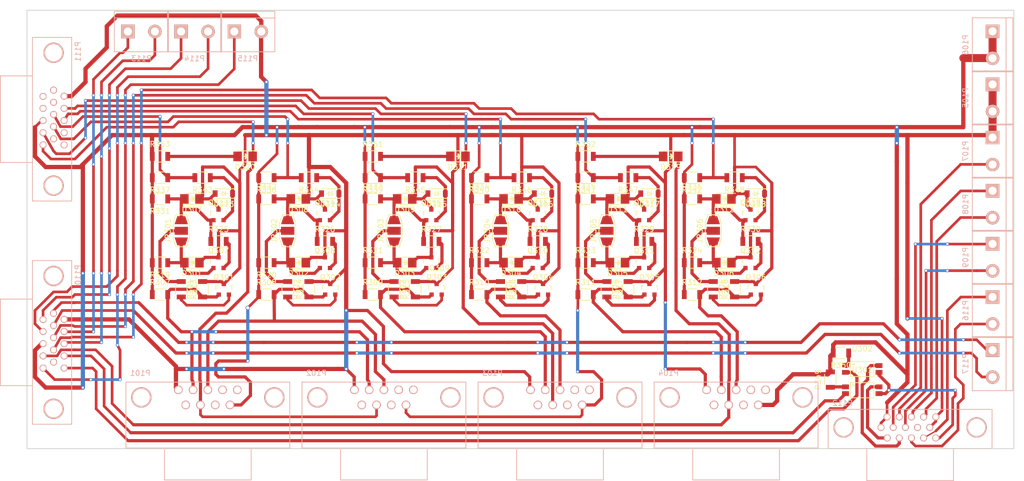
<source format=kicad_pcb>
(kicad_pcb (version 4) (host pcbnew 4.0.3+e1-6302~38~ubuntu15.10.1-stable)
  (layers (0 F.Cu signal) (31 B.Cu signal) (34 B.Paste user) (35 F.Paste user) (36 B.SilkS user) (37 F.SilkS user) (38 B.Mask user) (39 F.Mask user) (44 Edge.Cuts user))
  (net 0 "")
  (net 1 GND)
  (net 2 LimX+)
  (net 3 LimX-)
  (net 4 LimY+)
  (net 5 LimY-)
  (net 6 LimZ+)
  (net 7 LimZ-)
  (net 8 HomeZ)
  (net 9 HomeX)
  (net 10 HomeY)
  (net 11 DIn_1)
  (net 12 DIn_3)
  (net 13 DIn_5)
  (net 14 DIn_2)
  (net 15 DIn_6)
  (net 16 SpindleHallA)
  (net 17 SpindleHallB)
  (net 18 +24V)
  (net 19 F1_LIM)
  (net 20 R1_LIM)
  (net 21 Y+Lim)
  (net 22 Y-Lim)
  (net 23 Z+Lim)
  (net 24 Z-Lim)
  (net 25 DGND)
  (net 26 "Net-(D301-Pad2)")
  (net 27 "Net-(D302-Pad2)")
  (net 28 "Net-(D303-Pad2)")
  (net 29 "Net-(D304-Pad2)")
  (net 30 "Net-(D305-Pad2)")
  (net 31 "Net-(D306-Pad2)")
  (net 32 "Net-(Q301-Pad2)")
  (net 33 "Net-(Q302-Pad2)")
  (net 34 "Net-(Q303-Pad2)")
  (net 35 "Net-(Q304-Pad2)")
  (net 36 "Net-(Q305-Pad2)")
  (net 37 "Net-(Q306-Pad2)")
  (net 38 "Net-(Q307-Pad2)")
  (net 39 "Net-(Q308-Pad2)")
  (net 40 SOL1)
  (net 41 SOL2)
  (net 42 SpindleTherm-)
  (net 43 SpindleTherm+)
  (net 44 DOut_1)
  (net 45 DOut_2)
  (net 46 LoopA)
  (net 47 LoopB)
  (net 48 "Net-(D307-Pad2)")
  (net 49 "Net-(D308-Pad2)")
  (net 50 "Net-(D309-Pad2)")
  (net 51 "Net-(D310-Pad2)")
  (net 52 "Net-(D311-Pad2)")
  (net 53 "Net-(D312-Pad2)")
  (net 54 "Net-(D316-Pad1)")
  (net 55 "Net-(D317-Pad1)")
  (net 56 "Net-(D318-Pad1)")
  (net 57 "Net-(Q309-Pad2)")
  (net 58 "Net-(Q310-Pad2)")
  (net 59 "Net-(Q311-Pad2)")
  (net 60 "Net-(Q312-Pad2)")
  (net 61 "Net-(JP301-Pad2)")
  (net 62 "Net-(JP302-Pad2)")
  (net 63 "Net-(JP303-Pad2)")
  (net 64 "Net-(JP304-Pad2)")
  (net 65 "Net-(JP305-Pad2)")
  (net 66 "Net-(JP306-Pad2)")
  (net 67 "Net-(D313-Pad1)")
  (net 68 "Net-(D314-Pad1)")
  (net 69 "Net-(D315-Pad1)")
  (net 70 "Net-(D319-Pad2)")
  (net 71 "Net-(D320-Pad2)")
  (net 72 "Net-(D321-Pad2)")
  (net 73 "Net-(R349-Pad1)")
  (net 74 "Net-(R350-Pad1)")
  (net 75 "Net-(P110-Pad11)")
  (net 76 "Net-(P110-Pad12)")
  (net 77 "Net-(P110-Pad15)")
  (module CNCbreakout:DE15HDFC (layer B.Cu) (at 43.5 81.5 270)
    (fp_text reference P111 (at -12.7 -4.572 270) (layer B.SilkS) (effects (justify mirror)))
    (fp_text value XY_STOP)
    (pad "" thru_hole circle (at 12.5 0 270) (size 3.81 3.81) (drill 3.2) (layers *.Cu *.Mask B.SilkS))
    (pad "" thru_hole circle (at -12.5 0 270) (size 3.81 3.81) (drill 3.2) (layers *.Cu *.Mask B.SilkS))
    (pad 1 thru_hole circle (at -4.33 -1.98 270) (size 1.3 1.3) (drill 0.9) (layers *.Cu *.Mask B.SilkS) (net 1 GND))
    (pad 2 thru_hole circle (at -2.04 -1.98 270) (size 1.3 1.3) (drill 0.9) (layers *.Cu *.Mask B.SilkS) (net 4 LimY+))
    (pad 3 thru_hole circle (at 0.25 -1.98 270) (size 1.3 1.3) (drill 0.9) (layers *.Cu *.Mask B.SilkS) (net 5 LimY-))
    (pad 4 thru_hole circle (at 2.54 -1.98 270) (size 1.3 1.3) (drill 0.9) (layers *.Cu *.Mask B.SilkS))
    (pad 5 thru_hole circle (at 4.83 -1.98 270) (size 1.3 1.3) (drill 0.9) (layers *.Cu *.Mask B.SilkS))
    (pad 6 thru_hole circle (at -5.47 0 270) (size 1.3 1.3) (drill 0.9) (layers *.Cu *.Mask B.SilkS))
    (pad 7 thru_hole circle (at -3.18 0 270) (size 1.3 1.3) (drill 0.9) (layers *.Cu *.Mask B.SilkS))
    (pad 8 thru_hole circle (at -0.89 0 270) (size 1.3 1.3) (drill 0.9) (layers *.Cu *.Mask B.SilkS) (net 2 LimX+))
    (pad 9 thru_hole circle (at 1.4 0 270) (size 1.3 1.3) (drill 0.9) (layers *.Cu *.Mask B.SilkS) (net 3 LimX-))
    (pad 10 thru_hole circle (at 3.69 0 270) (size 1.3 1.3) (drill 0.9) (layers *.Cu *.Mask B.SilkS))
    (pad 11 thru_hole circle (at -4.3 1.98 270) (size 1.3 1.3) (drill 0.9) (layers *.Cu *.Mask B.SilkS))
    (pad 12 thru_hole circle (at -2.04 1.98 270) (size 1.3 1.3) (drill 0.9) (layers *.Cu *.Mask B.SilkS))
    (pad 13 thru_hole circle (at 0.25 1.98 270) (size 1.3 1.3) (drill 0.9) (layers *.Cu *.Mask B.SilkS) (net 18 +24V))
    (pad 14 thru_hole circle (at 2.54 1.98 270) (size 1.3 1.3) (drill 0.9) (layers *.Cu *.Mask B.SilkS) (net 10 HomeY))
    (pad 15 thru_hole circle (at 4.83 1.98 270) (size 1.3 1.3) (drill 0.9) (layers *.Cu *.Mask B.SilkS) (net 9 HomeX))
  )
  (module Resistors_SMD:R_1206 (layer F.Cu) (at 63.5 108.5 180)
    (fp_text reference R319 (at 0 -2.3 180) (layer F.SilkS))
    (fp_text value 5K)
    (pad 1 smd rect (at -1.45 0 180) (size 0.9 1.7) (layers F.Cu F.Paste F.Mask) (net 26 "Net-(D301-Pad2)"))
    (pad 2 smd rect (at 1.45 0 180) (size 0.9 1.7) (layers F.Cu F.Paste F.Mask) (net 18 +24V))
  )
  (module LEDs:LED_1206 (layer F.Cu) (at 69.5 108.5 180)
    (fp_text reference D301 (at 0 -2 180) (layer F.SilkS))
    (fp_text value LED)
    (pad 2 smd rect (at 1.41986 0) (size 1.59766 1.80086) (layers F.Cu F.Paste F.Mask) (net 26 "Net-(D301-Pad2)"))
    (pad 1 smd rect (at -1.41986 0) (size 1.59766 1.80086) (layers F.Cu F.Paste F.Mask) (net 1 GND))
  )
  (module LEDs:LED_1206 (layer F.Cu) (at 89.5 108.5 180)
    (fp_text reference D302 (at 0 -2 180) (layer F.SilkS))
    (fp_text value LED)
    (pad 2 smd rect (at 1.41986 0) (size 1.59766 1.80086) (layers F.Cu F.Paste F.Mask) (net 27 "Net-(D302-Pad2)"))
    (pad 1 smd rect (at -1.41986 0) (size 1.59766 1.80086) (layers F.Cu F.Paste F.Mask) (net 1 GND))
  )
  (module LEDs:LED_1206 (layer F.Cu) (at 109.5 108.5 180)
    (fp_text reference D303 (at 0 -2 180) (layer F.SilkS))
    (fp_text value LED)
    (pad 2 smd rect (at 1.41986 0) (size 1.59766 1.80086) (layers F.Cu F.Paste F.Mask) (net 28 "Net-(D303-Pad2)"))
    (pad 1 smd rect (at -1.41986 0) (size 1.59766 1.80086) (layers F.Cu F.Paste F.Mask) (net 1 GND))
  )
  (module LEDs:LED_1206 (layer F.Cu) (at 129.5 108.5 180)
    (fp_text reference D304 (at 0 -2 180) (layer F.SilkS))
    (fp_text value LED)
    (pad 2 smd rect (at 1.41986 0) (size 1.59766 1.80086) (layers F.Cu F.Paste F.Mask) (net 29 "Net-(D304-Pad2)"))
    (pad 1 smd rect (at -1.41986 0) (size 1.59766 1.80086) (layers F.Cu F.Paste F.Mask) (net 1 GND))
  )
  (module LEDs:LED_1206 (layer F.Cu) (at 149.5 108.5 180)
    (fp_text reference D305 (at 0 -2 180) (layer F.SilkS))
    (fp_text value LED)
    (pad 2 smd rect (at 1.41986 0) (size 1.59766 1.80086) (layers F.Cu F.Paste F.Mask) (net 30 "Net-(D305-Pad2)"))
    (pad 1 smd rect (at -1.41986 0) (size 1.59766 1.80086) (layers F.Cu F.Paste F.Mask) (net 1 GND))
  )
  (module LEDs:LED_1206 (layer F.Cu) (at 169.5 108.5 180)
    (fp_text reference D306 (at 0 -2 180) (layer F.SilkS))
    (fp_text value LED)
    (pad 2 smd rect (at 1.41986 0) (size 1.59766 1.80086) (layers F.Cu F.Paste F.Mask) (net 31 "Net-(D306-Pad2)"))
    (pad 1 smd rect (at -1.41986 0) (size 1.59766 1.80086) (layers F.Cu F.Paste F.Mask) (net 1 GND))
  )
  (module LEDs:LED_1206 (layer F.Cu) (at 69.5 96.5 180)
    (fp_text reference D307 (at 0 -2 180) (layer F.SilkS))
    (fp_text value LED)
    (pad 2 smd rect (at 1.41986 0) (size 1.59766 1.80086) (layers F.Cu F.Paste F.Mask) (net 48 "Net-(D307-Pad2)"))
    (pad 1 smd rect (at -1.41986 0) (size 1.59766 1.80086) (layers F.Cu F.Paste F.Mask) (net 1 GND))
  )
  (module LEDs:LED_1206 (layer F.Cu) (at 89.5 96.5 180)
    (fp_text reference D308 (at 0 -2 180) (layer F.SilkS))
    (fp_text value LED)
    (pad 2 smd rect (at 1.41986 0) (size 1.59766 1.80086) (layers F.Cu F.Paste F.Mask) (net 49 "Net-(D308-Pad2)"))
    (pad 1 smd rect (at -1.41986 0) (size 1.59766 1.80086) (layers F.Cu F.Paste F.Mask) (net 1 GND))
  )
  (module LEDs:LED_1206 (layer F.Cu) (at 109.5 96.5 180)
    (fp_text reference D309 (at 0 -2 180) (layer F.SilkS))
    (fp_text value LED)
    (pad 2 smd rect (at 1.41986 0) (size 1.59766 1.80086) (layers F.Cu F.Paste F.Mask) (net 50 "Net-(D309-Pad2)"))
    (pad 1 smd rect (at -1.41986 0) (size 1.59766 1.80086) (layers F.Cu F.Paste F.Mask) (net 1 GND))
  )
  (module LEDs:LED_1206 (layer F.Cu) (at 129.5 96.5 180)
    (fp_text reference D310 (at 0 -2 180) (layer F.SilkS))
    (fp_text value LED)
    (pad 2 smd rect (at 1.41986 0) (size 1.59766 1.80086) (layers F.Cu F.Paste F.Mask) (net 51 "Net-(D310-Pad2)"))
    (pad 1 smd rect (at -1.41986 0) (size 1.59766 1.80086) (layers F.Cu F.Paste F.Mask) (net 1 GND))
  )
  (module LEDs:LED_1206 (layer F.Cu) (at 149.5 96.5 180)
    (fp_text reference D311 (at 0 -2 180) (layer F.SilkS))
    (fp_text value LED)
    (pad 2 smd rect (at 1.41986 0) (size 1.59766 1.80086) (layers F.Cu F.Paste F.Mask) (net 52 "Net-(D311-Pad2)"))
    (pad 1 smd rect (at -1.41986 0) (size 1.59766 1.80086) (layers F.Cu F.Paste F.Mask) (net 1 GND))
  )
  (module LEDs:LED_1206 (layer F.Cu) (at 169.5 96.5 180)
    (fp_text reference D312 (at 0 -2 180) (layer F.SilkS))
    (fp_text value LED)
    (pad 2 smd rect (at 1.41986 0) (size 1.59766 1.80086) (layers F.Cu F.Paste F.Mask) (net 53 "Net-(D312-Pad2)"))
    (pad 1 smd rect (at -1.41986 0) (size 1.59766 1.80086) (layers F.Cu F.Paste F.Mask) (net 1 GND))
  )
  (module Connect:bornier2 (layer B.Cu) (at 220 77.5 270)
    (fp_text reference P105 (at 0 5.08 270) (layer B.SilkS) (effects (justify mirror)))
    (fp_text value GND)
    (pad 1 thru_hole rect (at -2.54 0 270) (size 2.54 2.54) (drill 1.524) (layers *.Cu *.Mask B.SilkS) (net 1 GND))
    (pad 2 thru_hole circle (at 2.54 0 270) (size 2.54 2.54) (drill 1.524) (layers *.Cu *.Mask B.SilkS) (net 1 GND))
  )
  (module Connect:bornier2 (layer B.Cu) (at 220 67.5 270)
    (fp_text reference P106 (at 0 5.08 270) (layer B.SilkS) (effects (justify mirror)))
    (fp_text value +24V)
    (pad 1 thru_hole rect (at -2.54 0 270) (size 2.54 2.54) (drill 1.524) (layers *.Cu *.Mask B.SilkS) (net 18 +24V))
    (pad 2 thru_hole circle (at 2.54 0 270) (size 2.54 2.54) (drill 1.524) (layers *.Cu *.Mask B.SilkS) (net 18 +24V))
  )
  (module TO_SOT_Packages_SMD:SOT-23 (layer F.Cu) (at 75.5 113.5)
    (fp_text reference Q301 (at 0 -2.25) (layer F.SilkS))
    (fp_text value Q_NPN_CBE)
    (pad 1 smd rect (at -0.95 1.00076) (size 0.8001 0.8001) (layers F.Cu F.Paste F.Mask) (net 19 F1_LIM))
    (pad 2 smd rect (at 0.95 1.00076) (size 0.8001 0.8001) (layers F.Cu F.Paste F.Mask) (net 32 "Net-(Q301-Pad2)"))
    (pad 3 smd rect (at 0 -0.99822) (size 0.8001 0.8001) (layers F.Cu F.Paste F.Mask) (net 1 GND))
  )
  (module TO_SOT_Packages_SMD:SOT-23 (layer F.Cu) (at 95.5 113.5)
    (fp_text reference Q302 (at 0 -2.25) (layer F.SilkS))
    (fp_text value Q_NPN_CBE)
    (pad 1 smd rect (at -0.95 1.00076) (size 0.8001 0.8001) (layers F.Cu F.Paste F.Mask) (net 20 R1_LIM))
    (pad 2 smd rect (at 0.95 1.00076) (size 0.8001 0.8001) (layers F.Cu F.Paste F.Mask) (net 33 "Net-(Q302-Pad2)"))
    (pad 3 smd rect (at 0 -0.99822) (size 0.8001 0.8001) (layers F.Cu F.Paste F.Mask) (net 1 GND))
  )
  (module TO_SOT_Packages_SMD:SOT-23 (layer F.Cu) (at 115.5 113.5)
    (fp_text reference Q303 (at 0 -2.25) (layer F.SilkS))
    (fp_text value Q_NPN_CBE)
    (pad 1 smd rect (at -0.95 1.00076) (size 0.8001 0.8001) (layers F.Cu F.Paste F.Mask) (net 21 Y+Lim))
    (pad 2 smd rect (at 0.95 1.00076) (size 0.8001 0.8001) (layers F.Cu F.Paste F.Mask) (net 34 "Net-(Q303-Pad2)"))
    (pad 3 smd rect (at 0 -0.99822) (size 0.8001 0.8001) (layers F.Cu F.Paste F.Mask) (net 1 GND))
  )
  (module TO_SOT_Packages_SMD:SOT-23 (layer F.Cu) (at 135.5 113.5)
    (fp_text reference Q304 (at 0 -2.25) (layer F.SilkS))
    (fp_text value Q_NPN_CBE)
    (pad 1 smd rect (at -0.95 1.00076) (size 0.8001 0.8001) (layers F.Cu F.Paste F.Mask) (net 22 Y-Lim))
    (pad 2 smd rect (at 0.95 1.00076) (size 0.8001 0.8001) (layers F.Cu F.Paste F.Mask) (net 35 "Net-(Q304-Pad2)"))
    (pad 3 smd rect (at 0 -0.99822) (size 0.8001 0.8001) (layers F.Cu F.Paste F.Mask) (net 1 GND))
  )
  (module TO_SOT_Packages_SMD:SOT-23 (layer F.Cu) (at 155.5 113.5)
    (fp_text reference Q305 (at 0 -2.25) (layer F.SilkS))
    (fp_text value Q_NPN_CBE)
    (pad 1 smd rect (at -0.95 1.00076) (size 0.8001 0.8001) (layers F.Cu F.Paste F.Mask) (net 23 Z+Lim))
    (pad 2 smd rect (at 0.95 1.00076) (size 0.8001 0.8001) (layers F.Cu F.Paste F.Mask) (net 36 "Net-(Q305-Pad2)"))
    (pad 3 smd rect (at 0 -0.99822) (size 0.8001 0.8001) (layers F.Cu F.Paste F.Mask) (net 1 GND))
  )
  (module TO_SOT_Packages_SMD:SOT-23 (layer F.Cu) (at 175.5 113.5)
    (fp_text reference Q306 (at 0 -2.25) (layer F.SilkS))
    (fp_text value Q_NPN_CBE)
    (pad 1 smd rect (at -0.95 1.00076) (size 0.8001 0.8001) (layers F.Cu F.Paste F.Mask) (net 24 Z-Lim))
    (pad 2 smd rect (at 0.95 1.00076) (size 0.8001 0.8001) (layers F.Cu F.Paste F.Mask) (net 37 "Net-(Q306-Pad2)"))
    (pad 3 smd rect (at 0 -0.99822) (size 0.8001 0.8001) (layers F.Cu F.Paste F.Mask) (net 1 GND))
  )
  (module TO_SOT_Packages_SMD:SOT-23 (layer F.Cu) (at 74.5 108.5)
    (fp_text reference Q307 (at 0 -2.25) (layer F.SilkS))
    (fp_text value Q_NPN_CBE)
    (pad 1 smd rect (at -0.95 1.00076) (size 0.8001 0.8001) (layers F.Cu F.Paste F.Mask) (net 26 "Net-(D301-Pad2)"))
    (pad 2 smd rect (at 0.95 1.00076) (size 0.8001 0.8001) (layers F.Cu F.Paste F.Mask) (net 38 "Net-(Q307-Pad2)"))
    (pad 3 smd rect (at 0 -0.99822) (size 0.8001 0.8001) (layers F.Cu F.Paste F.Mask) (net 1 GND))
  )
  (module TO_SOT_Packages_SMD:SOT-23 (layer F.Cu) (at 94.5 108.5)
    (fp_text reference Q308 (at 0 -2.25) (layer F.SilkS))
    (fp_text value Q_NPN_CBE)
    (pad 1 smd rect (at -0.95 1.00076) (size 0.8001 0.8001) (layers F.Cu F.Paste F.Mask) (net 27 "Net-(D302-Pad2)"))
    (pad 2 smd rect (at 0.95 1.00076) (size 0.8001 0.8001) (layers F.Cu F.Paste F.Mask) (net 39 "Net-(Q308-Pad2)"))
    (pad 3 smd rect (at 0 -0.99822) (size 0.8001 0.8001) (layers F.Cu F.Paste F.Mask) (net 1 GND))
  )
  (module Resistors_SMD:R_1206 (layer F.Cu) (at 111.5 113.5 90)
    (fp_text reference R303 (at 0 -2.3 90) (layer F.SilkS))
    (fp_text value 5K)
    (pad 1 smd rect (at -1.45 0 90) (size 0.9 1.7) (layers F.Cu F.Paste F.Mask) (net 21 Y+Lim))
    (pad 2 smd rect (at 1.45 0 90) (size 0.9 1.7) (layers F.Cu F.Paste F.Mask) (net 1 GND))
  )
  (module Resistors_SMD:R_1206 (layer F.Cu) (at 131.5 113.5 90)
    (fp_text reference R304 (at 0 -2.3 90) (layer F.SilkS))
    (fp_text value 5K)
    (pad 1 smd rect (at -1.45 0 90) (size 0.9 1.7) (layers F.Cu F.Paste F.Mask) (net 22 Y-Lim))
    (pad 2 smd rect (at 1.45 0 90) (size 0.9 1.7) (layers F.Cu F.Paste F.Mask) (net 1 GND))
  )
  (module Resistors_SMD:R_1206 (layer F.Cu) (at 151.5 113.5 90)
    (fp_text reference R305 (at 0 -2.3 90) (layer F.SilkS))
    (fp_text value 5K)
    (pad 1 smd rect (at -1.45 0 90) (size 0.9 1.7) (layers F.Cu F.Paste F.Mask) (net 23 Z+Lim))
    (pad 2 smd rect (at 1.45 0 90) (size 0.9 1.7) (layers F.Cu F.Paste F.Mask) (net 1 GND))
  )
  (module Resistors_SMD:R_1206 (layer F.Cu) (at 171.5 113.5 90)
    (fp_text reference R306 (at 0 -2.3 90) (layer F.SilkS))
    (fp_text value 5K)
    (pad 1 smd rect (at -1.45 0 90) (size 0.9 1.7) (layers F.Cu F.Paste F.Mask) (net 24 Z-Lim))
    (pad 2 smd rect (at 1.45 0 90) (size 0.9 1.7) (layers F.Cu F.Paste F.Mask) (net 1 GND))
  )
  (module Resistors_SMD:R_1206 (layer F.Cu) (at 63.5 114.5)
    (fp_text reference R307 (at 0 -2.3) (layer F.SilkS))
    (fp_text value 20K)
    (pad 1 smd rect (at -1.45 0) (size 0.9 1.7) (layers F.Cu F.Paste F.Mask) (net 18 +24V))
    (pad 2 smd rect (at 1.45 0) (size 0.9 1.7) (layers F.Cu F.Paste F.Mask) (net 19 F1_LIM))
  )
  (module Resistors_SMD:R_1206 (layer F.Cu) (at 83.5 114.5)
    (fp_text reference R308 (at 0 -2.3) (layer F.SilkS))
    (fp_text value 20K)
    (pad 1 smd rect (at -1.45 0) (size 0.9 1.7) (layers F.Cu F.Paste F.Mask) (net 18 +24V))
    (pad 2 smd rect (at 1.45 0) (size 0.9 1.7) (layers F.Cu F.Paste F.Mask) (net 20 R1_LIM))
  )
  (module Resistors_SMD:R_1206 (layer F.Cu) (at 103.5 114.5)
    (fp_text reference R309 (at 0 -2.3) (layer F.SilkS))
    (fp_text value 20K)
    (pad 1 smd rect (at -1.45 0) (size 0.9 1.7) (layers F.Cu F.Paste F.Mask) (net 18 +24V))
    (pad 2 smd rect (at 1.45 0) (size 0.9 1.7) (layers F.Cu F.Paste F.Mask) (net 21 Y+Lim))
  )
  (module Resistors_SMD:R_1206 (layer F.Cu) (at 123.5 114.5)
    (fp_text reference R310 (at 0 -2.3) (layer F.SilkS))
    (fp_text value 20K)
    (pad 1 smd rect (at -1.45 0) (size 0.9 1.7) (layers F.Cu F.Paste F.Mask) (net 18 +24V))
    (pad 2 smd rect (at 1.45 0) (size 0.9 1.7) (layers F.Cu F.Paste F.Mask) (net 22 Y-Lim))
  )
  (module Resistors_SMD:R_1206 (layer F.Cu) (at 143.5 114.5)
    (fp_text reference R311 (at 0 -2.3) (layer F.SilkS))
    (fp_text value 20K)
    (pad 1 smd rect (at -1.45 0) (size 0.9 1.7) (layers F.Cu F.Paste F.Mask) (net 18 +24V))
    (pad 2 smd rect (at 1.45 0) (size 0.9 1.7) (layers F.Cu F.Paste F.Mask) (net 23 Z+Lim))
  )
  (module Resistors_SMD:R_1206 (layer F.Cu) (at 163.5 114.5)
    (fp_text reference R312 (at 0 -2.3) (layer F.SilkS))
    (fp_text value 20K)
    (pad 1 smd rect (at -1.45 0) (size 0.9 1.7) (layers F.Cu F.Paste F.Mask) (net 18 +24V))
    (pad 2 smd rect (at 1.45 0) (size 0.9 1.7) (layers F.Cu F.Paste F.Mask) (net 24 Z-Lim))
  )
  (module Resistors_SMD:R_1206 (layer F.Cu) (at 67.5 113.5 270)
    (fp_text reference R313 (at 0 -2.3 270) (layer F.SilkS))
    (fp_text value 10K)
    (pad 1 smd rect (at -1.45 0 270) (size 0.9 1.7) (layers F.Cu F.Paste F.Mask) (net 61 "Net-(JP301-Pad2)"))
    (pad 2 smd rect (at 1.45 0 270) (size 0.9 1.7) (layers F.Cu F.Paste F.Mask) (net 32 "Net-(Q301-Pad2)"))
  )
  (module Resistors_SMD:R_1206 (layer F.Cu) (at 87.5 113.5 270)
    (fp_text reference R314 (at 0 -2.3 270) (layer F.SilkS))
    (fp_text value 10K)
    (pad 1 smd rect (at -1.45 0 270) (size 0.9 1.7) (layers F.Cu F.Paste F.Mask) (net 62 "Net-(JP302-Pad2)"))
    (pad 2 smd rect (at 1.45 0 270) (size 0.9 1.7) (layers F.Cu F.Paste F.Mask) (net 33 "Net-(Q302-Pad2)"))
  )
  (module Resistors_SMD:R_1206 (layer F.Cu) (at 107.5 113.5 270)
    (fp_text reference R315 (at 0 -2.3 270) (layer F.SilkS))
    (fp_text value 10K)
    (pad 1 smd rect (at -1.45 0 270) (size 0.9 1.7) (layers F.Cu F.Paste F.Mask) (net 63 "Net-(JP303-Pad2)"))
    (pad 2 smd rect (at 1.45 0 270) (size 0.9 1.7) (layers F.Cu F.Paste F.Mask) (net 34 "Net-(Q303-Pad2)"))
  )
  (module Resistors_SMD:R_1206 (layer F.Cu) (at 127.5 113.5 270)
    (fp_text reference R316 (at 0 -2.3 270) (layer F.SilkS))
    (fp_text value 10K)
    (pad 1 smd rect (at -1.45 0 270) (size 0.9 1.7) (layers F.Cu F.Paste F.Mask) (net 64 "Net-(JP304-Pad2)"))
    (pad 2 smd rect (at 1.45 0 270) (size 0.9 1.7) (layers F.Cu F.Paste F.Mask) (net 35 "Net-(Q304-Pad2)"))
  )
  (module Resistors_SMD:R_1206 (layer F.Cu) (at 147.5 113.5 270)
    (fp_text reference R317 (at 0 -2.3 270) (layer F.SilkS))
    (fp_text value 10K)
    (pad 1 smd rect (at -1.45 0 270) (size 0.9 1.7) (layers F.Cu F.Paste F.Mask) (net 65 "Net-(JP305-Pad2)"))
    (pad 2 smd rect (at 1.45 0 270) (size 0.9 1.7) (layers F.Cu F.Paste F.Mask) (net 36 "Net-(Q305-Pad2)"))
  )
  (module Resistors_SMD:R_1206 (layer F.Cu) (at 167.5 113.5 270)
    (fp_text reference R318 (at 0 -2.3 270) (layer F.SilkS))
    (fp_text value 10K)
    (pad 1 smd rect (at -1.45 0 270) (size 0.9 1.7) (layers F.Cu F.Paste F.Mask) (net 66 "Net-(JP306-Pad2)"))
    (pad 2 smd rect (at 1.45 0 270) (size 0.9 1.7) (layers F.Cu F.Paste F.Mask) (net 37 "Net-(Q306-Pad2)"))
  )
  (module Resistors_SMD:R_1206 (layer F.Cu) (at 83.5 108.5 180)
    (fp_text reference R320 (at 0 -2.3 180) (layer F.SilkS))
    (fp_text value 5K)
    (pad 1 smd rect (at -1.45 0 180) (size 0.9 1.7) (layers F.Cu F.Paste F.Mask) (net 27 "Net-(D302-Pad2)"))
    (pad 2 smd rect (at 1.45 0 180) (size 0.9 1.7) (layers F.Cu F.Paste F.Mask) (net 18 +24V))
  )
  (module Resistors_SMD:R_1206 (layer F.Cu) (at 103.5 108.5)
    (fp_text reference R321 (at 0 -2.3) (layer F.SilkS))
    (fp_text value 5K)
    (pad 1 smd rect (at -1.45 0) (size 0.9 1.7) (layers F.Cu F.Paste F.Mask) (net 18 +24V))
    (pad 2 smd rect (at 1.45 0) (size 0.9 1.7) (layers F.Cu F.Paste F.Mask) (net 28 "Net-(D303-Pad2)"))
  )
  (module Resistors_SMD:R_1206 (layer F.Cu) (at 123.5 108.5)
    (fp_text reference R322 (at 0 -2.3) (layer F.SilkS))
    (fp_text value 5K)
    (pad 1 smd rect (at -1.45 0) (size 0.9 1.7) (layers F.Cu F.Paste F.Mask) (net 18 +24V))
    (pad 2 smd rect (at 1.45 0) (size 0.9 1.7) (layers F.Cu F.Paste F.Mask) (net 29 "Net-(D304-Pad2)"))
  )
  (module Resistors_SMD:R_1206 (layer F.Cu) (at 143.5 108.5)
    (fp_text reference R323 (at 0 -2.3) (layer F.SilkS))
    (fp_text value 5K)
    (pad 1 smd rect (at -1.45 0) (size 0.9 1.7) (layers F.Cu F.Paste F.Mask) (net 18 +24V))
    (pad 2 smd rect (at 1.45 0) (size 0.9 1.7) (layers F.Cu F.Paste F.Mask) (net 30 "Net-(D305-Pad2)"))
  )
  (module Resistors_SMD:R_1206 (layer F.Cu) (at 163.5 108.5)
    (fp_text reference R324 (at 0 -2.3) (layer F.SilkS))
    (fp_text value 5K)
    (pad 1 smd rect (at -1.45 0) (size 0.9 1.7) (layers F.Cu F.Paste F.Mask) (net 18 +24V))
    (pad 2 smd rect (at 1.45 0) (size 0.9 1.7) (layers F.Cu F.Paste F.Mask) (net 31 "Net-(D306-Pad2)"))
  )
  (module Resistors_SMD:R_1206 (layer F.Cu) (at 74.5 104.5)
    (fp_text reference R325 (at 0 -2.3) (layer F.SilkS))
    (fp_text value 10K)
    (pad 1 smd rect (at -1.45 0) (size 0.9 1.7) (layers F.Cu F.Paste F.Mask) (net 48 "Net-(D307-Pad2)"))
    (pad 2 smd rect (at 1.45 0) (size 0.9 1.7) (layers F.Cu F.Paste F.Mask) (net 38 "Net-(Q307-Pad2)"))
  )
  (module Resistors_SMD:R_1206 (layer F.Cu) (at 94.5 104.5)
    (fp_text reference R326 (at 0 -2.3) (layer F.SilkS))
    (fp_text value 10K)
    (pad 1 smd rect (at -1.45 0) (size 0.9 1.7) (layers F.Cu F.Paste F.Mask) (net 49 "Net-(D308-Pad2)"))
    (pad 2 smd rect (at 1.45 0) (size 0.9 1.7) (layers F.Cu F.Paste F.Mask) (net 39 "Net-(Q308-Pad2)"))
  )
  (module Resistors_SMD:R_1206 (layer F.Cu) (at 114.5 104.5)
    (fp_text reference R327 (at 0 -2.3) (layer F.SilkS))
    (fp_text value 10K)
    (pad 1 smd rect (at -1.45 0) (size 0.9 1.7) (layers F.Cu F.Paste F.Mask) (net 50 "Net-(D309-Pad2)"))
    (pad 2 smd rect (at 1.45 0) (size 0.9 1.7) (layers F.Cu F.Paste F.Mask) (net 57 "Net-(Q309-Pad2)"))
  )
  (module Resistors_SMD:R_1206 (layer F.Cu) (at 134.5 104.5)
    (fp_text reference R328 (at 0 -2.3) (layer F.SilkS))
    (fp_text value 10K)
    (pad 1 smd rect (at -1.45 0) (size 0.9 1.7) (layers F.Cu F.Paste F.Mask) (net 51 "Net-(D310-Pad2)"))
    (pad 2 smd rect (at 1.45 0) (size 0.9 1.7) (layers F.Cu F.Paste F.Mask) (net 58 "Net-(Q310-Pad2)"))
  )
  (module Resistors_SMD:R_1206 (layer F.Cu) (at 154.5 104.5)
    (fp_text reference R329 (at 0 -2.3) (layer F.SilkS))
    (fp_text value 10K)
    (pad 1 smd rect (at -1.45 0) (size 0.9 1.7) (layers F.Cu F.Paste F.Mask) (net 52 "Net-(D311-Pad2)"))
    (pad 2 smd rect (at 1.45 0) (size 0.9 1.7) (layers F.Cu F.Paste F.Mask) (net 59 "Net-(Q311-Pad2)"))
  )
  (module Resistors_SMD:R_1206 (layer F.Cu) (at 174.5 104.5)
    (fp_text reference R330 (at 0 -2.3) (layer F.SilkS))
    (fp_text value 10K)
    (pad 1 smd rect (at -1.45 0) (size 0.9 1.7) (layers F.Cu F.Paste F.Mask) (net 53 "Net-(D312-Pad2)"))
    (pad 2 smd rect (at 1.45 0) (size 0.9 1.7) (layers F.Cu F.Paste F.Mask) (net 60 "Net-(Q312-Pad2)"))
  )
  (module Resistors_SMD:R_1206 (layer F.Cu) (at 63.5 96.5 180)
    (fp_text reference R331 (at 0 -2.3 180) (layer F.SilkS))
    (fp_text value 5K)
    (pad 1 smd rect (at -1.45 0 180) (size 0.9 1.7) (layers F.Cu F.Paste F.Mask) (net 48 "Net-(D307-Pad2)"))
    (pad 2 smd rect (at 1.45 0 180) (size 0.9 1.7) (layers F.Cu F.Paste F.Mask) (net 18 +24V))
  )
  (module Resistors_SMD:R_1206 (layer F.Cu) (at 83.5 96.5)
    (fp_text reference R332 (at 0 -2.3) (layer F.SilkS))
    (fp_text value 5K)
    (pad 1 smd rect (at -1.45 0) (size 0.9 1.7) (layers F.Cu F.Paste F.Mask) (net 18 +24V))
    (pad 2 smd rect (at 1.45 0) (size 0.9 1.7) (layers F.Cu F.Paste F.Mask) (net 49 "Net-(D308-Pad2)"))
  )
  (module Resistors_SMD:R_1206 (layer F.Cu) (at 103.5 96.5)
    (fp_text reference R333 (at 0 -2.3) (layer F.SilkS))
    (fp_text value 5K)
    (pad 1 smd rect (at -1.45 0) (size 0.9 1.7) (layers F.Cu F.Paste F.Mask) (net 18 +24V))
    (pad 2 smd rect (at 1.45 0) (size 0.9 1.7) (layers F.Cu F.Paste F.Mask) (net 50 "Net-(D309-Pad2)"))
  )
  (module Resistors_SMD:R_1206 (layer F.Cu) (at 123.5 96.5)
    (fp_text reference R334 (at 0 -2.3) (layer F.SilkS))
    (fp_text value 5K)
    (pad 1 smd rect (at -1.45 0) (size 0.9 1.7) (layers F.Cu F.Paste F.Mask) (net 18 +24V))
    (pad 2 smd rect (at 1.45 0) (size 0.9 1.7) (layers F.Cu F.Paste F.Mask) (net 51 "Net-(D310-Pad2)"))
  )
  (module Resistors_SMD:R_1206 (layer F.Cu) (at 143.5 96.5)
    (fp_text reference R335 (at 0 -2.3) (layer F.SilkS))
    (fp_text value 5K)
    (pad 1 smd rect (at -1.45 0) (size 0.9 1.7) (layers F.Cu F.Paste F.Mask) (net 18 +24V))
    (pad 2 smd rect (at 1.45 0) (size 0.9 1.7) (layers F.Cu F.Paste F.Mask) (net 52 "Net-(D311-Pad2)"))
  )
  (module Resistors_SMD:R_1206 (layer F.Cu) (at 163.5 96.5)
    (fp_text reference R336 (at 0 -2.3) (layer F.SilkS))
    (fp_text value 5K)
    (pad 1 smd rect (at -1.45 0) (size 0.9 1.7) (layers F.Cu F.Paste F.Mask) (net 18 +24V))
    (pad 2 smd rect (at 1.45 0) (size 0.9 1.7) (layers F.Cu F.Paste F.Mask) (net 53 "Net-(D312-Pad2)"))
  )
  (module Resistors_SMD:R_1206 (layer F.Cu) (at 63.5 92.5 180)
    (fp_text reference R337 (at 0 -2.3 180) (layer F.SilkS))
    (fp_text value 10K)
    (pad 1 smd rect (at -1.45 0 180) (size 0.9 1.7) (layers F.Cu F.Paste F.Mask) (net 2 LimX+))
    (pad 2 smd rect (at 1.45 0 180) (size 0.9 1.7) (layers F.Cu F.Paste F.Mask) (net 18 +24V))
  )
  (module Resistors_SMD:R_1206 (layer F.Cu) (at 83.5 92.5 180)
    (fp_text reference R338 (at 0 -2.3 180) (layer F.SilkS))
    (fp_text value 10K)
    (pad 1 smd rect (at -1.45 0 180) (size 0.9 1.7) (layers F.Cu F.Paste F.Mask) (net 3 LimX-))
    (pad 2 smd rect (at 1.45 0 180) (size 0.9 1.7) (layers F.Cu F.Paste F.Mask) (net 18 +24V))
  )
  (module Resistors_SMD:R_1206 (layer F.Cu) (at 103.5 92.5 180)
    (fp_text reference R339 (at 0 -2.3 180) (layer F.SilkS))
    (fp_text value 5K)
    (pad 1 smd rect (at -1.45 0 180) (size 0.9 1.7) (layers F.Cu F.Paste F.Mask) (net 4 LimY+))
    (pad 2 smd rect (at 1.45 0 180) (size 0.9 1.7) (layers F.Cu F.Paste F.Mask) (net 18 +24V))
  )
  (module CNCbreakout:DE9FC (layer B.Cu) (at 72.49 133.85)
    (fp_text reference P101 (at -12.7 -4.572) (layer B.SilkS) (effects (justify mirror)))
    (fp_text value X1)
    (pad "" thru_hole circle (at 12.5 0) (size 3.81 3.81) (drill 3.2) (layers *.Cu *.Mask B.SilkS))
    (pad "" thru_hole circle (at -12.5 0) (size 3.81 3.81) (drill 3.2) (layers *.Cu *.Mask B.SilkS))
    (pad 1 thru_hole circle (at -5.54 -1.42) (size 1.6 1.6) (drill 1.2) (layers *.Cu *.Mask B.SilkS) (net 1 GND))
    (pad 2 thru_hole circle (at -2.77 -1.42) (size 1.6 1.6) (drill 1.2) (layers *.Cu *.Mask B.SilkS) (net 19 F1_LIM))
    (pad 3 thru_hole circle (at 0 -1.42) (size 1.6 1.6) (drill 1.2) (layers *.Cu *.Mask B.SilkS) (net 20 R1_LIM))
    (pad 4 thru_hole circle (at 2.77 -1.42) (size 1.6 1.6) (drill 1.2) (layers *.Cu *.Mask B.SilkS))
    (pad 5 thru_hole circle (at 5.54 -1.42) (size 1.6 1.6) (drill 1.2) (layers *.Cu *.Mask B.SilkS))
    (pad 6 thru_hole circle (at -4.155 1.42) (size 1.6 1.6) (drill 1.2) (layers *.Cu *.Mask B.SilkS))
    (pad 7 thru_hole circle (at -1.385 1.42) (size 1.6 1.6) (drill 1.2) (layers *.Cu *.Mask B.SilkS) (net 9 HomeX))
    (pad 8 thru_hole circle (at 1.385 1.42) (size 1.6 1.6) (drill 1.2) (layers *.Cu *.Mask B.SilkS))
    (pad 9 thru_hole circle (at 4.155 1.42) (size 1.6 1.6) (drill 1.2) (layers *.Cu *.Mask B.SilkS) (net 18 +24V))
  )
  (module CNCbreakout:DE9FC (layer B.Cu) (at 105.59 133.85)
    (fp_text reference P102 (at -12.7 -4.572) (layer B.SilkS) (effects (justify mirror)))
    (fp_text value X2)
    (pad "" thru_hole circle (at 12.5 0) (size 3.81 3.81) (drill 3.2) (layers *.Cu *.Mask B.SilkS))
    (pad "" thru_hole circle (at -12.5 0) (size 3.81 3.81) (drill 3.2) (layers *.Cu *.Mask B.SilkS))
    (pad 1 thru_hole circle (at -5.54 -1.42) (size 1.6 1.6) (drill 1.2) (layers *.Cu *.Mask B.SilkS) (net 1 GND))
    (pad 2 thru_hole circle (at -2.77 -1.42) (size 1.6 1.6) (drill 1.2) (layers *.Cu *.Mask B.SilkS) (net 19 F1_LIM))
    (pad 3 thru_hole circle (at 0 -1.42) (size 1.6 1.6) (drill 1.2) (layers *.Cu *.Mask B.SilkS) (net 20 R1_LIM))
    (pad 4 thru_hole circle (at 2.77 -1.42) (size 1.6 1.6) (drill 1.2) (layers *.Cu *.Mask B.SilkS))
    (pad 5 thru_hole circle (at 5.54 -1.42) (size 1.6 1.6) (drill 1.2) (layers *.Cu *.Mask B.SilkS))
    (pad 6 thru_hole circle (at -4.155 1.42) (size 1.6 1.6) (drill 1.2) (layers *.Cu *.Mask B.SilkS))
    (pad 7 thru_hole circle (at -1.385 1.42) (size 1.6 1.6) (drill 1.2) (layers *.Cu *.Mask B.SilkS) (net 9 HomeX))
    (pad 8 thru_hole circle (at 1.385 1.42) (size 1.6 1.6) (drill 1.2) (layers *.Cu *.Mask B.SilkS))
    (pad 9 thru_hole circle (at 4.155 1.42) (size 1.6 1.6) (drill 1.2) (layers *.Cu *.Mask B.SilkS) (net 18 +24V))
  )
  (module CNCbreakout:DE9FC (layer B.Cu) (at 138.69 133.85)
    (fp_text reference P103 (at -12.7 -4.572) (layer B.SilkS) (effects (justify mirror)))
    (fp_text value Y)
    (pad "" thru_hole circle (at 12.5 0) (size 3.81 3.81) (drill 3.2) (layers *.Cu *.Mask B.SilkS))
    (pad "" thru_hole circle (at -12.5 0) (size 3.81 3.81) (drill 3.2) (layers *.Cu *.Mask B.SilkS))
    (pad 1 thru_hole circle (at -5.54 -1.42) (size 1.6 1.6) (drill 1.2) (layers *.Cu *.Mask B.SilkS) (net 1 GND))
    (pad 2 thru_hole circle (at -2.77 -1.42) (size 1.6 1.6) (drill 1.2) (layers *.Cu *.Mask B.SilkS) (net 21 Y+Lim))
    (pad 3 thru_hole circle (at 0 -1.42) (size 1.6 1.6) (drill 1.2) (layers *.Cu *.Mask B.SilkS) (net 22 Y-Lim))
    (pad 4 thru_hole circle (at 2.77 -1.42) (size 1.6 1.6) (drill 1.2) (layers *.Cu *.Mask B.SilkS))
    (pad 5 thru_hole circle (at 5.54 -1.42) (size 1.6 1.6) (drill 1.2) (layers *.Cu *.Mask B.SilkS))
    (pad 6 thru_hole circle (at -4.155 1.42) (size 1.6 1.6) (drill 1.2) (layers *.Cu *.Mask B.SilkS))
    (pad 7 thru_hole circle (at -1.385 1.42) (size 1.6 1.6) (drill 1.2) (layers *.Cu *.Mask B.SilkS) (net 10 HomeY))
    (pad 8 thru_hole circle (at 1.385 1.42) (size 1.6 1.6) (drill 1.2) (layers *.Cu *.Mask B.SilkS))
    (pad 9 thru_hole circle (at 4.155 1.42) (size 1.6 1.6) (drill 1.2) (layers *.Cu *.Mask B.SilkS) (net 18 +24V))
  )
  (module CNCbreakout:DE9FC (layer B.Cu) (at 171.79 133.85)
    (fp_text reference P104 (at -12.7 -4.572) (layer B.SilkS) (effects (justify mirror)))
    (fp_text value Z)
    (pad "" thru_hole circle (at 12.5 0) (size 3.81 3.81) (drill 3.2) (layers *.Cu *.Mask B.SilkS))
    (pad "" thru_hole circle (at -12.5 0) (size 3.81 3.81) (drill 3.2) (layers *.Cu *.Mask B.SilkS))
    (pad 1 thru_hole circle (at -5.54 -1.42) (size 1.6 1.6) (drill 1.2) (layers *.Cu *.Mask B.SilkS) (net 1 GND))
    (pad 2 thru_hole circle (at -2.77 -1.42) (size 1.6 1.6) (drill 1.2) (layers *.Cu *.Mask B.SilkS) (net 23 Z+Lim))
    (pad 3 thru_hole circle (at 0 -1.42) (size 1.6 1.6) (drill 1.2) (layers *.Cu *.Mask B.SilkS) (net 24 Z-Lim))
    (pad 4 thru_hole circle (at 2.77 -1.42) (size 1.6 1.6) (drill 1.2) (layers *.Cu *.Mask B.SilkS))
    (pad 5 thru_hole circle (at 5.54 -1.42) (size 1.6 1.6) (drill 1.2) (layers *.Cu *.Mask B.SilkS))
    (pad 6 thru_hole circle (at -4.155 1.42) (size 1.6 1.6) (drill 1.2) (layers *.Cu *.Mask B.SilkS))
    (pad 7 thru_hole circle (at -1.385 1.42) (size 1.6 1.6) (drill 1.2) (layers *.Cu *.Mask B.SilkS) (net 8 HomeZ))
    (pad 8 thru_hole circle (at 1.385 1.42) (size 1.6 1.6) (drill 1.2) (layers *.Cu *.Mask B.SilkS))
    (pad 9 thru_hole circle (at 4.155 1.42) (size 1.6 1.6) (drill 1.2) (layers *.Cu *.Mask B.SilkS) (net 18 +24V))
  )
  (module CNCbreakout:TCMT1108 (layer F.Cu) (at 195.5 132.5)
    (fp_text reference U301 (at 0 -3.81) (layer F.SilkS))
    (fp_text value TCMT1108)
    (pad 2 smd rect (at -3.15 0.635) (size 1.3 0.9) (layers F.Cu F.Paste F.Mask) (net 16 SpindleHallA))
    (pad 1 smd rect (at -3.15 -0.635) (size 1.3 0.9) (layers F.Cu F.Paste F.Mask) (net 73 "Net-(R349-Pad1)"))
    (pad 4 smd rect (at 3.15 -0.635) (size 1.3 0.9) (layers F.Cu F.Paste F.Mask) (net 44 DOut_1))
    (pad 3 smd rect (at 3.15 0.635) (size 1.3 0.9) (layers F.Cu F.Paste F.Mask) (net 25 DGND))
  )
  (module CNCbreakout:TCMT1108 (layer F.Cu) (at 195.5 128.5)
    (fp_text reference U302 (at 0 -3.81) (layer F.SilkS))
    (fp_text value TCMT1108)
    (pad 2 smd rect (at -3.15 0.635) (size 1.3 0.9) (layers F.Cu F.Paste F.Mask) (net 17 SpindleHallB))
    (pad 1 smd rect (at -3.15 -0.635) (size 1.3 0.9) (layers F.Cu F.Paste F.Mask) (net 74 "Net-(R350-Pad1)"))
    (pad 4 smd rect (at 3.15 -0.635) (size 1.3 0.9) (layers F.Cu F.Paste F.Mask) (net 45 DOut_2))
    (pad 3 smd rect (at 3.15 0.635) (size 1.3 0.9) (layers F.Cu F.Paste F.Mask) (net 25 DGND))
  )
  (module TO_SOT_Packages_SMD:SOT-23 (layer F.Cu) (at 114.5 108.5)
    (fp_text reference Q309 (at 1.5 1) (layer F.SilkS))
    (fp_text value Q_NPN_CBE)
    (pad 1 smd rect (at -0.95 1.00076) (size 0.8001 0.8001) (layers F.Cu F.Paste F.Mask) (net 28 "Net-(D303-Pad2)"))
    (pad 2 smd rect (at 0.95 1.00076) (size 0.8001 0.8001) (layers F.Cu F.Paste F.Mask) (net 57 "Net-(Q309-Pad2)"))
    (pad 3 smd rect (at 0 -0.99822) (size 0.8001 0.8001) (layers F.Cu F.Paste F.Mask) (net 1 GND))
  )
  (module TO_SOT_Packages_SMD:SOT-23 (layer F.Cu) (at 134.5 108.5)
    (fp_text reference Q310 (at 0 -2.25) (layer F.SilkS))
    (fp_text value Q_NPN_CBE)
    (pad 1 smd rect (at -0.95 1.00076) (size 0.8001 0.8001) (layers F.Cu F.Paste F.Mask) (net 29 "Net-(D304-Pad2)"))
    (pad 2 smd rect (at 0.95 1.00076) (size 0.8001 0.8001) (layers F.Cu F.Paste F.Mask) (net 58 "Net-(Q310-Pad2)"))
    (pad 3 smd rect (at 0 -0.99822) (size 0.8001 0.8001) (layers F.Cu F.Paste F.Mask) (net 1 GND))
  )
  (module TO_SOT_Packages_SMD:SOT-23 (layer F.Cu) (at 154.5 108.5)
    (fp_text reference Q311 (at 0 -2.25) (layer F.SilkS))
    (fp_text value Q_NPN_CBE)
    (pad 1 smd rect (at -0.95 1.00076) (size 0.8001 0.8001) (layers F.Cu F.Paste F.Mask) (net 30 "Net-(D305-Pad2)"))
    (pad 2 smd rect (at 0.95 1.00076) (size 0.8001 0.8001) (layers F.Cu F.Paste F.Mask) (net 59 "Net-(Q311-Pad2)"))
    (pad 3 smd rect (at 0 -0.99822) (size 0.8001 0.8001) (layers F.Cu F.Paste F.Mask) (net 1 GND))
  )
  (module TO_SOT_Packages_SMD:SOT-23 (layer F.Cu) (at 174.5 108.5)
    (fp_text reference Q312 (at 0 -2.25) (layer F.SilkS))
    (fp_text value Q_NPN_CBE)
    (pad 1 smd rect (at -0.95 1.00076) (size 0.8001 0.8001) (layers F.Cu F.Paste F.Mask) (net 31 "Net-(D306-Pad2)"))
    (pad 2 smd rect (at 0.95 1.00076) (size 0.8001 0.8001) (layers F.Cu F.Paste F.Mask) (net 60 "Net-(Q312-Pad2)"))
    (pad 3 smd rect (at 0 -0.99822) (size 0.8001 0.8001) (layers F.Cu F.Paste F.Mask) (net 1 GND))
  )
  (module TO_SOT_Packages_SMD:SOT-23 (layer F.Cu) (at 74.5 99.5)
    (fp_text reference Q313 (at 0 -2.25) (layer F.SilkS))
    (fp_text value Q_NPN_CBE)
    (pad 1 smd rect (at -0.95 1.00076) (size 0.8001 0.8001) (layers F.Cu F.Paste F.Mask) (net 48 "Net-(D307-Pad2)"))
    (pad 2 smd rect (at 0.95 1.00076) (size 0.8001 0.8001) (layers F.Cu F.Paste F.Mask) (net 67 "Net-(D313-Pad1)"))
    (pad 3 smd rect (at 0 -0.99822) (size 0.8001 0.8001) (layers F.Cu F.Paste F.Mask) (net 1 GND))
  )
  (module TO_SOT_Packages_SMD:SOT-23 (layer F.Cu) (at 94.5 99.5)
    (fp_text reference Q314 (at 0 -2.25) (layer F.SilkS))
    (fp_text value Q_NPN_CBE)
    (pad 1 smd rect (at -0.95 1.00076) (size 0.8001 0.8001) (layers F.Cu F.Paste F.Mask) (net 49 "Net-(D308-Pad2)"))
    (pad 2 smd rect (at 0.95 1.00076) (size 0.8001 0.8001) (layers F.Cu F.Paste F.Mask) (net 68 "Net-(D314-Pad1)"))
    (pad 3 smd rect (at 0 -0.99822) (size 0.8001 0.8001) (layers F.Cu F.Paste F.Mask) (net 1 GND))
  )
  (module TO_SOT_Packages_SMD:SOT-23 (layer F.Cu) (at 114.5 99.5)
    (fp_text reference Q315 (at 0 -2.25) (layer F.SilkS))
    (fp_text value Q_NPN_CBE)
    (pad 1 smd rect (at -0.95 1.00076) (size 0.8001 0.8001) (layers F.Cu F.Paste F.Mask) (net 50 "Net-(D309-Pad2)"))
    (pad 2 smd rect (at 0.95 1.00076) (size 0.8001 0.8001) (layers F.Cu F.Paste F.Mask) (net 69 "Net-(D315-Pad1)"))
    (pad 3 smd rect (at 0 -0.99822) (size 0.8001 0.8001) (layers F.Cu F.Paste F.Mask) (net 1 GND))
  )
  (module TO_SOT_Packages_SMD:SOT-23 (layer F.Cu) (at 134.5 99.5)
    (fp_text reference Q316 (at 0 -2.25) (layer F.SilkS))
    (fp_text value Q_NPN_CBE)
    (pad 1 smd rect (at -0.95 1.00076) (size 0.8001 0.8001) (layers F.Cu F.Paste F.Mask) (net 51 "Net-(D310-Pad2)"))
    (pad 2 smd rect (at 0.95 1.00076) (size 0.8001 0.8001) (layers F.Cu F.Paste F.Mask) (net 54 "Net-(D316-Pad1)"))
    (pad 3 smd rect (at 0 -0.99822) (size 0.8001 0.8001) (layers F.Cu F.Paste F.Mask) (net 1 GND))
  )
  (module TO_SOT_Packages_SMD:SOT-23 (layer F.Cu) (at 154.5 99.5)
    (fp_text reference Q317 (at 0 -2.25) (layer F.SilkS))
    (fp_text value Q_NPN_CBE)
    (pad 1 smd rect (at -0.95 1.00076) (size 0.8001 0.8001) (layers F.Cu F.Paste F.Mask) (net 52 "Net-(D311-Pad2)"))
    (pad 2 smd rect (at 0.95 1.00076) (size 0.8001 0.8001) (layers F.Cu F.Paste F.Mask) (net 55 "Net-(D317-Pad1)"))
    (pad 3 smd rect (at 0 -0.99822) (size 0.8001 0.8001) (layers F.Cu F.Paste F.Mask) (net 1 GND))
  )
  (module TO_SOT_Packages_SMD:SOT-23 (layer F.Cu) (at 174.5 99.5)
    (fp_text reference Q318 (at 0 -2.25) (layer F.SilkS))
    (fp_text value Q_NPN_CBE)
    (pad 1 smd rect (at -0.95 1.00076) (size 0.8001 0.8001) (layers F.Cu F.Paste F.Mask) (net 53 "Net-(D312-Pad2)"))
    (pad 2 smd rect (at 0.95 1.00076) (size 0.8001 0.8001) (layers F.Cu F.Paste F.Mask) (net 56 "Net-(D318-Pad1)"))
    (pad 3 smd rect (at 0 -0.99822) (size 0.8001 0.8001) (layers F.Cu F.Paste F.Mask) (net 1 GND))
  )
  (module Resistors_SMD:R_1206 (layer F.Cu) (at 71.5 113.5 90)
    (fp_text reference R301 (at 0 -2.3 90) (layer F.SilkS))
    (fp_text value 5K)
    (pad 1 smd rect (at -1.45 0 90) (size 0.9 1.7) (layers F.Cu F.Paste F.Mask) (net 19 F1_LIM))
    (pad 2 smd rect (at 1.45 0 90) (size 0.9 1.7) (layers F.Cu F.Paste F.Mask) (net 1 GND))
  )
  (module Resistors_SMD:R_1206 (layer F.Cu) (at 91.5 113.5 90)
    (fp_text reference R302 (at 0 -2.3 90) (layer F.SilkS))
    (fp_text value 5K)
    (pad 1 smd rect (at -1.45 0 90) (size 0.9 1.7) (layers F.Cu F.Paste F.Mask) (net 20 R1_LIM))
    (pad 2 smd rect (at 1.45 0 90) (size 0.9 1.7) (layers F.Cu F.Paste F.Mask) (net 1 GND))
  )
  (module Resistors_SMD:R_1206 (layer F.Cu) (at 123.5 92.5 180)
    (fp_text reference R340 (at 0 -2.3 180) (layer F.SilkS))
    (fp_text value 5K)
    (pad 1 smd rect (at -1.45 0 180) (size 0.9 1.7) (layers F.Cu F.Paste F.Mask) (net 5 LimY-))
    (pad 2 smd rect (at 1.45 0 180) (size 0.9 1.7) (layers F.Cu F.Paste F.Mask) (net 18 +24V))
  )
  (module Resistors_SMD:R_1206 (layer F.Cu) (at 143.5 92.5 180)
    (fp_text reference R341 (at 0 -2.3 180) (layer F.SilkS))
    (fp_text value 5K)
    (pad 1 smd rect (at -1.45 0 180) (size 0.9 1.7) (layers F.Cu F.Paste F.Mask) (net 6 LimZ+))
    (pad 2 smd rect (at 1.45 0 180) (size 0.9 1.7) (layers F.Cu F.Paste F.Mask) (net 18 +24V))
  )
  (module Resistors_SMD:R_1206 (layer F.Cu) (at 163.5 92.5 180)
    (fp_text reference R342 (at 0 -2.3 180) (layer F.SilkS))
    (fp_text value 5K)
    (pad 1 smd rect (at -1.45 0 180) (size 0.9 1.7) (layers F.Cu F.Paste F.Mask) (net 7 LimZ-))
    (pad 2 smd rect (at 1.45 0 180) (size 0.9 1.7) (layers F.Cu F.Paste F.Mask) (net 18 +24V))
  )
  (module Resistors_SMD:R_1206 (layer F.Cu) (at 71.5 92.5 180)
    (fp_text reference R343 (at 0 -2.3 180) (layer F.SilkS))
    (fp_text value 10K)
    (pad 1 smd rect (at -1.45 0 180) (size 0.9 1.7) (layers F.Cu F.Paste F.Mask) (net 67 "Net-(D313-Pad1)"))
    (pad 2 smd rect (at 1.45 0 180) (size 0.9 1.7) (layers F.Cu F.Paste F.Mask) (net 2 LimX+))
  )
  (module Resistors_SMD:R_1206 (layer F.Cu) (at 91.5 92.5 180)
    (fp_text reference R344 (at 0 -2.3 180) (layer F.SilkS))
    (fp_text value 10K)
    (pad 1 smd rect (at -1.45 0 180) (size 0.9 1.7) (layers F.Cu F.Paste F.Mask) (net 68 "Net-(D314-Pad1)"))
    (pad 2 smd rect (at 1.45 0 180) (size 0.9 1.7) (layers F.Cu F.Paste F.Mask) (net 3 LimX-))
  )
  (module Resistors_SMD:R_1206 (layer F.Cu) (at 111.5 92.5 180)
    (fp_text reference R345 (at 0 -2.3 180) (layer F.SilkS))
    (fp_text value 10K)
    (pad 1 smd rect (at -1.45 0 180) (size 0.9 1.7) (layers F.Cu F.Paste F.Mask) (net 69 "Net-(D315-Pad1)"))
    (pad 2 smd rect (at 1.45 0 180) (size 0.9 1.7) (layers F.Cu F.Paste F.Mask) (net 4 LimY+))
  )
  (module Resistors_SMD:R_1206 (layer F.Cu) (at 131.5 92.5 180)
    (fp_text reference R346 (at 0 -2.3 180) (layer F.SilkS))
    (fp_text value 10K)
    (pad 1 smd rect (at -1.45 0 180) (size 0.9 1.7) (layers F.Cu F.Paste F.Mask) (net 54 "Net-(D316-Pad1)"))
    (pad 2 smd rect (at 1.45 0 180) (size 0.9 1.7) (layers F.Cu F.Paste F.Mask) (net 5 LimY-))
  )
  (module Resistors_SMD:R_1206 (layer F.Cu) (at 151.5 92.5 180)
    (fp_text reference R347 (at 0 -2.3 180) (layer F.SilkS))
    (fp_text value 10K)
    (pad 1 smd rect (at -1.45 0 180) (size 0.9 1.7) (layers F.Cu F.Paste F.Mask) (net 55 "Net-(D317-Pad1)"))
    (pad 2 smd rect (at 1.45 0 180) (size 0.9 1.7) (layers F.Cu F.Paste F.Mask) (net 6 LimZ+))
  )
  (module Resistors_SMD:R_1206 (layer F.Cu) (at 171.5 92.5 180)
    (fp_text reference R348 (at 0 -2.3 180) (layer F.SilkS))
    (fp_text value 10K)
    (pad 1 smd rect (at -1.45 0 180) (size 0.9 1.7) (layers F.Cu F.Paste F.Mask) (net 56 "Net-(D318-Pad1)"))
    (pad 2 smd rect (at 1.45 0 180) (size 0.9 1.7) (layers F.Cu F.Paste F.Mask) (net 7 LimZ-))
  )
  (module Resistors_SMD:R_1206 (layer F.Cu) (at 189.5 130.5 90)
    (fp_text reference R349 (at 0 -2.3 90) (layer F.SilkS))
    (fp_text value 10K)
    (pad 1 smd rect (at -1.45 0 90) (size 0.9 1.7) (layers F.Cu F.Paste F.Mask) (net 73 "Net-(R349-Pad1)"))
    (pad 2 smd rect (at 1.45 0 90) (size 0.9 1.7) (layers F.Cu F.Paste F.Mask) (net 18 +24V))
  )
  (module Resistors_SMD:R_1206 (layer F.Cu) (at 191.5 125.5 180)
    (fp_text reference R350 (at 0 -2.3 180) (layer F.SilkS))
    (fp_text value 10K)
    (pad 1 smd rect (at -1.45 0 180) (size 0.9 1.7) (layers F.Cu F.Paste F.Mask) (net 74 "Net-(R350-Pad1)"))
    (pad 2 smd rect (at 1.45 0 180) (size 0.9 1.7) (layers F.Cu F.Paste F.Mask) (net 18 +24V))
  )
  (module Resistors_SMD:R_1206 (layer F.Cu) (at 103.5 88.5)
    (fp_text reference R351 (at 0 -2.3) (layer F.SilkS))
    (fp_text value 10K)
    (pad 1 smd rect (at -1.45 0) (size 0.9 1.7) (layers F.Cu F.Paste F.Mask) (net 18 +24V))
    (pad 2 smd rect (at 1.45 0) (size 0.9 1.7) (layers F.Cu F.Paste F.Mask) (net 72 "Net-(D321-Pad2)"))
  )
  (module Resistors_SMD:R_1206 (layer F.Cu) (at 143.5 88.5)
    (fp_text reference R352 (at 0 -2.3) (layer F.SilkS))
    (fp_text value 10K)
    (pad 1 smd rect (at -1.45 0) (size 0.9 1.7) (layers F.Cu F.Paste F.Mask) (net 18 +24V))
    (pad 2 smd rect (at 1.45 0) (size 0.9 1.7) (layers F.Cu F.Paste F.Mask) (net 70 "Net-(D319-Pad2)"))
  )
  (module Resistors_SMD:R_1206 (layer F.Cu) (at 63.5 88.5)
    (fp_text reference R353 (at 0 -2.3) (layer F.SilkS))
    (fp_text value 10K)
    (pad 1 smd rect (at -1.45 0) (size 0.9 1.7) (layers F.Cu F.Paste F.Mask) (net 18 +24V))
    (pad 2 smd rect (at 1.45 0) (size 0.9 1.7) (layers F.Cu F.Paste F.Mask) (net 71 "Net-(D320-Pad2)"))
  )
  (module LEDs:LED_1206 (layer F.Cu) (at 159.5 88.5 180)
    (fp_text reference D319 (at 0 -2 180) (layer F.SilkS))
    (fp_text value LED)
    (pad 2 smd rect (at 1.41986 0) (size 1.59766 1.80086) (layers F.Cu F.Paste F.Mask) (net 70 "Net-(D319-Pad2)"))
    (pad 1 smd rect (at -1.41986 0) (size 1.59766 1.80086) (layers F.Cu F.Paste F.Mask) (net 8 HomeZ))
  )
  (module LEDs:LED_1206 (layer F.Cu) (at 79.5 88.5 180)
    (fp_text reference D320 (at 0 -2 180) (layer F.SilkS))
    (fp_text value LED)
    (pad 2 smd rect (at 1.41986 0) (size 1.59766 1.80086) (layers F.Cu F.Paste F.Mask) (net 71 "Net-(D320-Pad2)"))
    (pad 1 smd rect (at -1.41986 0) (size 1.59766 1.80086) (layers F.Cu F.Paste F.Mask) (net 9 HomeX))
  )
  (module LEDs:LED_1206 (layer F.Cu) (at 119.5 88.5 180)
    (fp_text reference D321 (at 0 -2 180) (layer F.SilkS))
    (fp_text value LED)
    (pad 2 smd rect (at 1.41986 0) (size 1.59766 1.80086) (layers F.Cu F.Paste F.Mask) (net 72 "Net-(D321-Pad2)"))
    (pad 1 smd rect (at -1.41986 0) (size 1.59766 1.80086) (layers F.Cu F.Paste F.Mask) (net 10 HomeY))
  )
  (module Connect:bornier2 (layer B.Cu) (at 220 87.5 270)
    (fp_text reference P107 (at 0 5.08 270) (layer B.SilkS) (effects (justify mirror)))
    (fp_text value VFD_Stop)
    (pad 1 thru_hole rect (at -2.54 0 270) (size 2.54 2.54) (drill 1.524) (layers *.Cu *.Mask B.SilkS) (net 1 GND))
    (pad 2 thru_hole circle (at 2.54 0 270) (size 2.54 2.54) (drill 1.524) (layers *.Cu *.Mask B.SilkS) (net 11 DIn_1))
  )
  (module Connect:bornier2 (layer B.Cu) (at 220 97.5 270)
    (fp_text reference P108 (at 0 5.08 270) (layer B.SilkS) (effects (justify mirror)))
    (fp_text value VFD_FwdRev)
    (pad 1 thru_hole rect (at -2.54 0 270) (size 2.54 2.54) (drill 1.524) (layers *.Cu *.Mask B.SilkS) (net 12 DIn_3))
    (pad 2 thru_hole circle (at 2.54 0 270) (size 2.54 2.54) (drill 1.524) (layers *.Cu *.Mask B.SilkS) (net 15 DIn_6))
  )
  (module Connect:bornier2 (layer B.Cu) (at 220 107.5 270)
    (fp_text reference P109 (at 0 5.08 270) (layer B.SilkS) (effects (justify mirror)))
    (fp_text value VFD_Aux)
    (pad 1 thru_hole rect (at -2.54 0 270) (size 2.54 2.54) (drill 1.524) (layers *.Cu *.Mask B.SilkS) (net 14 DIn_2))
    (pad 2 thru_hole circle (at 2.54 0 270) (size 2.54 2.54) (drill 1.524) (layers *.Cu *.Mask B.SilkS) (net 13 DIn_5))
  )
  (module CNCbreakout:JumperDouble (layer F.Cu) (at 67.5 102.5 270)
    (fp_text reference JP301 (at 0 2.5 270) (layer F.SilkS))
    (fp_text value JUMPER3)
    (pad 1 smd trapezoid (at -2 0 270) (size 1.5 2) (rect_delta -0.5 0) (layers F.Cu F.Paste F.Mask) (net 48 "Net-(D307-Pad2)"))
    (pad 3 smd trapezoid (at 2 0 270) (size 1.5 2) (rect_delta 0.5 0) (layers F.Cu F.Paste F.Mask) (net 26 "Net-(D301-Pad2)"))
    (pad 2 smd rect (at 0 0 270) (size 1.5 2.5) (layers F.Cu F.Paste F.Mask) (net 61 "Net-(JP301-Pad2)"))
  )
  (module CNCbreakout:JumperDouble (layer F.Cu) (at 87.5 102.5 270)
    (fp_text reference JP302 (at 0 2.5 270) (layer F.SilkS))
    (fp_text value JUMPER3)
    (pad 1 smd trapezoid (at -2 0 270) (size 1.5 2) (rect_delta -0.5 0) (layers F.Cu F.Paste F.Mask) (net 49 "Net-(D308-Pad2)"))
    (pad 3 smd trapezoid (at 2 0 270) (size 1.5 2) (rect_delta 0.5 0) (layers F.Cu F.Paste F.Mask) (net 27 "Net-(D302-Pad2)"))
    (pad 2 smd rect (at 0 0 270) (size 1.5 2.5) (layers F.Cu F.Paste F.Mask) (net 62 "Net-(JP302-Pad2)"))
  )
  (module CNCbreakout:JumperDouble (layer F.Cu) (at 107.5 102.5 270)
    (fp_text reference JP303 (at 0 2.5 270) (layer F.SilkS))
    (fp_text value JUMPER3)
    (pad 1 smd trapezoid (at -2 0 270) (size 1.5 2) (rect_delta -0.5 0) (layers F.Cu F.Paste F.Mask) (net 50 "Net-(D309-Pad2)"))
    (pad 3 smd trapezoid (at 2 0 270) (size 1.5 2) (rect_delta 0.5 0) (layers F.Cu F.Paste F.Mask) (net 28 "Net-(D303-Pad2)"))
    (pad 2 smd rect (at 0 0 270) (size 1.5 2.5) (layers F.Cu F.Paste F.Mask) (net 63 "Net-(JP303-Pad2)"))
  )
  (module CNCbreakout:JumperDouble (layer F.Cu) (at 127.5 102.5 270)
    (fp_text reference JP304 (at 0 2.5 270) (layer F.SilkS))
    (fp_text value JUMPER3)
    (pad 1 smd trapezoid (at -2 0 270) (size 1.5 2) (rect_delta -0.5 0) (layers F.Cu F.Paste F.Mask) (net 51 "Net-(D310-Pad2)"))
    (pad 3 smd trapezoid (at 2 0 270) (size 1.5 2) (rect_delta 0.5 0) (layers F.Cu F.Paste F.Mask) (net 29 "Net-(D304-Pad2)"))
    (pad 2 smd rect (at 0 0 270) (size 1.5 2.5) (layers F.Cu F.Paste F.Mask) (net 64 "Net-(JP304-Pad2)"))
  )
  (module CNCbreakout:JumperDouble (layer F.Cu) (at 147.5 102.5 270)
    (fp_text reference JP305 (at 0 2.5 270) (layer F.SilkS))
    (fp_text value JUMPER3)
    (pad 1 smd trapezoid (at -2 0 270) (size 1.5 2) (rect_delta -0.5 0) (layers F.Cu F.Paste F.Mask) (net 52 "Net-(D311-Pad2)"))
    (pad 3 smd trapezoid (at 2 0 270) (size 1.5 2) (rect_delta 0.5 0) (layers F.Cu F.Paste F.Mask) (net 30 "Net-(D305-Pad2)"))
    (pad 2 smd rect (at 0 0 270) (size 1.5 2.5) (layers F.Cu F.Paste F.Mask) (net 65 "Net-(JP305-Pad2)"))
  )
  (module CNCbreakout:JumperDouble (layer F.Cu) (at 167.5 102.5 270)
    (fp_text reference JP306 (at 0 2.5 270) (layer F.SilkS))
    (fp_text value JUMPER3)
    (pad 1 smd trapezoid (at -2 0 270) (size 1.5 2) (rect_delta -0.5 0) (layers F.Cu F.Paste F.Mask) (net 53 "Net-(D312-Pad2)"))
    (pad 3 smd trapezoid (at 2 0 270) (size 1.5 2) (rect_delta 0.5 0) (layers F.Cu F.Paste F.Mask) (net 31 "Net-(D306-Pad2)"))
    (pad 2 smd rect (at 0 0 270) (size 1.5 2.5) (layers F.Cu F.Paste F.Mask) (net 66 "Net-(JP306-Pad2)"))
  )
  (module Diodes_SMD:SOD-123 (layer F.Cu) (at 75.5 95.5 180)
    (fp_text reference D313 (at 0 -2 180) (layer F.SilkS))
    (fp_text value ZENERsmall)
    (pad 1 smd rect (at -1.635 0 180) (size 0.91 1.22) (layers F.Cu F.Paste F.Mask) (net 67 "Net-(D313-Pad1)"))
    (pad 2 smd rect (at 1.635 0 180) (size 0.91 1.22) (layers F.Cu F.Paste F.Mask) (net 1 GND))
  )
  (module Diodes_SMD:SOD-123 (layer F.Cu) (at 95.5 95.5 180)
    (fp_text reference D314 (at 0 -2 180) (layer F.SilkS))
    (fp_text value ZENERsmall)
    (pad 1 smd rect (at -1.635 0 180) (size 0.91 1.22) (layers F.Cu F.Paste F.Mask) (net 68 "Net-(D314-Pad1)"))
    (pad 2 smd rect (at 1.635 0 180) (size 0.91 1.22) (layers F.Cu F.Paste F.Mask) (net 1 GND))
  )
  (module Diodes_SMD:SOD-123 (layer F.Cu) (at 115.5 95.5 180)
    (fp_text reference D315 (at 0 -2 180) (layer F.SilkS))
    (fp_text value ZENERsmall)
    (pad 1 smd rect (at -1.635 0 180) (size 0.91 1.22) (layers F.Cu F.Paste F.Mask) (net 69 "Net-(D315-Pad1)"))
    (pad 2 smd rect (at 1.635 0 180) (size 0.91 1.22) (layers F.Cu F.Paste F.Mask) (net 1 GND))
  )
  (module Diodes_SMD:SOD-123 (layer F.Cu) (at 135.5 95.5 180)
    (fp_text reference D316 (at 0 -2 180) (layer F.SilkS))
    (fp_text value ZENERsmall)
    (pad 1 smd rect (at -1.635 0 180) (size 0.91 1.22) (layers F.Cu F.Paste F.Mask) (net 54 "Net-(D316-Pad1)"))
    (pad 2 smd rect (at 1.635 0 180) (size 0.91 1.22) (layers F.Cu F.Paste F.Mask) (net 1 GND))
  )
  (module Diodes_SMD:SOD-123 (layer F.Cu) (at 155.5 95.5 180)
    (fp_text reference D317 (at 0 -2 180) (layer F.SilkS))
    (fp_text value ZENERsmall)
    (pad 1 smd rect (at -1.635 0 180) (size 0.91 1.22) (layers F.Cu F.Paste F.Mask) (net 55 "Net-(D317-Pad1)"))
    (pad 2 smd rect (at 1.635 0 180) (size 0.91 1.22) (layers F.Cu F.Paste F.Mask) (net 1 GND))
  )
  (module Diodes_SMD:SOD-123 (layer F.Cu) (at 175.5 95.5 180)
    (fp_text reference D318 (at 0 -2 180) (layer F.SilkS))
    (fp_text value ZENERsmall)
    (pad 1 smd rect (at -1.635 0 180) (size 0.91 1.22) (layers F.Cu F.Paste F.Mask) (net 56 "Net-(D318-Pad1)"))
    (pad 2 smd rect (at 1.635 0 180) (size 0.91 1.22) (layers F.Cu F.Paste F.Mask) (net 1 GND))
  )
  (module CNCbreakout:DE15HDFC (layer B.Cu) (at 43.5 123.5 270)
    (fp_text reference P110 (at -12.7 -4.572 270) (layer B.SilkS) (effects (justify mirror)))
    (fp_text value Z_STOP)
    (pad "" thru_hole circle (at 12.5 0 270) (size 3.81 3.81) (drill 3.2) (layers *.Cu *.Mask B.SilkS))
    (pad "" thru_hole circle (at -12.5 0 270) (size 3.81 3.81) (drill 3.2) (layers *.Cu *.Mask B.SilkS))
    (pad 1 thru_hole circle (at -4.33 -1.98 270) (size 1.3 1.3) (drill 0.9) (layers *.Cu *.Mask B.SilkS) (net 1 GND))
    (pad 2 thru_hole circle (at -2.04 -1.98 270) (size 1.3 1.3) (drill 0.9) (layers *.Cu *.Mask B.SilkS) (net 40 SOL1))
    (pad 3 thru_hole circle (at 0.25 -1.98 270) (size 1.3 1.3) (drill 0.9) (layers *.Cu *.Mask B.SilkS) (net 41 SOL2))
    (pad 4 thru_hole circle (at 2.54 -1.98 270) (size 1.3 1.3) (drill 0.9) (layers *.Cu *.Mask B.SilkS) (net 16 SpindleHallA))
    (pad 5 thru_hole circle (at 4.83 -1.98 270) (size 1.3 1.3) (drill 0.9) (layers *.Cu *.Mask B.SilkS) (net 17 SpindleHallB))
    (pad 6 thru_hole circle (at -5.47 0 270) (size 1.3 1.3) (drill 0.9) (layers *.Cu *.Mask B.SilkS) (net 42 SpindleTherm-))
    (pad 7 thru_hole circle (at -3.18 0 270) (size 1.3 1.3) (drill 0.9) (layers *.Cu *.Mask B.SilkS) (net 43 SpindleTherm+))
    (pad 8 thru_hole circle (at -0.89 0 270) (size 1.3 1.3) (drill 0.9) (layers *.Cu *.Mask B.SilkS) (net 6 LimZ+))
    (pad 9 thru_hole circle (at 1.4 0 270) (size 1.3 1.3) (drill 0.9) (layers *.Cu *.Mask B.SilkS) (net 7 LimZ-))
    (pad 10 thru_hole circle (at 3.69 0 270) (size 1.3 1.3) (drill 0.9) (layers *.Cu *.Mask B.SilkS))
    (pad 11 thru_hole circle (at -4.3 1.98 270) (size 1.3 1.3) (drill 0.9) (layers *.Cu *.Mask B.SilkS) (net 75 "Net-(P110-Pad11)"))
    (pad 12 thru_hole circle (at -2.04 1.98 270) (size 1.3 1.3) (drill 0.9) (layers *.Cu *.Mask B.SilkS) (net 76 "Net-(P110-Pad12)"))
    (pad 13 thru_hole circle (at 0.25 1.98 270) (size 1.3 1.3) (drill 0.9) (layers *.Cu *.Mask B.SilkS) (net 18 +24V))
    (pad 14 thru_hole circle (at 2.54 1.98 270) (size 1.3 1.3) (drill 0.9) (layers *.Cu *.Mask B.SilkS) (net 8 HomeZ))
    (pad 15 thru_hole circle (at 4.83 1.98 270) (size 1.3 1.3) (drill 0.9) (layers *.Cu *.Mask B.SilkS) (net 77 "Net-(P110-Pad15)"))
  )
  (module Connect:bornier2 (layer B.Cu) (at 60 65)
    (fp_text reference P113 (at 0 5.08) (layer B.SilkS) (effects (justify mirror)))
    (fp_text value Zaux1)
    (pad 1 thru_hole rect (at -2.54 0) (size 2.54 2.54) (drill 1.524) (layers *.Cu *.Mask B.SilkS) (net 40 SOL1))
    (pad 2 thru_hole circle (at 2.54 0) (size 2.54 2.54) (drill 1.524) (layers *.Cu *.Mask B.SilkS) (net 41 SOL2))
  )
  (module Connect:bornier2 (layer B.Cu) (at 70 65)
    (fp_text reference P114 (at 0 5.08) (layer B.SilkS) (effects (justify mirror)))
    (fp_text value Zaux2)
    (pad 1 thru_hole rect (at -2.54 0) (size 2.54 2.54) (drill 1.524) (layers *.Cu *.Mask B.SilkS) (net 75 "Net-(P110-Pad11)"))
    (pad 2 thru_hole circle (at 2.54 0) (size 2.54 2.54) (drill 1.524) (layers *.Cu *.Mask B.SilkS) (net 76 "Net-(P110-Pad12)"))
  )
  (module Connect:bornier2 (layer B.Cu) (at 80 65)
    (fp_text reference P115 (at 0 5.08) (layer B.SilkS) (effects (justify mirror)))
    (fp_text value Zaux3)
    (pad 1 thru_hole rect (at -2.54 0) (size 2.54 2.54) (drill 1.524) (layers *.Cu *.Mask B.SilkS) (net 77 "Net-(P110-Pad15)"))
    (pad 2 thru_hole circle (at 2.54 0) (size 2.54 2.54) (drill 1.524) (layers *.Cu *.Mask B.SilkS) (net 1 GND))
  )
  (module Connect:bornier2 (layer B.Cu) (at 220 117.5 270)
    (fp_text reference P116 (at 0 5.08 270) (layer B.SilkS) (effects (justify mirror)))
    (fp_text value VFD_Speed)
    (pad 1 thru_hole rect (at -2.54 0 270) (size 2.54 2.54) (drill 1.524) (layers *.Cu *.Mask B.SilkS) (net 47 LoopB))
    (pad 2 thru_hole circle (at 2.54 0 270) (size 2.54 2.54) (drill 1.524) (layers *.Cu *.Mask B.SilkS) (net 46 LoopA))
  )
  (module CNCbreakout:DE15HDFC (layer B.Cu) (at 204.5 139.5)
    (fp_text reference P112 (at -12.7 -4.572) (layer B.SilkS) (effects (justify mirror)))
    (fp_text value VFD_IN)
    (pad "" thru_hole circle (at 12.5 0) (size 3.81 3.81) (drill 3.2) (layers *.Cu *.Mask B.SilkS))
    (pad "" thru_hole circle (at -12.5 0) (size 3.81 3.81) (drill 3.2) (layers *.Cu *.Mask B.SilkS))
    (pad 1 thru_hole circle (at -4.33 -1.98) (size 1.3 1.3) (drill 0.9) (layers *.Cu *.Mask B.SilkS) (net 18 +24V))
    (pad 2 thru_hole circle (at -2.04 -1.98) (size 1.3 1.3) (drill 0.9) (layers *.Cu *.Mask B.SilkS) (net 11 DIn_1))
    (pad 3 thru_hole circle (at 0.25 -1.98) (size 1.3 1.3) (drill 0.9) (layers *.Cu *.Mask B.SilkS) (net 12 DIn_3))
    (pad 4 thru_hole circle (at 2.54 -1.98) (size 1.3 1.3) (drill 0.9) (layers *.Cu *.Mask B.SilkS) (net 15 DIn_6))
    (pad 5 thru_hole circle (at 4.83 -1.98) (size 1.3 1.3) (drill 0.9) (layers *.Cu *.Mask B.SilkS) (net 1 GND))
    (pad 6 thru_hole circle (at -5.47 0) (size 1.3 1.3) (drill 0.9) (layers *.Cu *.Mask B.SilkS) (net 18 +24V))
    (pad 7 thru_hole circle (at -3.18 0) (size 1.3 1.3) (drill 0.9) (layers *.Cu *.Mask B.SilkS) (net 14 DIn_2))
    (pad 8 thru_hole circle (at -0.89 0) (size 1.3 1.3) (drill 0.9) (layers *.Cu *.Mask B.SilkS) (net 13 DIn_5))
    (pad 9 thru_hole circle (at 1.4 0) (size 1.3 1.3) (drill 0.9) (layers *.Cu *.Mask B.SilkS))
    (pad 10 thru_hole circle (at 3.69 0) (size 1.3 1.3) (drill 0.9) (layers *.Cu *.Mask B.SilkS) (net 1 GND))
    (pad 11 thru_hole circle (at -4.3 1.98) (size 1.3 1.3) (drill 0.9) (layers *.Cu *.Mask B.SilkS) (net 44 DOut_1))
    (pad 12 thru_hole circle (at -2.04 1.98) (size 1.3 1.3) (drill 0.9) (layers *.Cu *.Mask B.SilkS) (net 45 DOut_2))
    (pad 13 thru_hole circle (at 0.25 1.98) (size 1.3 1.3) (drill 0.9) (layers *.Cu *.Mask B.SilkS) (net 46 LoopA))
    (pad 14 thru_hole circle (at 2.54 1.98) (size 1.3 1.3) (drill 0.9) (layers *.Cu *.Mask B.SilkS) (net 47 LoopB))
    (pad 15 thru_hole circle (at 4.83 1.98) (size 1.3 1.3) (drill 0.9) (layers *.Cu *.Mask B.SilkS) (net 25 DGND))
  )
  (module Connect:bornier2 (layer B.Cu) (at 220 127.5 270)
    (fp_text reference P117 (at 0 5.08 270) (layer B.SilkS) (effects (justify mirror)))
    (fp_text value VFD_Temp)
    (pad 1 thru_hole rect (at -2.54 0 270) (size 2.54 2.54) (drill 1.524) (layers *.Cu *.Mask B.SilkS) (net 42 SpindleTherm-))
    (pad 2 thru_hole circle (at 2.54 0 270) (size 2.54 2.54) (drill 1.524) (layers *.Cu *.Mask B.SilkS) (net 43 SpindleTherm+))
  )
  (gr_line (start 224 143.5) (end 38.5 143.5) (angle 90) (layer Edge.Cuts) (width 0.15))
  (gr_line (start 224 61) (end 224 143.5) (angle 90) (layer Edge.Cuts) (width 0.15))
  (gr_line (start 38.5 61) (end 224 61) (angle 90) (layer Edge.Cuts) (width 0.15))
  (gr_line (start 38.5 61) (end 38.5 143.5) (angle 90) (layer Edge.Cuts) (width 0.15))
  (segment (start 119.5 129) (end 107 129) (width 0.6) (layer F.Cu) (net 1))
  (segment (start 102.5 117.5) (end 98.5 117.5) (width 0.6) (layer F.Cu) (net 1))
  (segment (start 105.5 120.5) (end 102.5 117.5) (width 0.6) (layer F.Cu) (net 1))
  (segment (start 105.5 127.5) (end 105.5 120.5) (width 0.6) (layer F.Cu) (net 1))
  (segment (start 107 129) (end 105.5 127.5) (width 0.6) (layer F.Cu) (net 1))
  (segment (start 66.5 128.5) (end 68.5 128.5) (width 0.8) (layer F.Cu) (net 1))
  (via (at 68.5 128.5) (size 0.6) (drill 0.4) (layers F.Cu B.Cu) (net 1))
  (segment (start 68.5 128.5) (end 75.5 128.5) (width 0.8) (layer B.Cu) (net 1))
  (via (at 75.5 128.5) (size 0.6) (drill 0.4) (layers F.Cu B.Cu) (net 1))
  (segment (start 94.5 128.5) (end 97 128.5) (width 0.8) (layer F.Cu) (net 1))
  (segment (start 75.5 128.5) (end 94.5 128.5) (width 0.8) (layer F.Cu) (net 1))
  (segment (start 97 128.5) (end 98.5 128.5) (width 0.8) (layer F.Cu) (net 1))
  (segment (start 204 84.5) (end 204 93.5) (width 0.8) (layer F.Cu) (net 1))
  (segment (start 210.5 119) (end 204 119) (width 0.5) (layer B.Cu) (net 1))
  (via (at 204 119) (size 0.6) (drill 0.4) (layers F.Cu B.Cu) (net 1))
  (segment (start 204 119) (end 204 93.5) (width 0.8) (layer F.Cu) (net 1))
  (segment (start 210.5 136.35) (end 209.33 137.52) (width 0.5) (layer F.Cu) (net 1))
  (segment (start 210.5 136.35) (end 210.5 119) (width 0.5) (layer F.Cu) (net 1))
  (via (at 210.5 119) (size 0.6) (drill 0.4) (layers F.Cu B.Cu) (net 1))
  (segment (start 171.5 84.5) (end 204 84.5) (width 0.8) (layer F.Cu) (net 1))
  (segment (start 204 84.5) (end 219.54 84.5) (width 0.8) (layer F.Cu) (net 1))
  (segment (start 219.54 84.5) (end 220 84.96) (width 0.5) (layer F.Cu) (net 1))
  (segment (start 133 130) (end 133 132.28) (width 0.6) (layer F.Cu) (net 1))
  (segment (start 132 129) (end 133 130) (width 0.6) (layer F.Cu) (net 1))
  (segment (start 119.5 129) (end 132 129) (width 0.6) (layer F.Cu) (net 1))
  (segment (start 133 132.28) (end 133.15 132.43) (width 0.5) (layer F.Cu) (net 1))
  (segment (start 98.5 109.5) (end 98.5 117.5) (width 0.8) (layer F.Cu) (net 1))
  (segment (start 98.5 117.5) (end 98.5 128.5) (width 0.8) (layer B.Cu) (net 1))
  (via (at 98.5 117.5) (size 0.6) (drill 0.4) (layers F.Cu B.Cu) (net 1))
  (segment (start 98.5 128.5) (end 98.5 128.5) (width 0.6) (layer B.Cu) (net 1))
  (via (at 98.5 128.5) (size 0.6) (drill 0.4) (layers F.Cu B.Cu) (net 1))
  (segment (start 98.5 128.5) (end 98.5 128.5) (width 0.8) (layer F.Cu) (net 1))
  (segment (start 100 131) (end 100.05 132.43) (width 0.6) (layer F.Cu) (net 1))
  (segment (start 98.5 128.5) (end 100 130) (width 0.6) (layer F.Cu) (net 1))
  (segment (start 100 130) (end 100 131) (width 0.6) (layer F.Cu) (net 1))
  (segment (start 100 131) (end 100 131) (width 0.6) (layer F.Cu) (net 1))
  (segment (start 158.5 109.5) (end 158.5 116) (width 0.6) (layer F.Cu) (net 1))
  (segment (start 166 129.5) (end 166 132.18) (width 0.6) (layer F.Cu) (net 1))
  (segment (start 165 128.5) (end 166 129.5) (width 0.6) (layer F.Cu) (net 1))
  (segment (start 158.5 128.5) (end 165 128.5) (width 0.6) (layer F.Cu) (net 1))
  (via (at 158.5 128.5) (size 0.6) (drill 0.4) (layers F.Cu B.Cu) (net 1))
  (segment (start 158.5 116) (end 158.5 128.5) (width 0.6) (layer B.Cu) (net 1))
  (via (at 158.5 116) (size 0.6) (drill 0.4) (layers F.Cu B.Cu) (net 1))
  (segment (start 166 132.18) (end 166.25 132.43) (width 0.6) (layer F.Cu) (net 1))
  (segment (start 82.54 65) (end 82.5 65.04) (width 0.5) (layer F.Cu) (net 1))
  (segment (start 82.5 65.04) (end 82.5 73.5) (width 0.8) (layer F.Cu) (net 1))
  (via (at 83.5 84.5) (size 0.6) (drill 0.4) (layers F.Cu B.Cu) (net 1))
  (segment (start 83.5 74.5) (end 83.5 84.5) (width 0.8) (layer B.Cu) (net 1))
  (via (at 83.5 74.5) (size 0.6) (drill 0.4) (layers F.Cu B.Cu) (net 1))
  (segment (start 82.5 73.5) (end 83.5 74.5) (width 0.8) (layer F.Cu) (net 1))
  (segment (start 171.5 90.5) (end 171.5 84.5) (width 0.5) (layer F.Cu) (net 1))
  (segment (start 171.5 84.5) (end 162 84.5) (width 0.8) (layer F.Cu) (net 1))
  (segment (start 162 84.5) (end 159.5 84.5) (width 0.8) (layer F.Cu) (net 1))
  (segment (start 158.5 93.5) (end 158.5 91.5) (width 0.6) (layer F.Cu) (net 1))
  (segment (start 159.5 90.5) (end 159.5 84.5) (width 0.6) (layer F.Cu) (net 1))
  (segment (start 158.5 91.5) (end 159.5 90.5) (width 0.6) (layer F.Cu) (net 1))
  (segment (start 159.5 84.5) (end 141.5 84.5) (width 0.8) (layer F.Cu) (net 1))
  (segment (start 141.5 84.5) (end 131.5 84.5) (width 0.8) (layer F.Cu) (net 1))
  (segment (start 118.5 93.5) (end 118.5 91.5) (width 0.6) (layer F.Cu) (net 1))
  (segment (start 119.5 90.5) (end 119.5 84.5) (width 0.6) (layer F.Cu) (net 1))
  (segment (start 118.5 91.5) (end 119.5 90.5) (width 0.6) (layer F.Cu) (net 1))
  (segment (start 131.5 90.5) (end 131.5 84.5) (width 0.6) (layer F.Cu) (net 1))
  (segment (start 131.5 84.5) (end 126 84.5) (width 0.8) (layer F.Cu) (net 1))
  (segment (start 126 84.5) (end 119.5 84.5) (width 0.8) (layer F.Cu) (net 1))
  (segment (start 119.5 84.5) (end 91.5 84.5) (width 0.8) (layer F.Cu) (net 1))
  (segment (start 79.5 84.5) (end 83.5 84.5) (width 0.8) (layer F.Cu) (net 1))
  (segment (start 83.5 84.5) (end 91.5 84.5) (width 0.8) (layer F.Cu) (net 1))
  (segment (start 91.5 84.5) (end 91.5 90.5) (width 0.8) (layer F.Cu) (net 1))
  (segment (start 219.54 74.5) (end 220 74.96) (width 0.8) (layer F.Cu) (net 1))
  (segment (start 79.5 84.5) (end 79.5 84.5) (width 0.5) (layer F.Cu) (net 1))
  (segment (start 79.5 90) (end 79.5 84.5) (width 0.5) (layer F.Cu) (net 1))
  (segment (start 78.5 93.5) (end 78.5 91) (width 0.5) (layer F.Cu) (net 1))
  (segment (start 78.5 91) (end 79.5 90) (width 0.5) (layer F.Cu) (net 1))
  (segment (start 49.5 74.5) (end 49.5 72) (width 0.8) (layer F.Cu) (net 1))
  (segment (start 46.83 77.17) (end 49.5 74.5) (width 0.8) (layer F.Cu) (net 1))
  (segment (start 45.48 77.17) (end 46.83 77.17) (width 0.8) (layer F.Cu) (net 1))
  (segment (start 82.54 63.04) (end 82.54 65) (width 0.8) (layer F.Cu) (net 1))
  (segment (start 81.5 62) (end 82.54 63.04) (width 0.8) (layer F.Cu) (net 1))
  (segment (start 55.5 62) (end 81.5 62) (width 0.8) (layer F.Cu) (net 1))
  (segment (start 53.5 64) (end 55.5 62) (width 0.8) (layer F.Cu) (net 1))
  (segment (start 53.5 68) (end 53.5 64) (width 0.8) (layer F.Cu) (net 1))
  (segment (start 49.5 72) (end 53.5 68) (width 0.8) (layer F.Cu) (net 1))
  (segment (start 66.5 131.98) (end 66.5 129.5) (width 0.8) (layer F.Cu) (net 1))
  (segment (start 57.67 119.17) (end 66.5 128) (width 0.8) (layer F.Cu) (net 1))
  (segment (start 66.5 128) (end 66.5 128.5) (width 0.8) (layer F.Cu) (net 1))
  (segment (start 66.5 128.5) (end 66.5 129.5) (width 0.8) (layer F.Cu) (net 1))
  (segment (start 57.67 119.17) (end 45.48 119.17) (width 0.8) (layer F.Cu) (net 1))
  (segment (start 66.5 131.98) (end 66.95 132.43) (width 0.8) (layer F.Cu) (net 1))
  (segment (start 220 74.96) (end 220 80.04) (width 1.5) (layer F.Cu) (net 1))
  (segment (start 220 80.04) (end 220 84.96) (width 1.5) (layer F.Cu) (net 1))
  (segment (start 208.19 139.5) (end 209.33 138.36) (width 0.5) (layer F.Cu) (net 1))
  (segment (start 209.33 138.36) (end 209.33 137.52) (width 0.5) (layer F.Cu) (net 1))
  (segment (start 178.5 102.5) (end 178.5 109.50178) (width 0.6) (layer F.Cu) (net 1))
  (segment (start 178.5 109.50178) (end 175.5 112.50178) (width 0.6) (layer F.Cu) (net 1))
  (segment (start 174.5 107.50178) (end 174.5 102.5) (width 0.6) (layer F.Cu) (net 1))
  (segment (start 171.5 90.5) (end 171.5 95.91986) (width 0.6) (layer F.Cu) (net 1))
  (segment (start 175.5 90.5) (end 171.5 90.5) (width 0.5) (layer F.Cu) (net 1))
  (segment (start 178.5 93.5) (end 175.5 90.5) (width 0.5) (layer F.Cu) (net 1))
  (segment (start 178.5 99.5) (end 178.5 93.5) (width 0.6) (layer F.Cu) (net 1))
  (segment (start 178.5 102.5) (end 178.5 99.5) (width 0.6) (layer F.Cu) (net 1))
  (segment (start 174.5 102.5) (end 178.5 102.5) (width 0.6) (layer F.Cu) (net 1))
  (segment (start 154.5 98.50178) (end 154.5 98.135) (width 0.6) (layer F.Cu) (net 1))
  (segment (start 154.5 98.135) (end 152.865 96.5) (width 0.6) (layer F.Cu) (net 1))
  (segment (start 150.91986 96.5) (end 152.865 96.5) (width 0.6) (layer F.Cu) (net 1))
  (segment (start 152.865 96.5) (end 153.865 95.5) (width 0.6) (layer F.Cu) (net 1))
  (segment (start 158.5 102.5) (end 158.5 109.5) (width 0.6) (layer F.Cu) (net 1))
  (segment (start 158.5 109.5) (end 158.5 109.50178) (width 0.6) (layer F.Cu) (net 1))
  (segment (start 158.5 109.50178) (end 155.5 112.50178) (width 0.6) (layer F.Cu) (net 1))
  (segment (start 154.5 107.50178) (end 154.5 102.5) (width 0.6) (layer F.Cu) (net 1))
  (segment (start 158.5 102.5) (end 158.5 99.5) (width 0.6) (layer F.Cu) (net 1))
  (segment (start 154.5 102.5) (end 158.5 102.5) (width 0.6) (layer F.Cu) (net 1))
  (segment (start 151.5 92.5) (end 151.5 90.5) (width 0.6) (layer F.Cu) (net 1))
  (segment (start 151.5 90.5) (end 155.5 90.5) (width 0.6) (layer F.Cu) (net 1))
  (segment (start 155.5 90.5) (end 158.5 93.5) (width 0.6) (layer F.Cu) (net 1))
  (segment (start 158.5 93.5) (end 158.5 99.5) (width 0.6) (layer F.Cu) (net 1))
  (segment (start 151.5 95.91986) (end 151.5 92.5) (width 0.6) (layer F.Cu) (net 1))
  (segment (start 138.5 102.5) (end 138.5 94.5) (width 0.6) (layer F.Cu) (net 1))
  (segment (start 131.5 90.5) (end 131.5 96.5) (width 0.6) (layer F.Cu) (net 1))
  (segment (start 135.5 90.5) (end 131.5 90.5) (width 0.6) (layer F.Cu) (net 1))
  (segment (start 138.5 93.5) (end 135.5 90.5) (width 0.6) (layer F.Cu) (net 1))
  (segment (start 138.5 94.5) (end 138.5 93.5) (width 0.6) (layer F.Cu) (net 1))
  (segment (start 131.5 96.5) (end 130.91986 96.5) (width 0.6) (layer F.Cu) (net 1))
  (segment (start 134.5 107.50178) (end 134.5 102.5) (width 0.6) (layer F.Cu) (net 1))
  (segment (start 138.5 109.50178) (end 135.5 112.50178) (width 0.6) (layer F.Cu) (net 1))
  (segment (start 138.5 102.5) (end 138.5 109.50178) (width 0.6) (layer F.Cu) (net 1))
  (segment (start 134.5 102.5) (end 138.5 102.5) (width 0.6) (layer F.Cu) (net 1))
  (segment (start 134.5 98.50178) (end 134.5 98.135) (width 0.6) (layer F.Cu) (net 1))
  (segment (start 134.5 98.135) (end 132.865 96.5) (width 0.6) (layer F.Cu) (net 1))
  (segment (start 130.91986 96.5) (end 132.865 96.5) (width 0.6) (layer F.Cu) (net 1))
  (segment (start 132.865 96.5) (end 133.865 95.5) (width 0.6) (layer F.Cu) (net 1))
  (segment (start 74.5 98.50178) (end 74.5 98.135) (width 0.6) (layer F.Cu) (net 1))
  (segment (start 74.5 98.135) (end 72.865 96.5) (width 0.6) (layer F.Cu) (net 1))
  (segment (start 70.91986 96.5) (end 72.865 96.5) (width 0.6) (layer F.Cu) (net 1))
  (segment (start 72.865 96.5) (end 73.865 95.5) (width 0.6) (layer F.Cu) (net 1))
  (segment (start 118.5 102.5) (end 118.5 109.5) (width 0.5) (layer F.Cu) (net 1))
  (segment (start 118.5 109.5) (end 118.5 109.50178) (width 0.5) (layer F.Cu) (net 1))
  (segment (start 118.5 109.50178) (end 115.5 112.50178) (width 0.5) (layer F.Cu) (net 1))
  (segment (start 114.5 107.50178) (end 114.5 102.5) (width 0.6) (layer F.Cu) (net 1))
  (segment (start 111.5 90.5) (end 111.5 95.91986) (width 0.6) (layer F.Cu) (net 1))
  (segment (start 115.5 90.5) (end 111.5 90.5) (width 0.6) (layer F.Cu) (net 1))
  (segment (start 118.5 93.5) (end 118.25 93.25) (width 0.6) (layer F.Cu) (net 1))
  (segment (start 118.25 93.25) (end 115.5 90.5) (width 0.6) (layer F.Cu) (net 1))
  (segment (start 118.5 99.5) (end 118.5 93.5) (width 0.6) (layer F.Cu) (net 1))
  (segment (start 118.5 102.5) (end 118.5 99.5) (width 0.6) (layer F.Cu) (net 1))
  (segment (start 114.5 102.5) (end 118.5 102.5) (width 0.6) (layer F.Cu) (net 1))
  (segment (start 114.5 98.50178) (end 114.5 98.135) (width 0.6) (layer F.Cu) (net 1))
  (segment (start 114.5 98.135) (end 112.865 96.5) (width 0.6) (layer F.Cu) (net 1))
  (segment (start 98.5 102.5) (end 98.5 109.5) (width 0.8) (layer F.Cu) (net 1))
  (segment (start 98.5 109.5) (end 98.5 109.50178) (width 0.6) (layer F.Cu) (net 1))
  (segment (start 98.5 109.50178) (end 95.5 112.50178) (width 0.6) (layer F.Cu) (net 1))
  (segment (start 94.5 107.50178) (end 94.5 102.5) (width 0.6) (layer F.Cu) (net 1))
  (segment (start 91.5 90.5) (end 95.5 90.5) (width 0.8) (layer F.Cu) (net 1))
  (segment (start 98.5 93.5) (end 98.5 102.5) (width 0.8) (layer F.Cu) (net 1))
  (segment (start 95.5 90.5) (end 98.5 93.5) (width 0.8) (layer F.Cu) (net 1))
  (segment (start 91.5 90.5) (end 91.5 95.91986) (width 0.6) (layer F.Cu) (net 1))
  (segment (start 94.5 102.5) (end 98.5 102.5) (width 0.6) (layer F.Cu) (net 1))
  (segment (start 90.91986 96.5) (end 91.5 95.91986) (width 0.6) (layer F.Cu) (net 1))
  (segment (start 94.5 98.50178) (end 94.5 98.135) (width 0.6) (layer F.Cu) (net 1))
  (segment (start 94.5 98.135) (end 92.865 96.5) (width 0.6) (layer F.Cu) (net 1))
  (segment (start 90.91986 96.5) (end 92.865 96.5) (width 0.6) (layer F.Cu) (net 1))
  (segment (start 92.865 96.5) (end 93.865 95.5) (width 0.6) (layer F.Cu) (net 1))
  (segment (start 74.5 107.50178) (end 74.5 103.5) (width 0.6) (layer F.Cu) (net 1))
  (segment (start 74.5 102.5) (end 78.5 102.5) (width 0.6) (layer F.Cu) (net 1))
  (segment (start 74.5 103.5) (end 74.5 102.5) (width 0.6) (layer F.Cu) (net 1))
  (segment (start 70.91986 96.5) (end 71.5 95.91986) (width 0.6) (layer F.Cu) (net 1))
  (segment (start 71.5 95.91986) (end 71.5 90.5) (width 0.6) (layer F.Cu) (net 1))
  (segment (start 78.5 93.5) (end 78.5 102.5) (width 0.6) (layer F.Cu) (net 1))
  (segment (start 75.5 90.5) (end 78.5 93.5) (width 0.6) (layer F.Cu) (net 1))
  (segment (start 71.5 90.5) (end 75.5 90.5) (width 0.6) (layer F.Cu) (net 1))
  (segment (start 78.5 102.5) (end 78.5 109.50178) (width 0.6) (layer F.Cu) (net 1))
  (segment (start 78.5 109.50178) (end 75.5 112.50178) (width 0.6) (layer F.Cu) (net 1))
  (segment (start 171.5 112.05) (end 175.04822 112.05) (width 0.6) (layer F.Cu) (net 1))
  (segment (start 175.04822 112.05) (end 175.5 112.50178) (width 0.6) (layer F.Cu) (net 1))
  (segment (start 151.5 112.05) (end 155.04822 112.05) (width 0.6) (layer F.Cu) (net 1))
  (segment (start 155.04822 112.05) (end 155.5 112.50178) (width 0.6) (layer F.Cu) (net 1))
  (segment (start 131.5 112.05) (end 135.04822 112.05) (width 0.6) (layer F.Cu) (net 1))
  (segment (start 135.04822 112.05) (end 135.5 112.50178) (width 0.6) (layer F.Cu) (net 1))
  (segment (start 111.5 112.05) (end 115.05 112.05) (width 0.6) (layer F.Cu) (net 1))
  (segment (start 115.05 112.05) (end 115.5 112.5) (width 0.6) (layer F.Cu) (net 1))
  (segment (start 115.5 112.5) (end 115.5 112.50178) (width 0.6) (layer F.Cu) (net 1))
  (segment (start 91.5 112.05) (end 95.04822 112.05) (width 0.6) (layer F.Cu) (net 1))
  (segment (start 95.04822 112.05) (end 95.5 112.50178) (width 0.6) (layer F.Cu) (net 1))
  (segment (start 75.5 112.50178) (end 75.5 112.5) (width 0.6) (layer F.Cu) (net 1))
  (segment (start 71.5 112.05) (end 75.04822 112.05) (width 0.6) (layer F.Cu) (net 1))
  (segment (start 75.04822 112.05) (end 75.5 112.50178) (width 0.6) (layer F.Cu) (net 1))
  (segment (start 171.5 95.91986) (end 170.91986 96.5) (width 0.6) (layer F.Cu) (net 1))
  (segment (start 170.91986 108.5) (end 171.91808 107.50178) (width 0.6) (layer F.Cu) (net 1))
  (segment (start 171.91808 107.50178) (end 174.5 107.50178) (width 0.6) (layer F.Cu) (net 1))
  (segment (start 173.865 95.5) (end 173.865 97.86678) (width 0.6) (layer F.Cu) (net 1))
  (segment (start 173.865 97.86678) (end 174.5 98.50178) (width 0.6) (layer F.Cu) (net 1))
  (segment (start 170.91986 96.5) (end 171.91986 95.5) (width 0.6) (layer F.Cu) (net 1))
  (segment (start 171.91986 95.5) (end 173.865 95.5) (width 0.6) (layer F.Cu) (net 1))
  (segment (start 150.91986 96.5) (end 151.5 95.91986) (width 0.6) (layer F.Cu) (net 1))
  (segment (start 150.91986 108.5) (end 151.91808 107.50178) (width 0.6) (layer F.Cu) (net 1))
  (segment (start 151.91808 107.50178) (end 154.5 107.50178) (width 0.6) (layer F.Cu) (net 1))
  (segment (start 130.91986 108.5) (end 131.91808 107.50178) (width 0.6) (layer F.Cu) (net 1))
  (segment (start 131.91808 107.50178) (end 134.5 107.50178) (width 0.6) (layer F.Cu) (net 1))
  (segment (start 111.5 95.91986) (end 110.91986 96.5) (width 0.6) (layer F.Cu) (net 1))
  (segment (start 114.5 107.50178) (end 111.91808 107.50178) (width 0.6) (layer F.Cu) (net 1))
  (segment (start 111.91808 107.50178) (end 110.91986 108.5) (width 0.6) (layer F.Cu) (net 1))
  (segment (start 110.91986 96.5) (end 112.865 96.5) (width 0.6) (layer F.Cu) (net 1))
  (segment (start 112.865 96.5) (end 113.865 95.5) (width 0.6) (layer F.Cu) (net 1))
  (segment (start 90.91986 108.5) (end 91.91808 107.50178) (width 0.6) (layer F.Cu) (net 1))
  (segment (start 91.91808 107.50178) (end 94.5 107.50178) (width 0.6) (layer F.Cu) (net 1))
  (segment (start 70.91986 108.5) (end 71.91808 107.50178) (width 0.6) (layer F.Cu) (net 1))
  (segment (start 71.91808 107.50178) (end 74.5 107.50178) (width 0.6) (layer F.Cu) (net 1))
  (segment (start 46.9 82.9) (end 47.1 82.9) (width 0.5) (layer F.Cu) (net 2))
  (via (at 63.5 81) (size 0.6) (drill 0.4) (layers F.Cu B.Cu) (net 2))
  (segment (start 63.5 81) (end 63.5 86) (width 0.5) (layer B.Cu) (net 2))
  (via (at 63.5 86) (size 0.6) (drill 0.4) (layers F.Cu B.Cu) (net 2))
  (segment (start 63.5 86) (end 63.5 91) (width 0.5) (layer F.Cu) (net 2))
  (segment (start 64.95 92.45) (end 63.5 91) (width 0.5) (layer F.Cu) (net 2))
  (segment (start 49 81) (end 63.5 81) (width 0.5) (layer F.Cu) (net 2))
  (segment (start 44.8 82.9) (end 46.9 82.9) (width 0.5) (layer F.Cu) (net 2))
  (segment (start 44.8 82.9) (end 43.5 80.61) (width 0.5) (layer F.Cu) (net 2))
  (segment (start 47.1 82.9) (end 49 81) (width 0.5) (layer F.Cu) (net 2))
  (segment (start 64.95 92.45) (end 64.95 92.5) (width 0.5) (layer F.Cu) (net 2))
  (segment (start 64.95 92.5) (end 64.95 91.95) (width 0.6) (layer F.Cu) (net 2))
  (segment (start 64.95 92.5) (end 70.05 92.5) (width 0.6) (layer F.Cu) (net 2))
  (via (at 87.5 81.5) (size 0.6) (drill 0.4) (layers F.Cu B.Cu) (net 3))
  (segment (start 87.5 92.5) (end 87.5 86) (width 0.5) (layer F.Cu) (net 3))
  (via (at 87.5 86) (size 0.6) (drill 0.4) (layers F.Cu B.Cu) (net 3))
  (segment (start 87.5 86) (end 87.5 81.5) (width 0.5) (layer B.Cu) (net 3))
  (segment (start 46.999205 85.200002) (end 47 85.2) (width 0.5) (layer F.Cu) (net 3))
  (segment (start 87.5 81.5) (end 87.5 81.5) (width 0.5) (layer F.Cu) (net 3))
  (segment (start 47.299998 85.200002) (end 50.5 82) (width 0.5) (layer F.Cu) (net 3))
  (segment (start 46.999205 85.200002) (end 47.299998 85.200002) (width 0.5) (layer F.Cu) (net 3))
  (segment (start 66 81) (end 87 81) (width 0.5) (layer F.Cu) (net 3))
  (segment (start 87 81) (end 87.5 81.5) (width 0.5) (layer F.Cu) (net 3))
  (segment (start 65 82) (end 66 81) (width 0.5) (layer F.Cu) (net 3))
  (segment (start 50.5 82) (end 65 82) (width 0.5) (layer F.Cu) (net 3))
  (segment (start 43.5 82.9) (end 44.862173 85.205665) (width 0.5) (layer F.Cu) (net 3))
  (segment (start 44.862173 85.205665) (end 46.999205 85.200002) (width 0.5) (layer F.Cu) (net 3))
  (segment (start 87.5 92.5) (end 90.05 92.5) (width 0.6) (layer F.Cu) (net 3))
  (segment (start 84.95 92.5) (end 87.5 92.5) (width 0.6) (layer F.Cu) (net 3))
  (segment (start 103.5 80.5) (end 103.5 80.5) (width 0.5) (layer F.Cu) (net 4))
  (segment (start 48 79) (end 89 79) (width 0.5) (layer F.Cu) (net 4))
  (segment (start 89 79) (end 90.5 80.5) (width 0.5) (layer F.Cu) (net 4))
  (segment (start 90.5 80.5) (end 103.5 80.5) (width 0.5) (layer F.Cu) (net 4))
  (segment (start 47.5 79.5) (end 48 79) (width 0.5) (layer F.Cu) (net 4))
  (segment (start 103.5 80.5) (end 103.5 80.5) (width 0.5) (layer F.Cu) (net 4))
  (segment (start 103.5 91.05) (end 104.95 92.5) (width 0.5) (layer F.Cu) (net 4))
  (segment (start 103.5 86) (end 103.5 91.05) (width 0.5) (layer F.Cu) (net 4))
  (via (at 103.5 86) (size 0.6) (drill 0.4) (layers F.Cu B.Cu) (net 4))
  (segment (start 103.5 80.5) (end 103.5 86) (width 0.5) (layer B.Cu) (net 4))
  (via (at 103.5 80.5) (size 0.6) (drill 0.4) (layers F.Cu B.Cu) (net 4))
  (segment (start 45.48 79.46) (end 46.96 79.46) (width 0.5) (layer F.Cu) (net 4))
  (segment (start 47.5 79.5) (end 47.5 79.5) (width 0.5) (layer F.Cu) (net 4))
  (segment (start 46.96 79.46) (end 47.5 79.5) (width 0.5) (layer F.Cu) (net 4))
  (segment (start 104.95 92.5) (end 104.95 91.95) (width 0.6) (layer F.Cu) (net 4))
  (segment (start 104.95 92.5) (end 110.05 92.5) (width 0.6) (layer F.Cu) (net 4))
  (segment (start 127.5 81.5) (end 127.5 81.5) (width 0.5) (layer F.Cu) (net 5))
  (segment (start 48.5 80) (end 88 80) (width 0.5) (layer F.Cu) (net 5))
  (segment (start 88 80) (end 89.5 81.5) (width 0.5) (layer F.Cu) (net 5))
  (segment (start 48 80.5) (end 48.5 80) (width 0.5) (layer F.Cu) (net 5))
  (segment (start 46.23 80.5) (end 48 80.5) (width 0.5) (layer F.Cu) (net 5))
  (segment (start 89.5 81.5) (end 126.5 81.5) (width 0.5) (layer F.Cu) (net 5))
  (segment (start 126.5 81.5) (end 127.5 81.5) (width 0.5) (layer F.Cu) (net 5))
  (segment (start 45.48 81.75) (end 46.23 80.5) (width 0.5) (layer F.Cu) (net 5))
  (segment (start 127.5 86) (end 127.5 92.5) (width 0.5) (layer F.Cu) (net 5))
  (via (at 127.5 86) (size 0.6) (drill 0.4) (layers F.Cu B.Cu) (net 5))
  (segment (start 127.5 81.5) (end 127.5 86) (width 0.5) (layer B.Cu) (net 5))
  (via (at 127.5 81.5) (size 0.6) (drill 0.4) (layers F.Cu B.Cu) (net 5))
  (segment (start 124.95 92.5) (end 127.5 92.5) (width 0.6) (layer F.Cu) (net 5))
  (segment (start 127.5 92.5) (end 130.05 92.5) (width 0.6) (layer F.Cu) (net 5))
  (segment (start 129.5 81.5) (end 143.5 81.5) (width 0.5) (layer F.Cu) (net 6))
  (segment (start 46.6 120.3) (end 44.8 120.3) (width 0.5) (layer F.Cu) (net 6))
  (segment (start 43.5 122.61) (end 44.8 120.3) (width 0.5) (layer F.Cu) (net 6))
  (segment (start 47.5 120.5) (end 52 120.5) (width 0.5) (layer F.Cu) (net 6))
  (segment (start 52 120.5) (end 53 120.5) (width 0.5) (layer F.Cu) (net 6))
  (segment (start 53 120.5) (end 57 120.5) (width 0.5) (layer F.Cu) (net 6))
  (segment (start 47 120.3) (end 47.5 120.5) (width 0.5) (layer F.Cu) (net 6))
  (segment (start 46.6 120.3) (end 47 120.3) (width 0.5) (layer F.Cu) (net 6))
  (segment (start 57 114.5) (end 57 120.5) (width 0.5) (layer B.Cu) (net 6))
  (via (at 57 120.5) (size 0.6) (drill 0.4) (layers F.Cu B.Cu) (net 6))
  (via (at 58.5 86) (size 0.6) (drill 0.4) (layers F.Cu B.Cu) (net 6))
  (segment (start 57 114.5) (end 57 113.5) (width 0.5) (layer F.Cu) (net 6))
  (segment (start 57 113.5) (end 58.5 112) (width 0.5) (layer F.Cu) (net 6))
  (segment (start 58.5 112) (end 58.5 86) (width 0.5) (layer F.Cu) (net 6))
  (segment (start 143.5 91.05) (end 144.95 92.5) (width 0.5) (layer F.Cu) (net 6))
  (segment (start 128.5 80.5) (end 129.5 81.5) (width 0.5) (layer F.Cu) (net 6))
  (segment (start 61 77) (end 91 77) (width 0.5) (layer F.Cu) (net 6))
  (segment (start 91 77) (end 92.5 78.5) (width 0.5) (layer F.Cu) (net 6))
  (segment (start 92.5 78.5) (end 105 78.5) (width 0.5) (layer F.Cu) (net 6))
  (segment (start 105 78.5) (end 106 79.5) (width 0.5) (layer F.Cu) (net 6))
  (segment (start 106 79.5) (end 121.5 79.5) (width 0.5) (layer F.Cu) (net 6))
  (segment (start 121.5 79.5) (end 122.5 80.5) (width 0.5) (layer F.Cu) (net 6))
  (segment (start 122.5 80.5) (end 128.5 80.5) (width 0.5) (layer F.Cu) (net 6))
  (segment (start 60.5 77) (end 61 77) (width 0.5) (layer F.Cu) (net 6))
  (segment (start 58.5 77) (end 60.5 77) (width 0.5) (layer F.Cu) (net 6))
  (via (at 58.5 77) (size 0.6) (drill 0.4) (layers F.Cu B.Cu) (net 6))
  (segment (start 58.5 86) (end 58.5 77) (width 0.5) (layer B.Cu) (net 6))
  (via (at 57 114.5) (size 0.6) (drill 0.4) (layers F.Cu B.Cu) (net 6))
  (segment (start 143.5 86) (end 143.5 91.05) (width 0.5) (layer F.Cu) (net 6))
  (via (at 143.5 86) (size 0.6) (drill 0.4) (layers F.Cu B.Cu) (net 6))
  (segment (start 143.5 81.5) (end 143.5 86) (width 0.5) (layer B.Cu) (net 6))
  (via (at 143.5 81.5) (size 0.6) (drill 0.4) (layers F.Cu B.Cu) (net 6))
  (segment (start 144.95 92.5) (end 144.95 91.95) (width 0.6) (layer F.Cu) (net 6))
  (segment (start 144.95 92.5) (end 150.05 92.5) (width 0.6) (layer F.Cu) (net 6))
  (segment (start 146 81.5) (end 167.5 81.5) (width 0.5) (layer F.Cu) (net 7))
  (segment (start 123.5 79.5) (end 129.5 79.5) (width 0.5) (layer F.Cu) (net 7))
  (segment (start 129.5 79.5) (end 130.5 80.5) (width 0.5) (layer F.Cu) (net 7))
  (segment (start 130.5 80.5) (end 145 80.5) (width 0.5) (layer F.Cu) (net 7))
  (segment (start 145 80.5) (end 146 81.5) (width 0.5) (layer F.Cu) (net 7))
  (segment (start 60 76) (end 92 76) (width 0.5) (layer F.Cu) (net 7))
  (segment (start 92 76) (end 93.5 77.5) (width 0.5) (layer F.Cu) (net 7))
  (segment (start 93.5 77.5) (end 106 77.5) (width 0.5) (layer F.Cu) (net 7))
  (segment (start 106 77.5) (end 107 78.5) (width 0.5) (layer F.Cu) (net 7))
  (segment (start 107 78.5) (end 122.5 78.5) (width 0.5) (layer F.Cu) (net 7))
  (segment (start 122.5 78.5) (end 123.5 79.5) (width 0.5) (layer F.Cu) (net 7))
  (via (at 60 76) (size 0.6) (drill 0.4) (layers F.Cu B.Cu) (net 7))
  (segment (start 60 86) (end 60 76) (width 0.5) (layer B.Cu) (net 7))
  (via (at 60 86) (size 0.6) (drill 0.4) (layers F.Cu B.Cu) (net 7))
  (segment (start 167.5 86) (end 167.5 92.5) (width 0.5) (layer F.Cu) (net 7))
  (via (at 167.5 86) (size 0.6) (drill 0.4) (layers F.Cu B.Cu) (net 7))
  (segment (start 167.5 81.5) (end 167.5 86) (width 0.5) (layer B.Cu) (net 7))
  (via (at 167.5 81.5) (size 0.6) (drill 0.4) (layers F.Cu B.Cu) (net 7))
  (via (at 58.5 114.5) (size 0.6) (drill 0.4) (layers F.Cu B.Cu) (net 7))
  (segment (start 60 86) (end 60 112.5) (width 0.5) (layer F.Cu) (net 7))
  (segment (start 60 112.5) (end 58.5 114) (width 0.5) (layer F.Cu) (net 7))
  (segment (start 58.5 114) (end 58.5 114.5) (width 0.5) (layer F.Cu) (net 7))
  (via (at 58.5 122.5) (size 0.6) (drill 0.4) (layers F.Cu B.Cu) (net 7))
  (segment (start 58.5 114.5) (end 58.5 122.5) (width 0.5) (layer B.Cu) (net 7))
  (segment (start 44.817905 122.610306) (end 46.589694 122.610306) (width 0.5) (layer F.Cu) (net 7))
  (segment (start 44.817905 122.610306) (end 43.5 124.9) (width 0.5) (layer F.Cu) (net 7))
  (segment (start 46.589694 122.610306) (end 47 122.5) (width 0.5) (layer F.Cu) (net 7))
  (segment (start 47 122.5) (end 51.5 122.5) (width 0.5) (layer F.Cu) (net 7))
  (segment (start 51.5 122.5) (end 53.5 122.5) (width 0.5) (layer F.Cu) (net 7))
  (segment (start 53.5 122.5) (end 58.5 122.5) (width 0.5) (layer F.Cu) (net 7))
  (segment (start 60 86) (end 60 86) (width 0.5) (layer F.Cu) (net 7))
  (segment (start 164.95 92.5) (end 167.5 92.5) (width 0.6) (layer F.Cu) (net 7))
  (segment (start 167.5 92.5) (end 170.05 92.5) (width 0.6) (layer F.Cu) (net 7))
  (segment (start 170.405 135.27) (end 170.405 137.595) (width 0.6) (layer F.Cu) (net 8))
  (segment (start 169 139) (end 170.405 137.595) (width 0.6) (layer F.Cu) (net 8))
  (segment (start 58.5 139) (end 169 139) (width 0.6) (layer F.Cu) (net 8))
  (segment (start 54.5 135) (end 58.5 139) (width 0.5) (layer F.Cu) (net 8))
  (segment (start 54.5 128) (end 54.5 135) (width 0.5) (layer F.Cu) (net 8))
  (segment (start 51.4 124.9) (end 54.5 128) (width 0.5) (layer F.Cu) (net 8))
  (segment (start 51.4 124.9) (end 47.5 124.9) (width 0.5) (layer F.Cu) (net 8))
  (segment (start 47.5 124.9) (end 44.9 124.9) (width 0.5) (layer F.Cu) (net 8))
  (segment (start 44.16 126.04) (end 41.72 126.04) (width 0.5) (layer F.Cu) (net 8))
  (segment (start 44.16 126.04) (end 44.9 124.9) (width 0.5) (layer F.Cu) (net 8))
  (segment (start 47.4 124.9) (end 47.5 124.9) (width 0.5) (layer F.Cu) (net 8))
  (segment (start 170.405 135.27) (end 170.405 131) (width 0.6) (layer F.Cu) (net 8))
  (segment (start 170.405 131) (end 170.5 130.5) (width 0.6) (layer F.Cu) (net 8))
  (segment (start 170.5 130.5) (end 170.5 122) (width 0.6) (layer F.Cu) (net 8))
  (segment (start 160.91986 90.58014) (end 160.5 91) (width 0.6) (layer F.Cu) (net 8))
  (segment (start 160.5 91) (end 160.5 117.5) (width 0.6) (layer F.Cu) (net 8))
  (segment (start 160.91986 90.58014) (end 160.91986 88.5) (width 0.6) (layer F.Cu) (net 8))
  (segment (start 170.5 122) (end 168.5 120) (width 0.6) (layer F.Cu) (net 8))
  (segment (start 168.5 120) (end 163 120) (width 0.6) (layer F.Cu) (net 8))
  (segment (start 163 120) (end 160.5 117.5) (width 0.6) (layer F.Cu) (net 8))
  (segment (start 71.105 135.27) (end 71.105 131) (width 0.6) (layer F.Cu) (net 9))
  (segment (start 71.105 131) (end 71 130.5) (width 0.6) (layer F.Cu) (net 9))
  (segment (start 71 130.5) (end 71 121) (width 0.6) (layer F.Cu) (net 9))
  (segment (start 80.91986 88.5) (end 80.91986 90.58014) (width 0.6) (layer F.Cu) (net 9))
  (segment (start 71 121) (end 74 118) (width 0.6) (layer F.Cu) (net 9))
  (segment (start 74 118) (end 76 118) (width 0.6) (layer F.Cu) (net 9))
  (segment (start 76 118) (end 80 114) (width 0.6) (layer F.Cu) (net 9))
  (segment (start 80 91.5) (end 80.91986 90.58014) (width 0.6) (layer F.Cu) (net 9))
  (segment (start 80 91.5) (end 80 114) (width 0.6) (layer F.Cu) (net 9))
  (segment (start 81 88.41986) (end 81 86) (width 0.5) (layer F.Cu) (net 9))
  (segment (start 81 86) (end 81 82) (width 0.5) (layer B.Cu) (net 9))
  (via (at 81 86) (size 0.6) (drill 0.4) (layers F.Cu B.Cu) (net 9))
  (via (at 81 82) (size 0.6) (drill 0.4) (layers F.Cu B.Cu) (net 9))
  (segment (start 81 88.41986) (end 80.91986 88.5) (width 0.5) (layer F.Cu) (net 9))
  (segment (start 47.5 89) (end 53.5 83) (width 0.5) (layer F.Cu) (net 9))
  (segment (start 67 82) (end 81 82) (width 0.5) (layer F.Cu) (net 9))
  (segment (start 66 83) (end 67 82) (width 0.5) (layer F.Cu) (net 9))
  (segment (start 53.5 83) (end 66 83) (width 0.5) (layer F.Cu) (net 9))
  (segment (start 41.52 87.52) (end 41.52 86.33) (width 0.5) (layer F.Cu) (net 9))
  (segment (start 43 89) (end 47.5 89) (width 0.5) (layer F.Cu) (net 9))
  (segment (start 41.52 87.52) (end 43 89) (width 0.5) (layer F.Cu) (net 9))
  (segment (start 81 82) (end 81 82) (width 0.5) (layer F.Cu) (net 9))
  (segment (start 81 88.41986) (end 80.91986 88.5) (width 0.5) (layer F.Cu) (net 9))
  (segment (start 71.105 135.27) (end 71.105 137.105) (width 0.5) (layer F.Cu) (net 9))
  (segment (start 104.205 137.295) (end 104.205 135.27) (width 0.5) (layer F.Cu) (net 9))
  (segment (start 104 137.5) (end 104.205 137.295) (width 0.5) (layer F.Cu) (net 9))
  (segment (start 71.5 137.5) (end 104 137.5) (width 0.5) (layer F.Cu) (net 9))
  (segment (start 71.105 137.105) (end 71.5 137.5) (width 0.5) (layer F.Cu) (net 9))
  (segment (start 91.5 79.5) (end 91.5 79.5) (width 0.5) (layer F.Cu) (net 10))
  (segment (start 121 86) (end 121 80.5) (width 0.5) (layer B.Cu) (net 10))
  (via (at 121 80.5) (size 0.6) (drill 0.4) (layers F.Cu B.Cu) (net 10))
  (segment (start 105 80.5) (end 121 80.5) (width 0.5) (layer F.Cu) (net 10))
  (segment (start 121 88.41986) (end 121 86) (width 0.5) (layer F.Cu) (net 10))
  (via (at 121 86) (size 0.6) (drill 0.4) (layers F.Cu B.Cu) (net 10))
  (segment (start 104 79.5) (end 105 80.5) (width 0.5) (layer F.Cu) (net 10))
  (segment (start 104 79.5) (end 91.5 79.5) (width 0.5) (layer F.Cu) (net 10))
  (segment (start 121 88.41986) (end 120.91986 88.5) (width 0.5) (layer F.Cu) (net 10))
  (via (at 49.5 85) (size 0.6) (drill 0.4) (layers F.Cu B.Cu) (net 10))
  (segment (start 51.5 78) (end 90 78) (width 0.5) (layer F.Cu) (net 10))
  (segment (start 51 78) (end 51.5 78) (width 0.5) (layer F.Cu) (net 10))
  (segment (start 49.5 78) (end 51 78) (width 0.5) (layer F.Cu) (net 10))
  (segment (start 90 78) (end 91.5 79.5) (width 0.5) (layer F.Cu) (net 10))
  (segment (start 49.5 85) (end 49.5 78) (width 0.5) (layer B.Cu) (net 10))
  (via (at 49.5 78) (size 0.6) (drill 0.4) (layers F.Cu B.Cu) (net 10))
  (segment (start 43.5 87.5) (end 44 88) (width 0.5) (layer F.Cu) (net 10))
  (segment (start 41.52 84.04) (end 43.5 87.5) (width 0.5) (layer F.Cu) (net 10))
  (segment (start 46.5 88) (end 49.5 85) (width 0.5) (layer F.Cu) (net 10))
  (segment (start 44 88) (end 46.5 88) (width 0.5) (layer F.Cu) (net 10))
  (segment (start 120.5 117) (end 123.5 120) (width 0.6) (layer F.Cu) (net 10))
  (segment (start 120.91986 90.58014) (end 120.5 91) (width 0.6) (layer F.Cu) (net 10))
  (segment (start 120.5 91) (end 120.5 117) (width 0.6) (layer F.Cu) (net 10))
  (segment (start 120.91986 88.5) (end 120.91986 90.58014) (width 0.6) (layer F.Cu) (net 10))
  (segment (start 137.305 121.805) (end 137.305 135.27) (width 0.6) (layer F.Cu) (net 10))
  (segment (start 135.5 120) (end 137.305 121.805) (width 0.6) (layer F.Cu) (net 10))
  (segment (start 123.5 120) (end 135.5 120) (width 0.6) (layer F.Cu) (net 10))
  (segment (start 206.5 105.5) (end 206.5 105.5) (width 0.5) (layer F.Cu) (net 11))
  (segment (start 219.96 90) (end 214 90) (width 0.5) (layer F.Cu) (net 11))
  (segment (start 206.5 132) (end 206.5 105.5) (width 0.5) (layer F.Cu) (net 11))
  (segment (start 202.5 136) (end 206.5 132) (width 0.5) (layer F.Cu) (net 11))
  (segment (start 202.5 136) (end 202.5 137.48) (width 0.5) (layer F.Cu) (net 11))
  (segment (start 206.5 97.5) (end 214 90) (width 0.5) (layer F.Cu) (net 11))
  (segment (start 206.5 105.5) (end 206.5 97.5) (width 0.5) (layer F.Cu) (net 11))
  (segment (start 202.46 137.52) (end 202.5 137.48) (width 0.5) (layer F.Cu) (net 11))
  (segment (start 220 90.04) (end 219.96 90) (width 0.5) (layer F.Cu) (net 11))
  (segment (start 208.5 128.5) (end 208.5 100.5) (width 0.5) (layer F.Cu) (net 12))
  (segment (start 219.96 95) (end 217 95) (width 0.5) (layer F.Cu) (net 12))
  (segment (start 208.5 133) (end 208.5 128.5) (width 0.5) (layer F.Cu) (net 12))
  (segment (start 205 136.5) (end 208.5 133) (width 0.5) (layer F.Cu) (net 12))
  (segment (start 205 136.5) (end 205 137.27) (width 0.5) (layer F.Cu) (net 12))
  (segment (start 214 95) (end 217 95) (width 0.5) (layer F.Cu) (net 12))
  (segment (start 208.5 100.5) (end 214 95) (width 0.5) (layer F.Cu) (net 12))
  (segment (start 204.75 137.52) (end 205 137.27) (width 0.5) (layer F.Cu) (net 12))
  (segment (start 220 94.96) (end 219.96 95) (width 0.5) (layer F.Cu) (net 12))
  (via (at 207.5 110) (size 0.6) (drill 0.4) (layers F.Cu B.Cu) (net 13))
  (segment (start 219.96 110) (end 217 110) (width 0.5) (layer F.Cu) (net 13))
  (segment (start 203.61 136.39) (end 207.5 132.5) (width 0.5) (layer F.Cu) (net 13))
  (segment (start 207.5 132.5) (end 207.5 110) (width 0.5) (layer F.Cu) (net 13))
  (segment (start 203.61 136.39) (end 203.61 139.5) (width 0.5) (layer F.Cu) (net 13))
  (segment (start 211.5 110) (end 217 110) (width 0.5) (layer F.Cu) (net 13))
  (via (at 211.5 110) (size 0.6) (drill 0.4) (layers F.Cu B.Cu) (net 13))
  (segment (start 207.5 110) (end 211.5 110) (width 0.5) (layer B.Cu) (net 13))
  (segment (start 220 110.04) (end 219.96 110) (width 0.5) (layer F.Cu) (net 13))
  (via (at 205.5 105) (size 0.6) (drill 0.4) (layers F.Cu B.Cu) (net 14))
  (segment (start 219.96 105) (end 217 105) (width 0.5) (layer F.Cu) (net 14))
  (segment (start 201.32 135.68) (end 205.5 131.5) (width 0.5) (layer F.Cu) (net 14))
  (segment (start 205.5 131.5) (end 205.5 105) (width 0.5) (layer F.Cu) (net 14))
  (segment (start 205.5 105) (end 205.5 105) (width 0.5) (layer F.Cu) (net 14))
  (segment (start 201.32 135.68) (end 201.32 139.5) (width 0.5) (layer F.Cu) (net 14))
  (segment (start 211.5 105) (end 217 105) (width 0.5) (layer F.Cu) (net 14))
  (via (at 211.5 105) (size 0.6) (drill 0.4) (layers F.Cu B.Cu) (net 14))
  (segment (start 205.5 105) (end 211.5 105) (width 0.5) (layer B.Cu) (net 14))
  (segment (start 220 104.96) (end 219.96 105) (width 0.5) (layer F.Cu) (net 14))
  (segment (start 209.5 104.5) (end 214 100) (width 0.5) (layer F.Cu) (net 15))
  (segment (start 219.96 100) (end 217 100) (width 0.5) (layer F.Cu) (net 15))
  (segment (start 209.5 134) (end 209.5 104.5) (width 0.5) (layer F.Cu) (net 15))
  (segment (start 207.5 136) (end 209.5 134) (width 0.5) (layer F.Cu) (net 15))
  (segment (start 207.5 137.06) (end 207.5 136) (width 0.5) (layer F.Cu) (net 15))
  (segment (start 207.5 137.06) (end 207.04 137.52) (width 0.5) (layer F.Cu) (net 15))
  (segment (start 214 100) (end 217 100) (width 0.5) (layer F.Cu) (net 15))
  (segment (start 220 100.04) (end 219.96 100) (width 0.5) (layer F.Cu) (net 15))
  (segment (start 45.48 126.04) (end 50.54 126.04) (width 0.5) (layer F.Cu) (net 16))
  (segment (start 190.985 134.5) (end 192.35 133.135) (width 0.6) (layer F.Cu) (net 16))
  (segment (start 188.5 134.5) (end 190.985 134.5) (width 0.6) (layer F.Cu) (net 16))
  (segment (start 182.5 140.5) (end 188.5 134.5) (width 0.6) (layer F.Cu) (net 16))
  (segment (start 58 140.5) (end 182.5 140.5) (width 0.6) (layer F.Cu) (net 16))
  (segment (start 50.54 126.04) (end 53 128.5) (width 0.5) (layer F.Cu) (net 16))
  (segment (start 53 128.5) (end 53 135.5) (width 0.5) (layer F.Cu) (net 16))
  (segment (start 53 135.5) (end 58 140.5) (width 0.5) (layer F.Cu) (net 16))
  (segment (start 193.635 129.135) (end 194.5 130) (width 0.6) (layer F.Cu) (net 17))
  (segment (start 194.5 130) (end 194.5 133.5) (width 0.6) (layer F.Cu) (net 17))
  (segment (start 194.5 133.5) (end 192 136) (width 0.6) (layer F.Cu) (net 17))
  (segment (start 192 136) (end 189.5 136) (width 0.6) (layer F.Cu) (net 17))
  (segment (start 45.48 128.33) (end 50.83 128.33) (width 0.5) (layer F.Cu) (net 17))
  (segment (start 183.5 142) (end 189.5 136) (width 0.6) (layer F.Cu) (net 17))
  (segment (start 57.5 142) (end 183.5 142) (width 0.6) (layer F.Cu) (net 17))
  (segment (start 51.5 129) (end 51.5 136) (width 0.5) (layer F.Cu) (net 17))
  (segment (start 51.5 136) (end 57.5 142) (width 0.5) (layer F.Cu) (net 17))
  (segment (start 50.83 128.33) (end 51.5 129) (width 0.5) (layer F.Cu) (net 17))
  (segment (start 193.635 129.135) (end 192.35 129.135) (width 0.6) (layer F.Cu) (net 17))
  (segment (start 82.05 114.5) (end 82.05 114.95) (width 0.5) (layer F.Cu) (net 18))
  (segment (start 82.05 114.95) (end 80 117) (width 0.5) (layer F.Cu) (net 18))
  (segment (start 78.73 135.27) (end 76.645 135.27) (width 0.6) (layer F.Cu) (net 18))
  (segment (start 80.5 133.5) (end 78.73 135.27) (width 0.6) (layer F.Cu) (net 18))
  (segment (start 80.5 131) (end 80.5 133.5) (width 0.6) (layer F.Cu) (net 18))
  (segment (start 79.5 130) (end 80.5 131) (width 0.6) (layer F.Cu) (net 18))
  (segment (start 74.5 130) (end 79.5 130) (width 0.6) (layer F.Cu) (net 18))
  (segment (start 74 129.5) (end 74.5 130) (width 0.6) (layer F.Cu) (net 18))
  (segment (start 74 127.5) (end 74 129.5) (width 0.6) (layer F.Cu) (net 18))
  (segment (start 74.5 127) (end 74 127.5) (width 0.6) (layer F.Cu) (net 18))
  (segment (start 80 127) (end 74.5 127) (width 0.6) (layer F.Cu) (net 18))
  (via (at 80 127) (size 0.6) (drill 0.4) (layers F.Cu B.Cu) (net 18))
  (segment (start 80 117) (end 80 127) (width 0.6) (layer B.Cu) (net 18))
  (via (at 80 117) (size 0.8) (drill 0.6) (layers F.Cu B.Cu) (net 18))
  (segment (start 202 120) (end 202 111.5) (width 0.8) (layer F.Cu) (net 18))
  (segment (start 204 122) (end 202 120) (width 0.8) (layer F.Cu) (net 18))
  (segment (start 204 129.5) (end 204 122) (width 0.8) (layer F.Cu) (net 18))
  (via (at 202 83) (size 0.6) (drill 0.4) (layers F.Cu B.Cu) (net 18))
  (segment (start 202 86) (end 202 83) (width 0.8) (layer B.Cu) (net 18))
  (via (at 202 86) (size 0.6) (drill 0.4) (layers F.Cu B.Cu) (net 18))
  (segment (start 202 89.5) (end 202 86) (width 0.8) (layer F.Cu) (net 18))
  (segment (start 202 111.5) (end 202 89.5) (width 0.8) (layer F.Cu) (net 18))
  (segment (start 201 126.5) (end 204 129.5) (width 0.8) (layer F.Cu) (net 18))
  (segment (start 200.17 134.83) (end 200.17 137.52) (width 0.5) (layer F.Cu) (net 18))
  (segment (start 204 131) (end 204 129.5) (width 0.8) (layer F.Cu) (net 18))
  (segment (start 200.17 134.83) (end 204 131) (width 0.8) (layer F.Cu) (net 18))
  (segment (start 220 64.96) (end 220 70.04) (width 1.5) (layer F.Cu) (net 18))
  (segment (start 82.05 92.5) (end 82.05 91.45) (width 0.5) (layer F.Cu) (net 18))
  (via (at 85.5 83) (size 0.6) (drill 0.4) (layers F.Cu B.Cu) (net 18))
  (segment (start 85.5 86) (end 85.5 83) (width 0.5) (layer B.Cu) (net 18))
  (via (at 85.5 86) (size 0.6) (drill 0.4) (layers F.Cu B.Cu) (net 18))
  (segment (start 85.5 88) (end 85.5 86) (width 0.5) (layer F.Cu) (net 18))
  (segment (start 82.05 91.45) (end 85.5 88) (width 0.5) (layer F.Cu) (net 18))
  (segment (start 102 114.5) (end 102.05 114.5) (width 0.5) (layer F.Cu) (net 18))
  (segment (start 142.05 114.5) (end 142.05 116.55) (width 0.5) (layer F.Cu) (net 18))
  (segment (start 145.23 135.27) (end 142.845 135.27) (width 0.6) (layer F.Cu) (net 18))
  (segment (start 146.5 134) (end 145.23 135.27) (width 0.6) (layer F.Cu) (net 18))
  (segment (start 146.5 130.5) (end 146.5 134) (width 0.6) (layer F.Cu) (net 18))
  (segment (start 142 129) (end 145 129) (width 0.6) (layer F.Cu) (net 18))
  (segment (start 145 129) (end 146.5 130.5) (width 0.6) (layer F.Cu) (net 18))
  (segment (start 142 129) (end 142 129) (width 0.5) (layer F.Cu) (net 18))
  (segment (start 142 129) (end 142 129) (width 0.5) (layer F.Cu) (net 18))
  (via (at 142 129) (size 0.6) (drill 0.4) (layers F.Cu B.Cu) (net 18))
  (segment (start 142 117.5) (end 142 129) (width 0.6) (layer B.Cu) (net 18))
  (via (at 142 117.5) (size 0.6) (drill 0.4) (layers F.Cu B.Cu) (net 18))
  (segment (start 142 117.5) (end 142 117.5) (width 0.5) (layer F.Cu) (net 18))
  (segment (start 142.05 116.55) (end 142 117.5) (width 0.5) (layer F.Cu) (net 18))
  (segment (start 109.745 135.27) (end 109.745 136.745) (width 0.5) (layer F.Cu) (net 18))
  (segment (start 109.745 136.745) (end 110.5 137.5) (width 0.5) (layer F.Cu) (net 18))
  (segment (start 110.5 137.5) (end 142.5 137.5) (width 0.5) (layer F.Cu) (net 18))
  (segment (start 142.5 137.5) (end 142.845 137.155) (width 0.5) (layer F.Cu) (net 18))
  (segment (start 142.845 137.155) (end 142.845 135.27) (width 0.5) (layer F.Cu) (net 18))
  (segment (start 162.05 92.5) (end 162.05 91.45) (width 0.5) (layer F.Cu) (net 18))
  (via (at 163.5 83) (size 0.6) (drill 0.4) (layers F.Cu B.Cu) (net 18))
  (segment (start 163.5 86) (end 163.5 83) (width 0.5) (layer B.Cu) (net 18))
  (via (at 163.5 86) (size 0.6) (drill 0.4) (layers F.Cu B.Cu) (net 18))
  (segment (start 163.5 90) (end 163.5 86) (width 0.5) (layer F.Cu) (net 18))
  (segment (start 162.05 91.45) (end 163.5 90) (width 0.5) (layer F.Cu) (net 18))
  (segment (start 142.05 88.5) (end 142 88.45) (width 0.5) (layer F.Cu) (net 18))
  (segment (start 142 88.45) (end 142 86) (width 0.5) (layer F.Cu) (net 18))
  (via (at 142 83) (size 0.6) (drill 0.4) (layers F.Cu B.Cu) (net 18))
  (segment (start 142 86) (end 142 83) (width 0.5) (layer B.Cu) (net 18))
  (via (at 142 86) (size 0.6) (drill 0.4) (layers F.Cu B.Cu) (net 18))
  (segment (start 122.05 92.5) (end 122.05 91.95) (width 0.5) (layer F.Cu) (net 18))
  (segment (start 122.05 91.95) (end 123.5 90.5) (width 0.5) (layer F.Cu) (net 18))
  (via (at 123.5 83) (size 0.6) (drill 0.4) (layers F.Cu B.Cu) (net 18))
  (segment (start 123.5 86) (end 123.5 83) (width 0.5) (layer B.Cu) (net 18))
  (via (at 123.5 86) (size 0.6) (drill 0.4) (layers F.Cu B.Cu) (net 18))
  (segment (start 123.5 90.5) (end 123.5 86) (width 0.5) (layer F.Cu) (net 18))
  (via (at 102 83) (size 0.6) (drill 0.4) (layers F.Cu B.Cu) (net 18))
  (via (at 102 86) (size 0.6) (drill 0.4) (layers F.Cu B.Cu) (net 18))
  (segment (start 102 88.45) (end 102 86) (width 0.5) (layer F.Cu) (net 18))
  (segment (start 102 86) (end 102 83) (width 0.5) (layer B.Cu) (net 18))
  (segment (start 165 83) (end 202 83) (width 0.8) (layer F.Cu) (net 18))
  (segment (start 165 83) (end 163.5 83) (width 0.8) (layer F.Cu) (net 18))
  (segment (start 202 83) (end 214.5 83) (width 0.8) (layer F.Cu) (net 18))
  (segment (start 214.5 70) (end 219.96 70) (width 1.5) (layer F.Cu) (net 18))
  (segment (start 214.5 83) (end 214.5 70) (width 0.8) (layer F.Cu) (net 18))
  (segment (start 141.5 83) (end 126 83) (width 0.8) (layer F.Cu) (net 18))
  (segment (start 118 83) (end 102 83) (width 0.8) (layer F.Cu) (net 18))
  (segment (start 102 83) (end 100 83) (width 0.8) (layer F.Cu) (net 18))
  (segment (start 89.5 83) (end 93 83) (width 0.8) (layer F.Cu) (net 18))
  (segment (start 85.5 83) (end 89.5 83) (width 0.8) (layer F.Cu) (net 18))
  (segment (start 100 83) (end 93 83) (width 0.8) (layer F.Cu) (net 18))
  (segment (start 80 83) (end 85.5 83) (width 0.8) (layer F.Cu) (net 18))
  (segment (start 79 83) (end 80 83) (width 0.8) (layer F.Cu) (net 18))
  (segment (start 79 83) (end 79 83) (width 0.8) (layer F.Cu) (net 18))
  (segment (start 77.5 84.5) (end 79 83) (width 0.8) (layer F.Cu) (net 18))
  (segment (start 62 84.5) (end 77.5 84.5) (width 0.8) (layer F.Cu) (net 18))
  (segment (start 126 83) (end 123.5 83) (width 0.8) (layer F.Cu) (net 18))
  (segment (start 123.5 83) (end 118 83) (width 0.8) (layer F.Cu) (net 18))
  (segment (start 163.5 83) (end 142 83) (width 0.8) (layer F.Cu) (net 18))
  (segment (start 142 83) (end 141.5 83) (width 0.8) (layer F.Cu) (net 18))
  (segment (start 219.96 70) (end 220 70.04) (width 0.8) (layer F.Cu) (net 18))
  (segment (start 201 126.5) (end 198 123.5) (width 0.8) (layer F.Cu) (net 18))
  (segment (start 201 126.5) (end 201 126.5) (width 0.5) (layer F.Cu) (net 18))
  (segment (start 190.05 123.95) (end 190.05 125.5) (width 0.8) (layer F.Cu) (net 18))
  (segment (start 190.5 123.5) (end 190.05 123.95) (width 0.8) (layer F.Cu) (net 18))
  (segment (start 198 123.5) (end 190.5 123.5) (width 0.8) (layer F.Cu) (net 18))
  (segment (start 82.05 96.5) (end 82.05 108.5) (width 0.6) (layer F.Cu) (net 18))
  (segment (start 42 132) (end 49 132) (width 0.8) (layer F.Cu) (net 18))
  (segment (start 40 130) (end 42 132) (width 0.8) (layer F.Cu) (net 18))
  (segment (start 40 125) (end 40 130) (width 0.8) (layer F.Cu) (net 18))
  (segment (start 41.25 123.75) (end 40 125) (width 0.8) (layer F.Cu) (net 18))
  (segment (start 49 110.5) (end 49 90) (width 0.8) (layer F.Cu) (net 18))
  (via (at 49 110.5) (size 0.6) (drill 0.4) (layers F.Cu B.Cu) (net 18))
  (segment (start 49 132) (end 49 110.5) (width 0.8) (layer B.Cu) (net 18))
  (via (at 49 132) (size 0.6) (drill 0.4) (layers F.Cu B.Cu) (net 18))
  (segment (start 102 88.45) (end 102.05 88.5) (width 0.5) (layer F.Cu) (net 18))
  (segment (start 62 88.45) (end 62 84.5) (width 0.8) (layer F.Cu) (net 18))
  (segment (start 40 83) (end 41.25 81.75) (width 0.5) (layer F.Cu) (net 18))
  (segment (start 40 83) (end 40 88.5) (width 0.8) (layer F.Cu) (net 18))
  (segment (start 42 90.5) (end 40 88.5) (width 0.8) (layer F.Cu) (net 18))
  (segment (start 48.5 90.5) (end 42 90.5) (width 0.8) (layer F.Cu) (net 18))
  (segment (start 49 90) (end 48.5 90.5) (width 0.8) (layer F.Cu) (net 18))
  (segment (start 62 84.5) (end 54.5 84.5) (width 0.8) (layer F.Cu) (net 18))
  (segment (start 54.5 84.5) (end 49 90) (width 0.8) (layer F.Cu) (net 18))
  (segment (start 62 88.45) (end 62.05 88.5) (width 0.8) (layer F.Cu) (net 18))
  (segment (start 199.03 139.5) (end 199.03 138.66) (width 0.5) (layer F.Cu) (net 18))
  (segment (start 199.03 138.66) (end 200.17 137.52) (width 0.5) (layer F.Cu) (net 18))
  (segment (start 41.52 81.75) (end 41.25 81.75) (width 0.5) (layer F.Cu) (net 18))
  (segment (start 41.52 123.75) (end 41.25 123.75) (width 0.5) (layer F.Cu) (net 18))
  (segment (start 189.5 129.05) (end 189.5 126.05) (width 0.8) (layer F.Cu) (net 18))
  (segment (start 189.5 126.05) (end 190.05 125.5) (width 0.8) (layer F.Cu) (net 18))
  (segment (start 175.945 135.27) (end 178.73 135.27) (width 0.8) (layer F.Cu) (net 18))
  (segment (start 182.5 129.5) (end 189.05 129.5) (width 0.8) (layer F.Cu) (net 18))
  (segment (start 179.5 132.5) (end 182.5 129.5) (width 0.8) (layer F.Cu) (net 18))
  (segment (start 179.5 134.5) (end 179.5 132.5) (width 0.8) (layer F.Cu) (net 18))
  (segment (start 178.73 135.27) (end 179.5 134.5) (width 0.8) (layer F.Cu) (net 18))
  (segment (start 189.05 129.5) (end 189.5 129.05) (width 0.8) (layer F.Cu) (net 18))
  (segment (start 162.05 96.5) (end 162.05 92.5) (width 0.6) (layer F.Cu) (net 18))
  (segment (start 162.05 108.5) (end 162.05 96.5) (width 0.6) (layer F.Cu) (net 18))
  (segment (start 162.05 114.5) (end 162.05 108.5) (width 0.6) (layer F.Cu) (net 18))
  (segment (start 142.05 92.5) (end 142.05 96.5) (width 0.6) (layer F.Cu) (net 18))
  (segment (start 142.05 96.5) (end 142.05 108.5) (width 0.6) (layer F.Cu) (net 18))
  (segment (start 142.05 108.5) (end 142.05 114.5) (width 0.6) (layer F.Cu) (net 18))
  (segment (start 122.05 114.5) (end 122.05 108.5) (width 0.6) (layer F.Cu) (net 18))
  (segment (start 122.05 108.5) (end 122.05 96.5) (width 0.6) (layer F.Cu) (net 18))
  (segment (start 122.05 96.5) (end 122.05 92.5) (width 0.6) (layer F.Cu) (net 18))
  (segment (start 102.05 96.5) (end 102.05 92.5) (width 0.6) (layer F.Cu) (net 18))
  (segment (start 102.05 108.5) (end 102.05 96.5) (width 0.6) (layer F.Cu) (net 18))
  (segment (start 102.05 114.5) (end 102.05 108.5) (width 0.6) (layer F.Cu) (net 18))
  (segment (start 82.05 92.5) (end 82.05 96.5) (width 0.6) (layer F.Cu) (net 18))
  (segment (start 62.05 96.5) (end 62.05 108.5) (width 0.6) (layer F.Cu) (net 18))
  (segment (start 142.05 92.5) (end 142.05 88.5) (width 0.6) (layer F.Cu) (net 18))
  (segment (start 102.05 92.5) (end 102.05 88.5) (width 0.6) (layer F.Cu) (net 18))
  (segment (start 62.05 92.5) (end 62.05 88.5) (width 0.6) (layer F.Cu) (net 18))
  (segment (start 82.05 114.5) (end 82.05 108.5) (width 0.6) (layer F.Cu) (net 18))
  (segment (start 62.05 108.5) (end 62.05 114.5) (width 0.6) (layer F.Cu) (net 18))
  (segment (start 62.05 92.5) (end 62.05 96.5) (width 0.6) (layer F.Cu) (net 18))
  (segment (start 69.5 121.5) (end 69.5 130.5) (width 0.6) (layer F.Cu) (net 19))
  (segment (start 69.72 131) (end 69.5 130.5) (width 0.6) (layer F.Cu) (net 19))
  (segment (start 69.72 131) (end 69.72 132.43) (width 0.6) (layer F.Cu) (net 19))
  (segment (start 67.5 121.5) (end 69.5 121.5) (width 0.6) (layer F.Cu) (net 19))
  (via (at 69.5 121.5) (size 0.6) (drill 0.4) (layers F.Cu B.Cu) (net 19))
  (segment (start 81 121.5) (end 74 121.5) (width 0.6) (layer F.Cu) (net 19))
  (via (at 74 121.5) (size 0.6) (drill 0.4) (layers F.Cu B.Cu) (net 19))
  (segment (start 69.5 121.5) (end 74 121.5) (width 0.6) (layer B.Cu) (net 19))
  (segment (start 64.95 118.95) (end 64.95 114.5) (width 0.6) (layer F.Cu) (net 19))
  (segment (start 64.95 118.95) (end 67.5 121.5) (width 0.6) (layer F.Cu) (net 19))
  (segment (start 102.5 123) (end 101 121.5) (width 0.6) (layer F.Cu) (net 19))
  (segment (start 102.5 130.5) (end 102.5 123) (width 0.6) (layer F.Cu) (net 19))
  (segment (start 102.82 131) (end 102.5 130.5) (width 0.6) (layer F.Cu) (net 19))
  (segment (start 102.82 132.43) (end 102.82 131) (width 0.6) (layer F.Cu) (net 19))
  (segment (start 101 121.5) (end 81 121.5) (width 0.6) (layer F.Cu) (net 19))
  (segment (start 81 121.5) (end 81 121.5) (width 0.5) (layer F.Cu) (net 19))
  (segment (start 64.95 114.5) (end 64.95 114.05) (width 0.6) (layer F.Cu) (net 19))
  (segment (start 64.95 114.05) (end 65.5 113.5) (width 0.6) (layer F.Cu) (net 19))
  (segment (start 65.5 113.5) (end 70.05 113.5) (width 0.6) (layer F.Cu) (net 19))
  (segment (start 70.05 113.5) (end 71.5 114.95) (width 0.6) (layer F.Cu) (net 19))
  (segment (start 71.5 114.95) (end 74.10076 114.95) (width 0.6) (layer F.Cu) (net 19))
  (segment (start 74.10076 114.95) (end 74.55 114.50076) (width 0.6) (layer F.Cu) (net 19))
  (segment (start 84.95 114.5) (end 85 119.5) (width 0.6) (layer F.Cu) (net 20))
  (segment (start 81.5 119.5) (end 85 119.5) (width 0.6) (layer F.Cu) (net 20))
  (segment (start 72.4915 121.5085) (end 74.5 119.5) (width 0.6) (layer F.Cu) (net 20))
  (segment (start 74.5 119.5) (end 79.5 119.5) (width 0.6) (layer F.Cu) (net 20))
  (segment (start 79.5 119.5) (end 81.5 119.5) (width 0.6) (layer F.Cu) (net 20))
  (segment (start 72.49 132.43) (end 72.49 131) (width 0.6) (layer F.Cu) (net 20))
  (segment (start 72.49 131) (end 72.5 130) (width 0.6) (layer F.Cu) (net 20))
  (segment (start 72.5 130) (end 72.4915 121.5085) (width 0.6) (layer F.Cu) (net 20))
  (segment (start 85 119.5) (end 101.5 119.5) (width 0.6) (layer F.Cu) (net 20))
  (segment (start 101.5 119.5) (end 104 122) (width 0.6) (layer F.Cu) (net 20))
  (segment (start 104 122) (end 103.987133 128.987862) (width 0.6) (layer F.Cu) (net 20))
  (segment (start 103.987133 128.987862) (end 105.59 130.5) (width 0.6) (layer F.Cu) (net 20))
  (segment (start 105.59 130.5) (end 105.59 132.43) (width 0.6) (layer F.Cu) (net 20))
  (segment (start 91.5 114.95) (end 94.10076 114.95) (width 0.6) (layer F.Cu) (net 20))
  (segment (start 94.10076 114.95) (end 94.55 114.50076) (width 0.6) (layer F.Cu) (net 20))
  (segment (start 84.95 114.5) (end 85.95 113.5) (width 0.6) (layer F.Cu) (net 20))
  (segment (start 90.05 113.5) (end 91.5 114.95) (width 0.6) (layer F.Cu) (net 20))
  (segment (start 85.95 113.5) (end 90.05 113.5) (width 0.6) (layer F.Cu) (net 20))
  (segment (start 135.92 132.43) (end 135.92 122.42) (width 0.6) (layer F.Cu) (net 21))
  (segment (start 104.95 116.95) (end 104.95 114.5) (width 0.6) (layer F.Cu) (net 21))
  (segment (start 109.5 121.5) (end 104.95 116.95) (width 0.6) (layer F.Cu) (net 21))
  (segment (start 135 121.5) (end 109.5 121.5) (width 0.6) (layer F.Cu) (net 21))
  (segment (start 135.92 122.42) (end 135 121.5) (width 0.6) (layer F.Cu) (net 21))
  (segment (start 111.5 114.95) (end 114.10076 114.95) (width 0.6) (layer F.Cu) (net 21))
  (segment (start 114.10076 114.95) (end 114.55 114.50076) (width 0.6) (layer F.Cu) (net 21))
  (segment (start 104.95 114.5) (end 105.95 113.5) (width 0.6) (layer F.Cu) (net 21))
  (segment (start 110.05 113.5) (end 111.5 114.95) (width 0.6) (layer F.Cu) (net 21))
  (segment (start 105.95 113.5) (end 110.05 113.5) (width 0.6) (layer F.Cu) (net 21))
  (segment (start 138.69 132.43) (end 138.69 121.19) (width 0.6) (layer F.Cu) (net 22))
  (segment (start 124.95 115.95) (end 124.95 114.5) (width 0.6) (layer F.Cu) (net 22))
  (segment (start 127.5 118.5) (end 124.95 115.95) (width 0.6) (layer F.Cu) (net 22))
  (segment (start 136 118.5) (end 127.5 118.5) (width 0.6) (layer F.Cu) (net 22))
  (segment (start 138.69 121.19) (end 136 118.5) (width 0.6) (layer F.Cu) (net 22))
  (segment (start 131.5 114.95) (end 134.10076 114.95) (width 0.6) (layer F.Cu) (net 22))
  (segment (start 134.10076 114.95) (end 134.55 114.50076) (width 0.6) (layer F.Cu) (net 22))
  (segment (start 124.95 114.5) (end 125.95 113.5) (width 0.6) (layer F.Cu) (net 22))
  (segment (start 130.05 113.5) (end 131.5 114.95) (width 0.6) (layer F.Cu) (net 22))
  (segment (start 125.95 113.5) (end 130.05 113.5) (width 0.6) (layer F.Cu) (net 22))
  (segment (start 169.02 132.43) (end 169.02 131) (width 0.6) (layer F.Cu) (net 23))
  (segment (start 169.02 131) (end 169 130) (width 0.6) (layer F.Cu) (net 23))
  (segment (start 169 130) (end 169 122.5) (width 0.6) (layer F.Cu) (net 23))
  (segment (start 144.95 115.95) (end 144.95 114.5) (width 0.6) (layer F.Cu) (net 23))
  (segment (start 150.5 121.5) (end 144.95 115.95) (width 0.6) (layer F.Cu) (net 23))
  (segment (start 169 122.5) (end 168 121.5) (width 0.6) (layer F.Cu) (net 23))
  (segment (start 168 121.5) (end 150.5 121.5) (width 0.6) (layer F.Cu) (net 23))
  (segment (start 151.5 114.95) (end 154.10076 114.95) (width 0.6) (layer F.Cu) (net 23))
  (segment (start 154.10076 114.95) (end 154.55 114.50076) (width 0.6) (layer F.Cu) (net 23))
  (segment (start 144.95 114.5) (end 145.95 113.5) (width 0.6) (layer F.Cu) (net 23))
  (segment (start 150.05 113.5) (end 151.5 114.95) (width 0.6) (layer F.Cu) (net 23))
  (segment (start 149.5 113.5) (end 150.05 113.5) (width 0.6) (layer F.Cu) (net 23))
  (segment (start 145.95 113.5) (end 149.5 113.5) (width 0.6) (layer F.Cu) (net 23))
  (segment (start 171.79 132.43) (end 171.79 131) (width 0.6) (layer F.Cu) (net 24))
  (segment (start 171.79 131) (end 172 130.5) (width 0.6) (layer F.Cu) (net 24))
  (segment (start 172 130.5) (end 172 121.5) (width 0.6) (layer F.Cu) (net 24))
  (segment (start 164.95 116.95) (end 164.95 114.5) (width 0.6) (layer F.Cu) (net 24))
  (segment (start 172 121.5) (end 169 118.5) (width 0.6) (layer F.Cu) (net 24))
  (segment (start 169 118.5) (end 166.5 118.5) (width 0.6) (layer F.Cu) (net 24))
  (segment (start 166.5 118.5) (end 164.95 116.95) (width 0.6) (layer F.Cu) (net 24))
  (segment (start 171.5 114.95) (end 174.10076 114.95) (width 0.6) (layer F.Cu) (net 24))
  (segment (start 174.10076 114.95) (end 174.55 114.50076) (width 0.6) (layer F.Cu) (net 24))
  (segment (start 164.95 114.5) (end 165.95 113.5) (width 0.6) (layer F.Cu) (net 24))
  (segment (start 170.05 113.5) (end 171.5 114.95) (width 0.6) (layer F.Cu) (net 24))
  (segment (start 165.95 113.5) (end 170.05 113.5) (width 0.6) (layer F.Cu) (net 24))
  (segment (start 212.5 134) (end 213 133.5) (width 0.5) (layer F.Cu) (net 25))
  (segment (start 212.5 139) (end 212.5 134) (width 0.5) (layer F.Cu) (net 25))
  (segment (start 210 141.5) (end 212.5 139) (width 0.5) (layer F.Cu) (net 25))
  (segment (start 209.35 141.5) (end 210 141.5) (width 0.5) (layer F.Cu) (net 25))
  (via (at 200.5 132.5) (size 0.6) (drill 0.4) (layers F.Cu B.Cu) (net 25))
  (segment (start 213 132.5) (end 200.5 132.5) (width 0.5) (layer B.Cu) (net 25))
  (via (at 213 132.5) (size 0.6) (drill 0.4) (layers F.Cu B.Cu) (net 25))
  (segment (start 213 133.5) (end 213 132.5) (width 0.5) (layer F.Cu) (net 25))
  (segment (start 209.33 141.48) (end 209.35 141.5) (width 0.5) (layer F.Cu) (net 25))
  (segment (start 198.65 129.135) (end 198.65 129.65) (width 0.6) (layer F.Cu) (net 25))
  (segment (start 198.65 129.65) (end 199.5 130.5) (width 0.6) (layer F.Cu) (net 25))
  (segment (start 200.5 131.5) (end 199.5 130.5) (width 0.6) (layer F.Cu) (net 25))
  (segment (start 200.5 132.5) (end 200.5 131.5) (width 0.6) (layer F.Cu) (net 25))
  (segment (start 199.865 133.135) (end 200.5 132.5) (width 0.6) (layer F.Cu) (net 25))
  (segment (start 199.865 133.135) (end 198.65 133.135) (width 0.6) (layer F.Cu) (net 25))
  (segment (start 67.5 104.5) (end 67.5 108.5) (width 0.6) (layer F.Cu) (net 26))
  (segment (start 67.5 108.5) (end 68.08014 108.5) (width 0.6) (layer F.Cu) (net 26))
  (segment (start 68.08014 108.5) (end 66.5 108.5) (width 0.6) (layer F.Cu) (net 26))
  (segment (start 66.5 108.5) (end 64.95 108.5) (width 0.6) (layer F.Cu) (net 26))
  (segment (start 68.08014 108.5) (end 68.08014 110.08014) (width 0.6) (layer F.Cu) (net 26))
  (segment (start 72.55076 110.5) (end 73.55 109.50076) (width 0.6) (layer F.Cu) (net 26))
  (segment (start 68.5 110.5) (end 72.55076 110.5) (width 0.6) (layer F.Cu) (net 26))
  (segment (start 68.08014 110.08014) (end 68.5 110.5) (width 0.6) (layer F.Cu) (net 26))
  (segment (start 87.5 104.5) (end 87.5 108.5) (width 0.6) (layer F.Cu) (net 27))
  (segment (start 87.5 108.5) (end 88.08014 108.5) (width 0.6) (layer F.Cu) (net 27))
  (segment (start 88.08014 108.5) (end 86.5 108.5) (width 0.6) (layer F.Cu) (net 27))
  (segment (start 86.5 108.5) (end 84.95 108.5) (width 0.6) (layer F.Cu) (net 27))
  (segment (start 93.55 109.50076) (end 92.55076 110.5) (width 0.6) (layer F.Cu) (net 27))
  (segment (start 88.08014 110.08014) (end 88.08014 108.5) (width 0.6) (layer F.Cu) (net 27))
  (segment (start 88.5 110.5) (end 88.08014 110.08014) (width 0.6) (layer F.Cu) (net 27))
  (segment (start 92.55076 110.5) (end 88.5 110.5) (width 0.6) (layer F.Cu) (net 27))
  (segment (start 107.5 104.5) (end 107.5 108.5) (width 0.6) (layer F.Cu) (net 28))
  (segment (start 107.5 108.5) (end 108.08014 108.5) (width 0.6) (layer F.Cu) (net 28))
  (segment (start 104.95 108.5) (end 106.5 108.5) (width 0.6) (layer F.Cu) (net 28))
  (segment (start 106.5 108.5) (end 108.08014 108.5) (width 0.6) (layer F.Cu) (net 28))
  (segment (start 113.55 109.50076) (end 112.55076 110.5) (width 0.6) (layer F.Cu) (net 28))
  (segment (start 108.08014 110.08014) (end 108.08014 108.5) (width 0.6) (layer F.Cu) (net 28))
  (segment (start 108.5 110.5) (end 108.08014 110.08014) (width 0.6) (layer F.Cu) (net 28))
  (segment (start 112.55076 110.5) (end 108.5 110.5) (width 0.6) (layer F.Cu) (net 28))
  (segment (start 127.5 104.5) (end 127.5 108.5) (width 0.6) (layer F.Cu) (net 29))
  (segment (start 127.5 108.5) (end 128.08014 108.5) (width 0.6) (layer F.Cu) (net 29))
  (segment (start 124.95 108.5) (end 126.5 108.5) (width 0.6) (layer F.Cu) (net 29))
  (segment (start 126.5 108.5) (end 128.08014 108.5) (width 0.6) (layer F.Cu) (net 29))
  (segment (start 128.08014 108.5) (end 128.08014 110.08014) (width 0.6) (layer F.Cu) (net 29))
  (segment (start 132.55076 110.5) (end 133.55 109.50076) (width 0.6) (layer F.Cu) (net 29))
  (segment (start 128.5 110.5) (end 132.55076 110.5) (width 0.6) (layer F.Cu) (net 29))
  (segment (start 128.08014 110.08014) (end 128.5 110.5) (width 0.6) (layer F.Cu) (net 29))
  (segment (start 147.5 104.5) (end 147.5 108.5) (width 0.6) (layer F.Cu) (net 30))
  (segment (start 147.5 108.5) (end 148.08014 108.5) (width 0.6) (layer F.Cu) (net 30))
  (segment (start 144.95 108.5) (end 146.5 108.5) (width 0.6) (layer F.Cu) (net 30))
  (segment (start 146.5 108.5) (end 148.08014 108.5) (width 0.6) (layer F.Cu) (net 30))
  (segment (start 148.08014 108.5) (end 148.08014 110.08014) (width 0.6) (layer F.Cu) (net 30))
  (segment (start 152.55076 110.5) (end 153.55 109.50076) (width 0.6) (layer F.Cu) (net 30))
  (segment (start 148.5 110.5) (end 152.55076 110.5) (width 0.6) (layer F.Cu) (net 30))
  (segment (start 148.08014 110.08014) (end 148.5 110.5) (width 0.6) (layer F.Cu) (net 30))
  (segment (start 167.5 104.5) (end 167.5 108.5) (width 0.6) (layer F.Cu) (net 31))
  (segment (start 167.5 108.5) (end 168.08014 108.5) (width 0.6) (layer F.Cu) (net 31))
  (segment (start 164.95 108.5) (end 166.5 108.5) (width 0.6) (layer F.Cu) (net 31))
  (segment (start 166.5 108.5) (end 168.08014 108.5) (width 0.6) (layer F.Cu) (net 31))
  (segment (start 168.08014 108.5) (end 168.08014 110.08014) (width 0.6) (layer F.Cu) (net 31))
  (segment (start 172.55076 110.5) (end 173.55 109.50076) (width 0.6) (layer F.Cu) (net 31))
  (segment (start 168.5 110.5) (end 172.55076 110.5) (width 0.6) (layer F.Cu) (net 31))
  (segment (start 168.08014 110.08014) (end 168.5 110.5) (width 0.6) (layer F.Cu) (net 31))
  (segment (start 67.5 114.95) (end 67.5 115.5) (width 0.6) (layer F.Cu) (net 32))
  (segment (start 76.45 115.55) (end 76.45 114.50076) (width 0.5) (layer F.Cu) (net 32))
  (segment (start 75.5 116.5) (end 76.45 115.55) (width 0.5) (layer F.Cu) (net 32))
  (segment (start 68.5 116.5) (end 75.5 116.5) (width 0.5) (layer F.Cu) (net 32))
  (segment (start 67.5 115.5) (end 68.5 116.5) (width 0.5) (layer F.Cu) (net 32))
  (segment (start 87.5 114.95) (end 87.5 115.5) (width 0.5) (layer F.Cu) (net 33))
  (segment (start 96.45 115.55) (end 96.45 114.50076) (width 0.5) (layer F.Cu) (net 33))
  (segment (start 95.5 116.5) (end 96.45 115.55) (width 0.5) (layer F.Cu) (net 33))
  (segment (start 88.5 116.5) (end 95.5 116.5) (width 0.5) (layer F.Cu) (net 33))
  (segment (start 87.5 115.5) (end 88.5 116.5) (width 0.5) (layer F.Cu) (net 33))
  (segment (start 107.5 114.95) (end 107.5 115.5) (width 0.5) (layer F.Cu) (net 34))
  (segment (start 116.45 115.55) (end 116.45 114.50076) (width 0.5) (layer F.Cu) (net 34))
  (segment (start 115.5 116.5) (end 116.45 115.55) (width 0.5) (layer F.Cu) (net 34))
  (segment (start 108.5 116.5) (end 115.5 116.5) (width 0.5) (layer F.Cu) (net 34))
  (segment (start 107.5 115.5) (end 108.5 116.5) (width 0.5) (layer F.Cu) (net 34))
  (segment (start 127.5 114.95) (end 127.5 115.5) (width 0.6) (layer F.Cu) (net 35))
  (segment (start 136.45 115.55) (end 136.45 114.50076) (width 0.6) (layer F.Cu) (net 35))
  (segment (start 135.5 116.5) (end 136.45 115.55) (width 0.6) (layer F.Cu) (net 35))
  (segment (start 128.5 116.5) (end 135.5 116.5) (width 0.6) (layer F.Cu) (net 35))
  (segment (start 127.5 115.5) (end 128.5 116.5) (width 0.6) (layer F.Cu) (net 35))
  (segment (start 147.5 114.95) (end 147.5 115.5) (width 0.6) (layer F.Cu) (net 36))
  (segment (start 156.45 115.55) (end 156.45 114.50076) (width 0.6) (layer F.Cu) (net 36))
  (segment (start 155.5 116.5) (end 156.45 115.55) (width 0.6) (layer F.Cu) (net 36))
  (segment (start 148.5 116.5) (end 155.5 116.5) (width 0.6) (layer F.Cu) (net 36))
  (segment (start 147.5 115.5) (end 148.5 116.5) (width 0.6) (layer F.Cu) (net 36))
  (segment (start 167.5 114.95) (end 167.5 115.5) (width 0.6) (layer F.Cu) (net 37))
  (segment (start 176.45 115.55) (end 176.45 114.50076) (width 0.6) (layer F.Cu) (net 37))
  (segment (start 175.5 116.5) (end 176.45 115.55) (width 0.5) (layer F.Cu) (net 37))
  (segment (start 168.5 116.5) (end 175.5 116.5) (width 0.5) (layer F.Cu) (net 37))
  (segment (start 167.5 115.5) (end 168.5 116.5) (width 0.5) (layer F.Cu) (net 37))
  (segment (start 75.45 109.50076) (end 76.5 108.45076) (width 0.6) (layer F.Cu) (net 38))
  (segment (start 76.5 105.05) (end 75.95 104.5) (width 0.6) (layer F.Cu) (net 38))
  (segment (start 76.5 108.45076) (end 76.5 105.05) (width 0.6) (layer F.Cu) (net 38))
  (segment (start 95.45 109.50076) (end 96.45076 108.5) (width 0.6) (layer F.Cu) (net 39))
  (segment (start 96.45076 105.00076) (end 95.95 104.5) (width 0.6) (layer F.Cu) (net 39))
  (segment (start 96.45076 108.5) (end 96.45076 105.00076) (width 0.6) (layer F.Cu) (net 39))
  (segment (start 51 74) (end 56 69) (width 0.5) (layer F.Cu) (net 40))
  (segment (start 51 110) (end 51 90) (width 0.5) (layer F.Cu) (net 40))
  (segment (start 51 121.5) (end 51 110.5) (width 0.5) (layer B.Cu) (net 40))
  (via (at 51 110.5) (size 0.6) (drill 0.4) (layers F.Cu B.Cu) (net 40))
  (segment (start 51 110.5) (end 51 110) (width 0.5) (layer F.Cu) (net 40))
  (segment (start 45.52 121.5) (end 51 121.5) (width 0.5) (layer F.Cu) (net 40))
  (via (at 51 121.5) (size 0.6) (drill 0.4) (layers F.Cu B.Cu) (net 40))
  (segment (start 51 77) (end 51 74) (width 0.5) (layer F.Cu) (net 40))
  (via (at 51 77) (size 0.6) (drill 0.4) (layers F.Cu B.Cu) (net 40))
  (segment (start 51 90) (end 51 77) (width 0.5) (layer B.Cu) (net 40))
  (via (at 51 90) (size 0.6) (drill 0.4) (layers F.Cu B.Cu) (net 40))
  (segment (start 57.46 68.04) (end 57.46 65) (width 0.5) (layer F.Cu) (net 40))
  (segment (start 56.5 69) (end 57.46 68.04) (width 0.5) (layer F.Cu) (net 40))
  (segment (start 56 69) (end 56.5 69) (width 0.5) (layer F.Cu) (net 40))
  (segment (start 45.48 121.46) (end 45.52 121.5) (width 0.5) (layer F.Cu) (net 40))
  (segment (start 52.5 74.5) (end 56.5 70.5) (width 0.5) (layer F.Cu) (net 41))
  (via (at 52.5 88.5) (size 0.6) (drill 0.4) (layers F.Cu B.Cu) (net 41))
  (segment (start 52.5 88.5) (end 52.5 77) (width 0.5) (layer B.Cu) (net 41))
  (via (at 52.5 77) (size 0.6) (drill 0.4) (layers F.Cu B.Cu) (net 41))
  (segment (start 52.5 77) (end 52.5 74.5) (width 0.5) (layer F.Cu) (net 41))
  (via (at 52.5 123.5) (size 0.6) (drill 0.4) (layers F.Cu B.Cu) (net 41))
  (segment (start 45.73 123.5) (end 52.5 123.5) (width 0.5) (layer F.Cu) (net 41))
  (segment (start 52.5 110.5) (end 52.5 110) (width 0.5) (layer F.Cu) (net 41))
  (via (at 52.5 110.5) (size 0.6) (drill 0.4) (layers F.Cu B.Cu) (net 41))
  (segment (start 52.5 123.5) (end 52.5 110.5) (width 0.5) (layer B.Cu) (net 41))
  (segment (start 52.5 110) (end 52.5 88.5) (width 0.5) (layer F.Cu) (net 41))
  (segment (start 62.54 69.46) (end 62.54 65) (width 0.5) (layer F.Cu) (net 41))
  (segment (start 61.5 70.5) (end 62.54 69.46) (width 0.5) (layer F.Cu) (net 41))
  (segment (start 56.5 70.5) (end 61.5 70.5) (width 0.5) (layer F.Cu) (net 41))
  (segment (start 45.48 123.75) (end 45.73 123.5) (width 0.5) (layer F.Cu) (net 41))
  (segment (start 214.5 123) (end 217 123) (width 0.5) (layer F.Cu) (net 42))
  (via (at 214.5 123) (size 0.6) (drill 0.4) (layers F.Cu B.Cu) (net 42))
  (segment (start 214.5 123) (end 202.5 123) (width 0.5) (layer B.Cu) (net 42))
  (via (at 202.5 123) (size 0.6) (drill 0.4) (layers F.Cu B.Cu) (net 42))
  (segment (start 202.5 123) (end 199.5 120) (width 0.6) (layer F.Cu) (net 42))
  (segment (start 199.5 120) (end 187.5 120) (width 0.6) (layer F.Cu) (net 42))
  (segment (start 173.5 123.5) (end 173.5 123.5) (width 0.5) (layer F.Cu) (net 42))
  (segment (start 162.5 123.5) (end 167.5 123.5) (width 0.6) (layer F.Cu) (net 42))
  (via (at 134.5 123.5) (size 0.6) (drill 0.4) (layers F.Cu B.Cu) (net 42))
  (segment (start 134.5 123.5) (end 140 123.5) (width 0.6) (layer B.Cu) (net 42))
  (via (at 140 123.5) (size 0.6) (drill 0.4) (layers F.Cu B.Cu) (net 42))
  (segment (start 140 123.5) (end 162.5 123.5) (width 0.6) (layer F.Cu) (net 42))
  (segment (start 129 123.5) (end 107 123.5) (width 0.6) (layer F.Cu) (net 42))
  (segment (start 107 123.5) (end 100.5 123.5) (width 0.6) (layer B.Cu) (net 42))
  (via (at 100.5 123.5) (size 0.6) (drill 0.4) (layers F.Cu B.Cu) (net 42))
  (segment (start 73.5 123.5) (end 83 123.5) (width 0.6) (layer F.Cu) (net 42))
  (segment (start 83 123.5) (end 83 123.5) (width 0.5) (layer F.Cu) (net 42))
  (segment (start 83 123.5) (end 100.5 123.5) (width 0.6) (layer F.Cu) (net 42))
  (via (at 73.5 123.5) (size 0.6) (drill 0.4) (layers F.Cu B.Cu) (net 42))
  (segment (start 68.5 123.5) (end 73.5 123.5) (width 0.6) (layer B.Cu) (net 42))
  (via (at 68.5 123.5) (size 0.6) (drill 0.4) (layers F.Cu B.Cu) (net 42))
  (via (at 107 123.5) (size 0.6) (drill 0.4) (layers F.Cu B.Cu) (net 42))
  (segment (start 129 123.5) (end 134.5 123.5) (width 0.6) (layer F.Cu) (net 42))
  (segment (start 173.5 123.5) (end 173.5 123.5) (width 0.5) (layer F.Cu) (net 42))
  (via (at 173.5 123.5) (size 0.6) (drill 0.4) (layers F.Cu B.Cu) (net 42))
  (segment (start 167.5 123.5) (end 173.5 123.5) (width 0.6) (layer B.Cu) (net 42))
  (via (at 167.5 123.5) (size 0.6) (drill 0.4) (layers F.Cu B.Cu) (net 42))
  (segment (start 184 123.5) (end 187.5 120) (width 0.6) (layer F.Cu) (net 42))
  (segment (start 173.5 123.5) (end 184 123.5) (width 0.6) (layer F.Cu) (net 42))
  (segment (start 219 125) (end 219.96 125) (width 0.5) (layer F.Cu) (net 42))
  (segment (start 217 123) (end 219 125) (width 0.5) (layer F.Cu) (net 42))
  (segment (start 219.96 125) (end 220 124.96) (width 0.5) (layer F.Cu) (net 42))
  (segment (start 68.5 123.5) (end 68.5 123.5) (width 0.5) (layer F.Cu) (net 42))
  (segment (start 59.5 116) (end 67 123.5) (width 0.6) (layer F.Cu) (net 42))
  (segment (start 67 123.5) (end 68.5 123.5) (width 0.6) (layer F.Cu) (net 42))
  (segment (start 47.5 116) (end 47 116) (width 0.5) (layer F.Cu) (net 42))
  (segment (start 45 116) (end 47.5 116) (width 0.5) (layer F.Cu) (net 42))
  (segment (start 43.5 117.5) (end 45 116) (width 0.5) (layer F.Cu) (net 42))
  (segment (start 47 116) (end 59.5 116) (width 0.5) (layer F.Cu) (net 42))
  (segment (start 47 116) (end 47 116) (width 0.5) (layer F.Cu) (net 42))
  (segment (start 43.5 118.03) (end 43.5 117.5) (width 0.5) (layer F.Cu) (net 42))
  (segment (start 214.5 125.5) (end 216 125.5) (width 0.5) (layer F.Cu) (net 43))
  (segment (start 216 125.5) (end 217 126.5) (width 0.5) (layer F.Cu) (net 43))
  (via (at 202.5 125.5) (size 0.6) (drill 0.4) (layers F.Cu B.Cu) (net 43))
  (segment (start 202.5 125.5) (end 214.5 125.5) (width 0.5) (layer B.Cu) (net 43))
  (via (at 214.5 125.5) (size 0.6) (drill 0.4) (layers F.Cu B.Cu) (net 43))
  (segment (start 218.5 130) (end 219.96 130) (width 0.5) (layer F.Cu) (net 43))
  (segment (start 217 129) (end 218 130) (width 0.5) (layer F.Cu) (net 43))
  (segment (start 218 130) (end 218.5 130) (width 0.5) (layer F.Cu) (net 43))
  (segment (start 217 126.5) (end 217 129) (width 0.5) (layer F.Cu) (net 43))
  (segment (start 219.96 130) (end 220 130.04) (width 0.5) (layer F.Cu) (net 43))
  (segment (start 202.5 125.5) (end 202.5 125.5) (width 0.5) (layer F.Cu) (net 43))
  (segment (start 202.5 125.5) (end 199 122) (width 0.6) (layer F.Cu) (net 43))
  (segment (start 173.5 125.5) (end 185 125.5) (width 0.6) (layer F.Cu) (net 43))
  (via (at 167.5 125.5) (size 0.6) (drill 0.4) (layers F.Cu B.Cu) (net 43))
  (segment (start 167.5 125.5) (end 173.5 125.5) (width 0.6) (layer B.Cu) (net 43))
  (via (at 173.5 125.5) (size 0.6) (drill 0.4) (layers F.Cu B.Cu) (net 43))
  (segment (start 173.5 125.5) (end 173.5 125.5) (width 0.5) (layer F.Cu) (net 43))
  (segment (start 58.5 117.5) (end 66.5 125.5) (width 0.6) (layer F.Cu) (net 43))
  (segment (start 47 117.5) (end 58.5 117.5) (width 0.5) (layer F.Cu) (net 43))
  (segment (start 43.5 120.32) (end 45.1 117.5) (width 0.5) (layer F.Cu) (net 43))
  (segment (start 47 117.5) (end 45.1 117.5) (width 0.5) (layer F.Cu) (net 43))
  (segment (start 140 125.5) (end 162.5 125.5) (width 0.6) (layer F.Cu) (net 43))
  (via (at 140 125.5) (size 0.6) (drill 0.4) (layers F.Cu B.Cu) (net 43))
  (segment (start 134.5 125.5) (end 140 125.5) (width 0.6) (layer B.Cu) (net 43))
  (via (at 134.5 125.5) (size 0.6) (drill 0.4) (layers F.Cu B.Cu) (net 43))
  (segment (start 107 125.5) (end 134.5 125.5) (width 0.6) (layer F.Cu) (net 43))
  (via (at 107 125.5) (size 0.6) (drill 0.4) (layers F.Cu B.Cu) (net 43))
  (segment (start 100.5 125.5) (end 107 125.5) (width 0.6) (layer B.Cu) (net 43))
  (via (at 100.5 125.5) (size 0.6) (drill 0.4) (layers F.Cu B.Cu) (net 43))
  (segment (start 73.5 125.5) (end 81 125.5) (width 0.6) (layer F.Cu) (net 43))
  (segment (start 81 125.5) (end 82 125.5) (width 0.6) (layer F.Cu) (net 43))
  (segment (start 82 125.5) (end 100.5 125.5) (width 0.6) (layer F.Cu) (net 43))
  (via (at 73.5 125.5) (size 0.6) (drill 0.4) (layers F.Cu B.Cu) (net 43))
  (segment (start 68.5 125.5) (end 73.5 125.5) (width 0.6) (layer B.Cu) (net 43))
  (via (at 68.5 125.5) (size 0.6) (drill 0.4) (layers F.Cu B.Cu) (net 43))
  (segment (start 66.5 125.5) (end 68.5 125.5) (width 0.6) (layer F.Cu) (net 43))
  (segment (start 162.5 125.5) (end 167.5 125.5) (width 0.6) (layer F.Cu) (net 43))
  (segment (start 188.5 122) (end 199 122) (width 0.6) (layer F.Cu) (net 43))
  (segment (start 185 125.5) (end 188.5 122) (width 0.6) (layer F.Cu) (net 43))
  (segment (start 198.65 131.865) (end 197.135 131.865) (width 0.6) (layer F.Cu) (net 44))
  (segment (start 198.48 141.48) (end 200.2 141.48) (width 0.6) (layer F.Cu) (net 44))
  (segment (start 196.5 139.5) (end 198.48 141.48) (width 0.6) (layer F.Cu) (net 44))
  (segment (start 196.5 132.5) (end 196.5 139.5) (width 0.6) (layer F.Cu) (net 44))
  (segment (start 197.135 131.865) (end 196.5 132.5) (width 0.6) (layer F.Cu) (net 44))
  (segment (start 195.5 131.5) (end 196.5 130.5) (width 0.6) (layer F.Cu) (net 45))
  (segment (start 195.5 131.5) (end 195.5 140.5) (width 0.6) (layer F.Cu) (net 45))
  (segment (start 195.5 140.5) (end 198 143) (width 0.6) (layer F.Cu) (net 45))
  (segment (start 198 143) (end 202 143) (width 0.6) (layer F.Cu) (net 45))
  (segment (start 202 143) (end 202.46 142.54) (width 0.6) (layer F.Cu) (net 45))
  (segment (start 202.46 141.48) (end 202.46 142.54) (width 0.6) (layer F.Cu) (net 45))
  (segment (start 197.135 127.865) (end 198.65 127.865) (width 0.6) (layer F.Cu) (net 45))
  (segment (start 196.5 128.5) (end 197.135 127.865) (width 0.6) (layer F.Cu) (net 45))
  (segment (start 196.5 130.5) (end 196.5 128.5) (width 0.6) (layer F.Cu) (net 45))
  (segment (start 204.75 141.48) (end 204.75 142.25) (width 0.5) (layer F.Cu) (net 46))
  (segment (start 204.75 142.25) (end 205.5 143) (width 0.5) (layer F.Cu) (net 46))
  (segment (start 205.5 143) (end 210.5 143) (width 0.5) (layer F.Cu) (net 46))
  (segment (start 210.5 143) (end 213.5 140) (width 0.5) (layer F.Cu) (net 46))
  (segment (start 213.5 140) (end 213.5 135) (width 0.5) (layer F.Cu) (net 46))
  (segment (start 213.5 135) (end 214.5 134) (width 0.5) (layer F.Cu) (net 46))
  (segment (start 214.5 134) (end 214.5 131.5) (width 0.5) (layer F.Cu) (net 46))
  (segment (start 214.5 131.5) (end 213 130) (width 0.5) (layer F.Cu) (net 46))
  (segment (start 213 130) (end 213 121) (width 0.5) (layer F.Cu) (net 46))
  (segment (start 213 121) (end 213.96 120.04) (width 0.5) (layer F.Cu) (net 46))
  (segment (start 213.96 120.04) (end 220 120.04) (width 0.5) (layer F.Cu) (net 46))
  (segment (start 214.04 114.96) (end 220 114.96) (width 0.5) (layer F.Cu) (net 47))
  (segment (start 211.5 117.5) (end 214.04 114.96) (width 0.5) (layer F.Cu) (net 47))
  (segment (start 211.5 138) (end 211.5 117.5) (width 0.5) (layer F.Cu) (net 47))
  (segment (start 209.331081 140.168919) (end 211.5 138) (width 0.5) (layer F.Cu) (net 47))
  (segment (start 207.04 141.48) (end 209.331081 140.168919) (width 0.25) (layer F.Cu) (net 47))
  (segment (start 67.5 98.5) (end 70.5 98.5) (width 0.6) (layer F.Cu) (net 48))
  (segment (start 72.5 100.5) (end 73.54924 100.5) (width 0.6) (layer F.Cu) (net 48))
  (segment (start 71.5 99.5) (end 72.5 100.5) (width 0.6) (layer F.Cu) (net 48))
  (segment (start 70.5 98.5) (end 71.5 99.5) (width 0.6) (layer F.Cu) (net 48))
  (segment (start 73.54924 100.5) (end 73.55 100.50076) (width 0.6) (layer F.Cu) (net 48))
  (segment (start 73.05 104.5) (end 73.05 100.5) (width 0.6) (layer F.Cu) (net 48))
  (segment (start 73.05 100.5) (end 73.54924 100.5) (width 0.6) (layer F.Cu) (net 48))
  (segment (start 73.54924 100.5) (end 73.55 100.50076) (width 0.6) (layer F.Cu) (net 48))
  (segment (start 67.5 100.5) (end 67.5 98.5) (width 0.6) (layer F.Cu) (net 48))
  (segment (start 67.5 98.5) (end 67.5 96.5) (width 0.6) (layer F.Cu) (net 48))
  (segment (start 67.5 96.5) (end 68.08014 96.5) (width 0.6) (layer F.Cu) (net 48))
  (segment (start 64.95 96.5) (end 68.08014 96.5) (width 0.6) (layer F.Cu) (net 48))
  (segment (start 93.05 104.5) (end 93.05 100.50076) (width 0.6) (layer F.Cu) (net 49))
  (segment (start 87.5 98.5) (end 90.5 98.5) (width 0.6) (layer F.Cu) (net 49))
  (segment (start 92.50076 100.50076) (end 93.05 100.50076) (width 0.6) (layer F.Cu) (net 49))
  (segment (start 93.05 100.50076) (end 93.55 100.50076) (width 0.6) (layer F.Cu) (net 49))
  (segment (start 90.5 98.5) (end 92.50076 100.50076) (width 0.6) (layer F.Cu) (net 49))
  (segment (start 87.5 100.5) (end 87.5 98.5) (width 0.6) (layer F.Cu) (net 49))
  (segment (start 87.5 98.5) (end 87.5 96.5) (width 0.6) (layer F.Cu) (net 49))
  (segment (start 87.5 96.5) (end 88.08014 96.5) (width 0.6) (layer F.Cu) (net 49))
  (segment (start 84.95 96.5) (end 88.08014 96.5) (width 0.6) (layer F.Cu) (net 49))
  (segment (start 107.5 98.5) (end 110.5 98.5) (width 0.6) (layer F.Cu) (net 50))
  (segment (start 112.50076 100.50076) (end 113.55 100.50076) (width 0.6) (layer F.Cu) (net 50))
  (segment (start 110.5 98.5) (end 112.50076 100.50076) (width 0.6) (layer F.Cu) (net 50))
  (segment (start 113.05 104.5) (end 113.05 101.00076) (width 0.6) (layer F.Cu) (net 50))
  (segment (start 113.05 101.00076) (end 113.55 100.50076) (width 0.6) (layer F.Cu) (net 50))
  (segment (start 107.5 100.5) (end 107.5 98.5) (width 0.6) (layer F.Cu) (net 50))
  (segment (start 107.5 98.5) (end 107.5 96.5) (width 0.6) (layer F.Cu) (net 50))
  (segment (start 107.5 96.5) (end 108.08014 96.5) (width 0.6) (layer F.Cu) (net 50))
  (segment (start 104.95 96.5) (end 108.08014 96.5) (width 0.6) (layer F.Cu) (net 50))
  (segment (start 133.05 104.5) (end 133.05 101.00076) (width 0.6) (layer F.Cu) (net 51))
  (segment (start 133.05 101.00076) (end 133.55 100.50076) (width 0.6) (layer F.Cu) (net 51))
  (segment (start 127.5 98.5) (end 130.5 98.5) (width 0.6) (layer F.Cu) (net 51))
  (segment (start 132.50076 100.50076) (end 133.55 100.50076) (width 0.6) (layer F.Cu) (net 51))
  (segment (start 130.5 98.5) (end 132.50076 100.50076) (width 0.6) (layer F.Cu) (net 51))
  (segment (start 127.5 100.5) (end 127.5 98.5) (width 0.6) (layer F.Cu) (net 51))
  (segment (start 127.5 98.5) (end 127.5 96.5) (width 0.6) (layer F.Cu) (net 51))
  (segment (start 127.5 96.5) (end 128.08014 96.5) (width 0.6) (layer F.Cu) (net 51))
  (segment (start 124.95 96.5) (end 128.08014 96.5) (width 0.6) (layer F.Cu) (net 51))
  (segment (start 153.05 104.5) (end 153.05 101.00076) (width 0.6) (layer F.Cu) (net 52))
  (segment (start 153.05 101.00076) (end 153.55 100.50076) (width 0.6) (layer F.Cu) (net 52))
  (segment (start 153.5 100.5) (end 152.5 100.5) (width 0.6) (layer F.Cu) (net 52))
  (segment (start 150.5 98.5) (end 152.5 100.5) (width 0.6) (layer F.Cu) (net 52))
  (segment (start 150.5 98.5) (end 147.5 98.5) (width 0.6) (layer F.Cu) (net 52))
  (segment (start 153.5 100.5) (end 153.55 100.50076) (width 0.6) (layer F.Cu) (net 52))
  (segment (start 147.5 100.5) (end 147.5 98.5) (width 0.6) (layer F.Cu) (net 52))
  (segment (start 147.5 98.5) (end 147.5 96.5) (width 0.6) (layer F.Cu) (net 52))
  (segment (start 147.5 96.5) (end 148.08014 96.5) (width 0.6) (layer F.Cu) (net 52))
  (segment (start 144.95 96.5) (end 148.08014 96.5) (width 0.6) (layer F.Cu) (net 52))
  (segment (start 173.05 104.5) (end 173.05 101.00076) (width 0.6) (layer F.Cu) (net 53))
  (segment (start 173.05 101.00076) (end 173.55 100.50076) (width 0.6) (layer F.Cu) (net 53))
  (segment (start 167.5 98.5) (end 170.5 98.5) (width 0.6) (layer F.Cu) (net 53))
  (segment (start 172.50076 100.50076) (end 173.55 100.50076) (width 0.6) (layer F.Cu) (net 53))
  (segment (start 170.5 98.5) (end 172.50076 100.50076) (width 0.6) (layer F.Cu) (net 53))
  (segment (start 167.5 100.5) (end 167.5 98.5) (width 0.6) (layer F.Cu) (net 53))
  (segment (start 167.5 98.5) (end 167.5 96.5) (width 0.6) (layer F.Cu) (net 53))
  (segment (start 167.5 96.5) (end 168.08014 96.5) (width 0.6) (layer F.Cu) (net 53))
  (segment (start 164.95 96.5) (end 168.08014 96.5) (width 0.6) (layer F.Cu) (net 53))
  (segment (start 135.45 100.50076) (end 137.135 98.81576) (width 0.6) (layer F.Cu) (net 54))
  (segment (start 137.135 98.81576) (end 137.135 95.5) (width 0.6) (layer F.Cu) (net 54))
  (segment (start 132.95 92.5) (end 135.5 92.5) (width 0.6) (layer F.Cu) (net 54))
  (segment (start 137.135 94.135) (end 137.135 95.5) (width 0.6) (layer F.Cu) (net 54))
  (segment (start 135.5 92.5) (end 137.135 94.135) (width 0.6) (layer F.Cu) (net 54))
  (segment (start 155.45 100.50076) (end 157.135 98.81576) (width 0.6) (layer F.Cu) (net 55))
  (segment (start 157.135 98.81576) (end 157.135 95.5) (width 0.6) (layer F.Cu) (net 55))
  (segment (start 152.95 92.5) (end 155.5 92.5) (width 0.6) (layer F.Cu) (net 55))
  (segment (start 157.135 94.135) (end 157.135 95.5) (width 0.6) (layer F.Cu) (net 55))
  (segment (start 155.5 92.5) (end 157.135 94.135) (width 0.6) (layer F.Cu) (net 55))
  (segment (start 172.95 92.5) (end 175.5 92.5) (width 0.6) (layer F.Cu) (net 56))
  (segment (start 177.135 94.135) (end 177.135 95.5) (width 0.6) (layer F.Cu) (net 56))
  (segment (start 175.5 92.5) (end 177.135 94.135) (width 0.6) (layer F.Cu) (net 56))
  (segment (start 175.45 100.50076) (end 177.135 98.81576) (width 0.6) (layer F.Cu) (net 56))
  (segment (start 177.135 98.81576) (end 177.135 95.5) (width 0.6) (layer F.Cu) (net 56))
  (segment (start 115.45 109.50076) (end 116.5 108.45076) (width 0.6) (layer F.Cu) (net 57))
  (segment (start 116.5 105.05) (end 115.95 104.5) (width 0.6) (layer F.Cu) (net 57))
  (segment (start 116.5 108.45076) (end 116.5 105.05) (width 0.6) (layer F.Cu) (net 57))
  (segment (start 135.95 104.5) (end 136.5 105.05) (width 0.6) (layer F.Cu) (net 58))
  (segment (start 136.5 108.45076) (end 135.45 109.50076) (width 0.6) (layer F.Cu) (net 58))
  (segment (start 136.5 105.05) (end 136.5 108.45076) (width 0.6) (layer F.Cu) (net 58))
  (segment (start 155.45 109.50076) (end 156.5 108.45076) (width 0.6) (layer F.Cu) (net 59))
  (segment (start 156.5 105.05) (end 155.95 104.5) (width 0.6) (layer F.Cu) (net 59))
  (segment (start 156.5 108.45076) (end 156.5 105.05) (width 0.6) (layer F.Cu) (net 59))
  (segment (start 175.45 109.50076) (end 176.45076 108.5) (width 0.6) (layer F.Cu) (net 60))
  (segment (start 176.45076 105.00076) (end 175.95 104.5) (width 0.6) (layer F.Cu) (net 60))
  (segment (start 176.45076 108.5) (end 176.45076 105.00076) (width 0.6) (layer F.Cu) (net 60))
  (segment (start 63.5 104.5) (end 65.5 102.5) (width 0.6) (layer F.Cu) (net 61))
  (segment (start 63.5 104.5) (end 63.5 110.5) (width 0.6) (layer F.Cu) (net 61))
  (segment (start 67.5 112.05) (end 65.05 112.05) (width 0.6) (layer F.Cu) (net 61))
  (segment (start 63.5 110.5) (end 65.05 112.05) (width 0.6) (layer F.Cu) (net 61))
  (segment (start 65.5 102.5) (end 67.5 102.5) (width 0.6) (layer F.Cu) (net 61))
  (segment (start 83.5 104.5) (end 85.5 102.5) (width 0.6) (layer F.Cu) (net 62))
  (segment (start 83.5 104.5) (end 83.5 110.5) (width 0.6) (layer F.Cu) (net 62))
  (segment (start 83.5 110.5) (end 85.05 112.05) (width 0.6) (layer F.Cu) (net 62))
  (segment (start 87.5 112.05) (end 85.05 112.05) (width 0.6) (layer F.Cu) (net 62))
  (segment (start 85.5 102.5) (end 87.5 102.5) (width 0.6) (layer F.Cu) (net 62))
  (segment (start 103.5 104.5) (end 105.5 102.5) (width 0.6) (layer F.Cu) (net 63))
  (segment (start 107.5 112.05) (end 105.05 112.05) (width 0.6) (layer F.Cu) (net 63))
  (segment (start 103.5 110.5) (end 105.05 112.05) (width 0.6) (layer F.Cu) (net 63))
  (segment (start 103.5 104.5) (end 103.5 110.5) (width 0.6) (layer F.Cu) (net 63))
  (segment (start 105.5 102.5) (end 107.5 102.5) (width 0.6) (layer F.Cu) (net 63))
  (segment (start 127.5 102.5) (end 125.5 102.5) (width 0.6) (layer F.Cu) (net 64))
  (segment (start 125.05 112.05) (end 127.5 112.05) (width 0.6) (layer F.Cu) (net 64))
  (segment (start 123.5 110.5) (end 125.05 112.05) (width 0.6) (layer F.Cu) (net 64))
  (segment (start 123.5 104.5) (end 123.5 110.5) (width 0.6) (layer F.Cu) (net 64))
  (segment (start 125.5 102.5) (end 123.5 104.5) (width 0.6) (layer F.Cu) (net 64))
  (segment (start 143.5 104.5) (end 145.5 102.5) (width 0.6) (layer F.Cu) (net 65))
  (segment (start 143.5 104.5) (end 143.5 110.5) (width 0.6) (layer F.Cu) (net 65))
  (segment (start 143.5 110.5) (end 145.05 112.05) (width 0.6) (layer F.Cu) (net 65))
  (segment (start 147.5 112.05) (end 145.05 112.05) (width 0.6) (layer F.Cu) (net 65))
  (segment (start 145.5 102.5) (end 147.5 102.5) (width 0.6) (layer F.Cu) (net 65))
  (segment (start 163.5 110.5) (end 163.5 104.5) (width 0.6) (layer F.Cu) (net 66))
  (segment (start 163.5 110.5) (end 165.05 112.05) (width 0.6) (layer F.Cu) (net 66))
  (segment (start 167.5 112.05) (end 165.05 112.05) (width 0.6) (layer F.Cu) (net 66))
  (segment (start 165.5 102.5) (end 167.5 102.5) (width 0.6) (layer F.Cu) (net 66))
  (segment (start 163.5 104.5) (end 165.5 102.5) (width 0.6) (layer F.Cu) (net 66))
  (segment (start 77.135 95.5) (end 77.135 98.81576) (width 0.6) (layer F.Cu) (net 67))
  (segment (start 77.135 98.81576) (end 75.45 100.50076) (width 0.6) (layer F.Cu) (net 67))
  (segment (start 72.95 92.5) (end 75.5 92.5) (width 0.6) (layer F.Cu) (net 67))
  (segment (start 77.135 94.135) (end 77.135 95.5) (width 0.6) (layer F.Cu) (net 67))
  (segment (start 75.5 92.5) (end 77.135 94.135) (width 0.6) (layer F.Cu) (net 67))
  (segment (start 95.45 100.50076) (end 97.135 98.81576) (width 0.6) (layer F.Cu) (net 68))
  (segment (start 97.135 98.81576) (end 97.135 95.5) (width 0.6) (layer F.Cu) (net 68))
  (segment (start 92.95 92.5) (end 95.5 92.5) (width 0.6) (layer F.Cu) (net 68))
  (segment (start 97.135 94.135) (end 97.135 95.5) (width 0.6) (layer F.Cu) (net 68))
  (segment (start 95.5 92.5) (end 97.135 94.135) (width 0.6) (layer F.Cu) (net 68))
  (segment (start 115.45 100.50076) (end 117.135 98.81576) (width 0.6) (layer F.Cu) (net 69))
  (segment (start 117.135 98.81576) (end 117.135 95.5) (width 0.6) (layer F.Cu) (net 69))
  (segment (start 112.95 92.5) (end 115.5 92.5) (width 0.6) (layer F.Cu) (net 69))
  (segment (start 117.135 94.135) (end 117.135 95.5) (width 0.6) (layer F.Cu) (net 69))
  (segment (start 115.5 92.5) (end 117.135 94.135) (width 0.6) (layer F.Cu) (net 69))
  (segment (start 144.95 88.5) (end 158.08014 88.5) (width 0.6) (layer F.Cu) (net 70))
  (segment (start 64.95 88.5) (end 78.08014 88.5) (width 0.6) (layer F.Cu) (net 71))
  (segment (start 104.95 88.5) (end 118.08014 88.5) (width 0.6) (layer F.Cu) (net 72))
  (segment (start 189.5 131.95) (end 189.585 131.865) (width 0.6) (layer F.Cu) (net 73))
  (segment (start 189.585 131.865) (end 192.35 131.865) (width 0.6) (layer F.Cu) (net 73))
  (segment (start 192.35 127.865) (end 192.95 127.265) (width 0.6) (layer F.Cu) (net 74))
  (segment (start 192.95 127.265) (end 192.95 125.5) (width 0.6) (layer F.Cu) (net 74))
  (segment (start 54 75) (end 57 72) (width 0.5) (layer F.Cu) (net 75))
  (via (at 54 87) (size 0.6) (drill 0.4) (layers F.Cu B.Cu) (net 75))
  (segment (start 54 87) (end 54 77) (width 0.5) (layer B.Cu) (net 75))
  (via (at 54 77) (size 0.6) (drill 0.4) (layers F.Cu B.Cu) (net 75))
  (segment (start 54 77) (end 54 75) (width 0.5) (layer F.Cu) (net 75))
  (via (at 54 114.5) (size 0.6) (drill 0.4) (layers F.Cu B.Cu) (net 75))
  (segment (start 41.52 117.48) (end 44 115) (width 0.5) (layer F.Cu) (net 75))
  (segment (start 44 115) (end 47 115) (width 0.5) (layer F.Cu) (net 75))
  (segment (start 47 115) (end 47.5 114.5) (width 0.5) (layer F.Cu) (net 75))
  (segment (start 47.5 114.5) (end 54 114.5) (width 0.5) (layer F.Cu) (net 75))
  (segment (start 41.52 119.2) (end 41.52 117.48) (width 0.5) (layer F.Cu) (net 75))
  (segment (start 54 110.5) (end 54 110) (width 0.5) (layer F.Cu) (net 75))
  (via (at 54 110.5) (size 0.6) (drill 0.4) (layers F.Cu B.Cu) (net 75))
  (segment (start 54 114.5) (end 54 110.5) (width 0.5) (layer B.Cu) (net 75))
  (segment (start 54 110) (end 54 87) (width 0.5) (layer F.Cu) (net 75))
  (segment (start 67.46 70.04) (end 67.46 65) (width 0.5) (layer F.Cu) (net 75))
  (segment (start 65.5 72) (end 67.46 70.04) (width 0.5) (layer F.Cu) (net 75))
  (segment (start 57 72) (end 65.5 72) (width 0.5) (layer F.Cu) (net 75))
  (segment (start 55.5 75.5) (end 57.5 73.5) (width 0.5) (layer F.Cu) (net 76))
  (via (at 55.5 86) (size 0.6) (drill 0.4) (layers F.Cu B.Cu) (net 76))
  (segment (start 55.5 86) (end 55.5 77) (width 0.5) (layer B.Cu) (net 76))
  (via (at 55.5 77) (size 0.6) (drill 0.4) (layers F.Cu B.Cu) (net 76))
  (segment (start 55.5 77) (end 55.5 75.5) (width 0.5) (layer F.Cu) (net 76))
  (segment (start 55.5 110) (end 55.5 111) (width 0.5) (layer F.Cu) (net 76))
  (segment (start 55.5 111) (end 53.5 113) (width 0.5) (layer F.Cu) (net 76))
  (segment (start 43.5 114) (end 46 114) (width 0.5) (layer F.Cu) (net 76))
  (segment (start 46 114) (end 47 113) (width 0.5) (layer F.Cu) (net 76))
  (segment (start 47 113) (end 53.5 113) (width 0.5) (layer F.Cu) (net 76))
  (segment (start 40 117.5) (end 43.5 114) (width 0.5) (layer F.Cu) (net 76))
  (segment (start 40 120) (end 40 117.5) (width 0.5) (layer F.Cu) (net 76))
  (segment (start 41.46 121.46) (end 40 120) (width 0.5) (layer F.Cu) (net 76))
  (segment (start 55.5 110) (end 55.5 86) (width 0.5) (layer F.Cu) (net 76))
  (segment (start 72.54 71.96) (end 72.54 65) (width 0.5) (layer F.Cu) (net 76))
  (segment (start 71 73.5) (end 72.54 71.96) (width 0.5) (layer F.Cu) (net 76))
  (segment (start 57.5 73.5) (end 71 73.5) (width 0.5) (layer F.Cu) (net 76))
  (segment (start 41.52 121.46) (end 41.46 121.46) (width 0.5) (layer F.Cu) (net 76))
  (segment (start 57 76) (end 58 75) (width 0.5) (layer F.Cu) (net 77))
  (via (at 57 86) (size 0.6) (drill 0.4) (layers F.Cu B.Cu) (net 77))
  (segment (start 57 86) (end 57 77) (width 0.5) (layer B.Cu) (net 77))
  (via (at 57 77) (size 0.6) (drill 0.4) (layers F.Cu B.Cu) (net 77))
  (segment (start 57 77) (end 57 76) (width 0.5) (layer F.Cu) (net 77))
  (via (at 50.5 130.5) (size 0.6) (drill 0.4) (layers F.Cu B.Cu) (net 77))
  (segment (start 43.69 130.5) (end 50.5 130.5) (width 0.5) (layer F.Cu) (net 77))
  (segment (start 41.52 128.33) (end 43.69 130.5) (width 0.5) (layer F.Cu) (net 77))
  (segment (start 55.5 114.5) (end 55.5 113) (width 0.5) (layer F.Cu) (net 77))
  (segment (start 55.5 113) (end 57 111.5) (width 0.5) (layer F.Cu) (net 77))
  (segment (start 57 111.5) (end 57 110) (width 0.5) (layer F.Cu) (net 77))
  (via (at 55.5 114.5) (size 0.6) (drill 0.4) (layers F.Cu B.Cu) (net 77))
  (segment (start 55.5 124) (end 55.5 114.5) (width 0.5) (layer B.Cu) (net 77))
  (via (at 55.5 124) (size 0.6) (drill 0.4) (layers F.Cu B.Cu) (net 77))
  (segment (start 56 125) (end 55.5 124) (width 0.5) (layer F.Cu) (net 77))
  (segment (start 56 130.5) (end 56 125) (width 0.5) (layer F.Cu) (net 77))
  (via (at 56 130.5) (size 0.6) (drill 0.4) (layers F.Cu B.Cu) (net 77))
  (segment (start 50.5 130.5) (end 56 130.5) (width 0.5) (layer B.Cu) (net 77))
  (segment (start 57 110) (end 57 86) (width 0.5) (layer F.Cu) (net 77))
  (segment (start 77.46 72.04) (end 77.46 65) (width 0.5) (layer F.Cu) (net 77))
  (segment (start 74.5 75) (end 77.46 72.04) (width 0.5) (layer F.Cu) (net 77))
  (segment (start 58 75) (end 74.5 75) (width 0.5) (layer F.Cu) (net 77))
)
</source>
